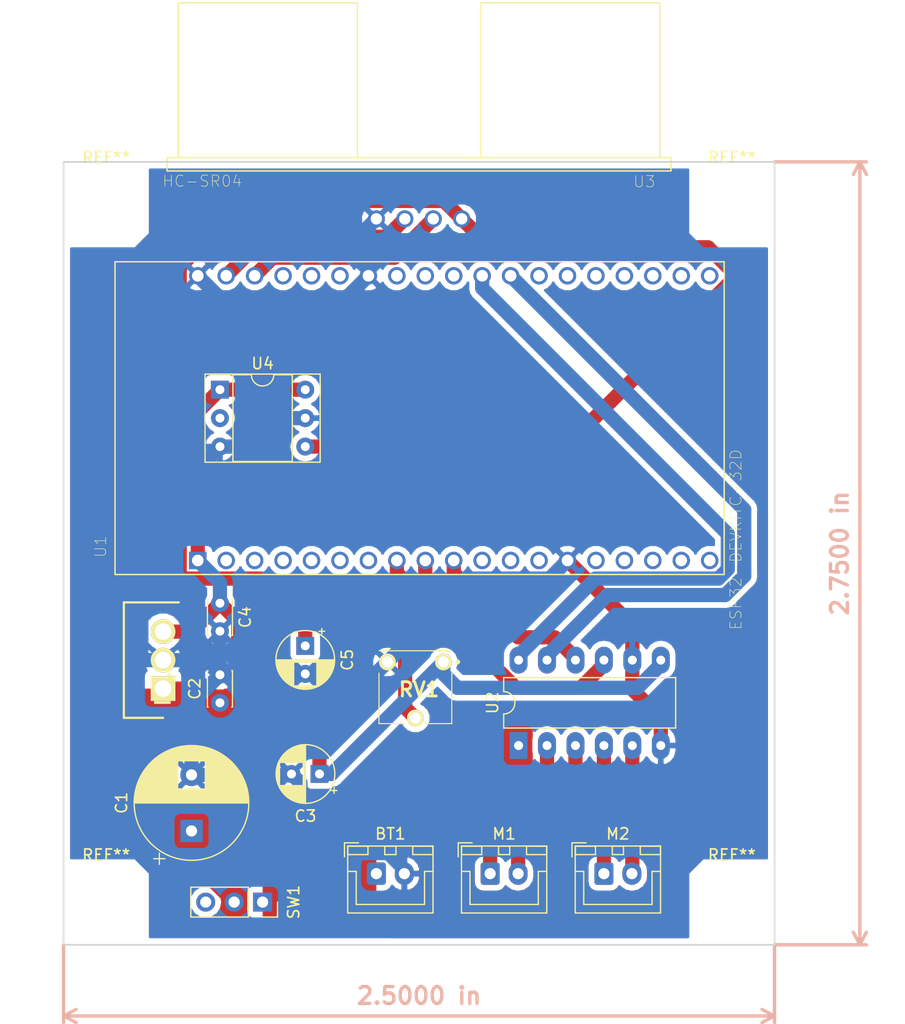
<source format=kicad_pcb>
(kicad_pcb (version 20171130) (host pcbnew "(5.0.1-3-g963ef8bb5)")

  (general
    (thickness 1.6)
    (drawings 7)
    (tracks 138)
    (zones 0)
    (modules 19)
    (nets 46)
  )

  (page A4)
  (layers
    (0 F.Cu signal)
    (31 B.Cu signal)
    (32 B.Adhes user)
    (33 F.Adhes user)
    (34 B.Paste user)
    (35 F.Paste user)
    (36 B.SilkS user)
    (37 F.SilkS user)
    (38 B.Mask user)
    (39 F.Mask user)
    (40 Dwgs.User user)
    (41 Cmts.User user)
    (42 Eco1.User user)
    (43 Eco2.User user)
    (44 Edge.Cuts user)
    (45 Margin user)
    (46 B.CrtYd user)
    (47 F.CrtYd user)
    (48 B.Fab user)
    (49 F.Fab user)
  )

  (setup
    (last_trace_width 1.27)
    (trace_clearance 0.2)
    (zone_clearance 0.508)
    (zone_45_only no)
    (trace_min 0.2)
    (segment_width 0.2)
    (edge_width 0.15)
    (via_size 0.8)
    (via_drill 0.4)
    (via_min_size 0.4)
    (via_min_drill 0.3)
    (uvia_size 0.3)
    (uvia_drill 0.1)
    (uvias_allowed no)
    (uvia_min_size 0.2)
    (uvia_min_drill 0.1)
    (pcb_text_width 0.3)
    (pcb_text_size 1.5 1.5)
    (mod_edge_width 0.15)
    (mod_text_size 1 1)
    (mod_text_width 0.15)
    (pad_size 1.524 1.524)
    (pad_drill 0.762)
    (pad_to_mask_clearance 0.051)
    (solder_mask_min_width 0.25)
    (aux_axis_origin 0 0)
    (visible_elements FFFFFF7F)
    (pcbplotparams
      (layerselection 0x010fc_ffffffff)
      (usegerberextensions false)
      (usegerberattributes false)
      (usegerberadvancedattributes false)
      (creategerberjobfile false)
      (excludeedgelayer true)
      (linewidth 0.100000)
      (plotframeref false)
      (viasonmask false)
      (mode 1)
      (useauxorigin false)
      (hpglpennumber 1)
      (hpglpenspeed 20)
      (hpglpendiameter 15.000000)
      (psnegative false)
      (psa4output false)
      (plotreference true)
      (plotvalue true)
      (plotinvisibletext false)
      (padsonsilk false)
      (subtractmaskfromsilk false)
      (outputformat 1)
      (mirror false)
      (drillshape 0)
      (scaleselection 1)
      (outputdirectory "../../../../Downloads/export/"))
  )

  (net 0 "")
  (net 1 VCC)
  (net 2 GND)
  (net 3 3.3V)
  (net 4 "Net-(M1-Pad2)")
  (net 5 "Net-(M1-Pad1)")
  (net 6 "Net-(M2-Pad1)")
  (net 7 "Net-(M2-Pad2)")
  (net 8 "Net-(RV1-Pad2)")
  (net 9 "Net-(SW1-Pad3)")
  (net 10 "Net-(U1-Pad2)")
  (net 11 "Net-(U1-Pad19)")
  (net 12 "Net-(U1-Pad3)")
  (net 13 "Net-(U1-Pad4)")
  (net 14 "Net-(U1-Pad5)")
  (net 15 "Net-(U1-Pad6)")
  (net 16 "Net-(U1-Pad7)")
  (net 17 IO25)
  (net 18 IO26)
  (net 19 "Net-(U1-Pad11)")
  (net 20 "Net-(U1-Pad12)")
  (net 21 "Net-(U1-Pad13)")
  (net 22 "Net-(U1-Pad15)")
  (net 23 "Net-(U1-Pad16)")
  (net 24 "Net-(U1-Pad17)")
  (net 25 "Net-(U1-Pad18)")
  (net 26 IO23)
  (net 27 IO22)
  (net 28 "Net-(U1-Pad23)")
  (net 29 "Net-(U1-Pad24)")
  (net 30 "Net-(U1-Pad25)")
  (net 31 "Net-(U1-Pad27)")
  (net 32 "Net-(U1-Pad28)")
  (net 33 "Net-(U1-Pad29)")
  (net 34 IO17)
  (net 35 IO16)
  (net 36 "Net-(U1-Pad32)")
  (net 37 "Net-(U1-Pad33)")
  (net 38 "Net-(U1-Pad34)")
  (net 39 "Net-(U1-Pad35)")
  (net 40 "Net-(U1-Pad36)")
  (net 41 "Net-(U1-Pad37)")
  (net 42 "Net-(U1-Pad38)")
  (net 43 5V)
  (net 44 "Net-(U4-Pad2)")
  (net 45 "Net-(BT1-Pad1)")

  (net_class Default "これはデフォルトのネット クラスです。"
    (clearance 0.2)
    (trace_width 1.27)
    (via_dia 0.8)
    (via_drill 0.4)
    (uvia_dia 0.3)
    (uvia_drill 0.1)
    (add_net 3.3V)
    (add_net 5V)
    (add_net GND)
    (add_net IO16)
    (add_net IO17)
    (add_net IO22)
    (add_net IO23)
    (add_net IO25)
    (add_net IO26)
    (add_net "Net-(BT1-Pad1)")
    (add_net "Net-(M1-Pad1)")
    (add_net "Net-(M1-Pad2)")
    (add_net "Net-(M2-Pad1)")
    (add_net "Net-(M2-Pad2)")
    (add_net "Net-(RV1-Pad2)")
    (add_net "Net-(SW1-Pad3)")
    (add_net "Net-(U1-Pad11)")
    (add_net "Net-(U1-Pad12)")
    (add_net "Net-(U1-Pad13)")
    (add_net "Net-(U1-Pad15)")
    (add_net "Net-(U1-Pad16)")
    (add_net "Net-(U1-Pad17)")
    (add_net "Net-(U1-Pad18)")
    (add_net "Net-(U1-Pad19)")
    (add_net "Net-(U1-Pad2)")
    (add_net "Net-(U1-Pad23)")
    (add_net "Net-(U1-Pad24)")
    (add_net "Net-(U1-Pad25)")
    (add_net "Net-(U1-Pad27)")
    (add_net "Net-(U1-Pad28)")
    (add_net "Net-(U1-Pad29)")
    (add_net "Net-(U1-Pad3)")
    (add_net "Net-(U1-Pad32)")
    (add_net "Net-(U1-Pad33)")
    (add_net "Net-(U1-Pad34)")
    (add_net "Net-(U1-Pad35)")
    (add_net "Net-(U1-Pad36)")
    (add_net "Net-(U1-Pad37)")
    (add_net "Net-(U1-Pad38)")
    (add_net "Net-(U1-Pad4)")
    (add_net "Net-(U1-Pad5)")
    (add_net "Net-(U1-Pad6)")
    (add_net "Net-(U1-Pad7)")
    (add_net "Net-(U4-Pad2)")
    (add_net VCC)
  )

  (module MODULE_ESP32-DEVKITC-32D (layer F.Cu) (tedit 0) (tstamp 5BE30C29)
    (at 168.91 82.55 90)
    (path /5BDC6C5C)
    (fp_text reference U1 (at -11.4644 -28.446 90) (layer F.SilkS)
      (effects (font (size 1.00039 1.00039) (thickness 0.05)))
    )
    (fp_text value ESP32-DEVKITC-32D (at -10.8363 28.2945 90) (layer F.SilkS)
      (effects (font (size 1.00105 1.00105) (thickness 0.05)))
    )
    (fp_line (start -13.95 -27.15) (end 13.95 -27.15) (layer Dwgs.User) (width 0.127))
    (fp_line (start 13.95 -27.15) (end 13.95 27.25) (layer Dwgs.User) (width 0.127))
    (fp_line (start 13.95 27.25) (end -13.95 27.25) (layer Dwgs.User) (width 0.127))
    (fp_line (start -13.95 27.25) (end -13.95 -27.15) (layer Dwgs.User) (width 0.127))
    (fp_line (start -13.95 27.25) (end -13.95 -27.15) (layer F.SilkS) (width 0.127))
    (fp_line (start -13.95 -27.15) (end 13.95 -27.15) (layer F.SilkS) (width 0.127))
    (fp_line (start 13.95 -27.15) (end 13.95 27.25) (layer F.SilkS) (width 0.127))
    (fp_line (start 13.95 27.25) (end -13.95 27.25) (layer F.SilkS) (width 0.127))
    (fp_line (start -14.2 -27.4) (end 14.2 -27.4) (layer Eco1.User) (width 0.05))
    (fp_line (start 14.2 -27.4) (end 14.2 27.5) (layer Eco1.User) (width 0.05))
    (fp_line (start 14.2 27.5) (end -14.2 27.5) (layer Eco1.User) (width 0.05))
    (fp_line (start -14.2 27.5) (end -14.2 -27.4) (layer Eco1.User) (width 0.05))
    (fp_circle (center -14.6 -19.9) (end -14.46 -19.9) (layer Dwgs.User) (width 0.28))
    (fp_circle (center -14.6 -19.9) (end -14.46 -19.9) (layer Dwgs.User) (width 0.28))
    (pad 1 thru_hole rect (at -12.7 -19.76 90) (size 1.56 1.56) (drill 1.04) (layers *.Cu *.Mask)
      (net 3 3.3V))
    (pad 2 thru_hole circle (at -12.7 -17.22 90) (size 1.56 1.56) (drill 1.04) (layers *.Cu *.Mask)
      (net 10 "Net-(U1-Pad2)"))
    (pad 19 thru_hole circle (at -12.7 25.96 90) (size 1.56 1.56) (drill 1.04) (layers *.Cu *.Mask)
      (net 11 "Net-(U1-Pad19)"))
    (pad 3 thru_hole circle (at -12.7 -14.68 90) (size 1.56 1.56) (drill 1.04) (layers *.Cu *.Mask)
      (net 12 "Net-(U1-Pad3)"))
    (pad 4 thru_hole circle (at -12.7 -12.14 90) (size 1.56 1.56) (drill 1.04) (layers *.Cu *.Mask)
      (net 13 "Net-(U1-Pad4)"))
    (pad 5 thru_hole circle (at -12.7 -9.6 90) (size 1.56 1.56) (drill 1.04) (layers *.Cu *.Mask)
      (net 14 "Net-(U1-Pad5)"))
    (pad 6 thru_hole circle (at -12.7 -7.06 90) (size 1.56 1.56) (drill 1.04) (layers *.Cu *.Mask)
      (net 15 "Net-(U1-Pad6)"))
    (pad 7 thru_hole circle (at -12.7 -4.52 90) (size 1.56 1.56) (drill 1.04) (layers *.Cu *.Mask)
      (net 16 "Net-(U1-Pad7)"))
    (pad 8 thru_hole circle (at -12.7 -1.98 90) (size 1.56 1.56) (drill 1.04) (layers *.Cu *.Mask)
      (net 8 "Net-(RV1-Pad2)"))
    (pad 9 thru_hole circle (at -12.7 0.56 90) (size 1.56 1.56) (drill 1.04) (layers *.Cu *.Mask)
      (net 17 IO25))
    (pad 10 thru_hole circle (at -12.7 3.1 90) (size 1.56 1.56) (drill 1.04) (layers *.Cu *.Mask)
      (net 18 IO26))
    (pad 11 thru_hole circle (at -12.7 5.64 90) (size 1.56 1.56) (drill 1.04) (layers *.Cu *.Mask)
      (net 19 "Net-(U1-Pad11)"))
    (pad 12 thru_hole circle (at -12.7 8.18 90) (size 1.56 1.56) (drill 1.04) (layers *.Cu *.Mask)
      (net 20 "Net-(U1-Pad12)"))
    (pad 13 thru_hole circle (at -12.7 10.72 90) (size 1.56 1.56) (drill 1.04) (layers *.Cu *.Mask)
      (net 21 "Net-(U1-Pad13)"))
    (pad 14 thru_hole circle (at -12.7 13.26 90) (size 1.56 1.56) (drill 1.04) (layers *.Cu *.Mask)
      (net 2 GND))
    (pad 15 thru_hole circle (at -12.7 15.8 90) (size 1.56 1.56) (drill 1.04) (layers *.Cu *.Mask)
      (net 22 "Net-(U1-Pad15)"))
    (pad 16 thru_hole circle (at -12.7 18.34 90) (size 1.56 1.56) (drill 1.04) (layers *.Cu *.Mask)
      (net 23 "Net-(U1-Pad16)"))
    (pad 17 thru_hole circle (at -12.7 20.88 90) (size 1.56 1.56) (drill 1.04) (layers *.Cu *.Mask)
      (net 24 "Net-(U1-Pad17)"))
    (pad 18 thru_hole circle (at -12.7 23.42 90) (size 1.56 1.56) (drill 1.04) (layers *.Cu *.Mask)
      (net 25 "Net-(U1-Pad18)"))
    (pad 20 thru_hole circle (at 12.7 -19.76 90) (size 1.56 1.56) (drill 1.04) (layers *.Cu *.Mask)
      (net 2 GND))
    (pad 21 thru_hole circle (at 12.7 -17.22 90) (size 1.56 1.56) (drill 1.04) (layers *.Cu *.Mask)
      (net 26 IO23))
    (pad 22 thru_hole circle (at 12.7 -14.68 90) (size 1.56 1.56) (drill 1.04) (layers *.Cu *.Mask)
      (net 27 IO22))
    (pad 23 thru_hole circle (at 12.7 -12.14 90) (size 1.56 1.56) (drill 1.04) (layers *.Cu *.Mask)
      (net 28 "Net-(U1-Pad23)"))
    (pad 24 thru_hole circle (at 12.7 -9.6 90) (size 1.56 1.56) (drill 1.04) (layers *.Cu *.Mask)
      (net 29 "Net-(U1-Pad24)"))
    (pad 25 thru_hole circle (at 12.7 -7.06 90) (size 1.56 1.56) (drill 1.04) (layers *.Cu *.Mask)
      (net 30 "Net-(U1-Pad25)"))
    (pad 26 thru_hole circle (at 12.7 -4.52 90) (size 1.56 1.56) (drill 1.04) (layers *.Cu *.Mask)
      (net 2 GND))
    (pad 27 thru_hole circle (at 12.7 -1.98 90) (size 1.56 1.56) (drill 1.04) (layers *.Cu *.Mask)
      (net 31 "Net-(U1-Pad27)"))
    (pad 28 thru_hole circle (at 12.7 0.56 90) (size 1.56 1.56) (drill 1.04) (layers *.Cu *.Mask)
      (net 32 "Net-(U1-Pad28)"))
    (pad 29 thru_hole circle (at 12.7 3.1 90) (size 1.56 1.56) (drill 1.04) (layers *.Cu *.Mask)
      (net 33 "Net-(U1-Pad29)"))
    (pad 30 thru_hole circle (at 12.7 5.64 90) (size 1.56 1.56) (drill 1.04) (layers *.Cu *.Mask)
      (net 34 IO17))
    (pad 31 thru_hole circle (at 12.7 8.18 90) (size 1.56 1.56) (drill 1.04) (layers *.Cu *.Mask)
      (net 35 IO16))
    (pad 32 thru_hole circle (at 12.7 10.72 90) (size 1.56 1.56) (drill 1.04) (layers *.Cu *.Mask)
      (net 36 "Net-(U1-Pad32)"))
    (pad 33 thru_hole circle (at 12.7 13.26 90) (size 1.56 1.56) (drill 1.04) (layers *.Cu *.Mask)
      (net 37 "Net-(U1-Pad33)"))
    (pad 34 thru_hole circle (at 12.7 15.8 90) (size 1.56 1.56) (drill 1.04) (layers *.Cu *.Mask)
      (net 38 "Net-(U1-Pad34)"))
    (pad 35 thru_hole circle (at 12.7 18.34 90) (size 1.56 1.56) (drill 1.04) (layers *.Cu *.Mask)
      (net 39 "Net-(U1-Pad35)"))
    (pad 36 thru_hole circle (at 12.7 20.88 90) (size 1.56 1.56) (drill 1.04) (layers *.Cu *.Mask)
      (net 40 "Net-(U1-Pad36)"))
    (pad 37 thru_hole circle (at 12.7 23.42 90) (size 1.56 1.56) (drill 1.04) (layers *.Cu *.Mask)
      (net 41 "Net-(U1-Pad37)"))
    (pad 38 thru_hole circle (at 12.7 25.96 90) (size 1.56 1.56) (drill 1.04) (layers *.Cu *.Mask)
      (net 42 "Net-(U1-Pad38)"))
  )

  (module TO254P490X1000X2090-3P (layer F.Cu) (tedit 5BDFC8CC) (tstamp 5BE30BF1)
    (at 146.05 106.68 90)
    (descr HSIP3-P-2.54A)
    (tags "Integrated Circuit")
    (path /5BDC796A)
    (fp_text reference IC1 (at 0 0 90) (layer F.SilkS)
      (effects (font (size 1.27 1.27) (thickness 0.254)))
    )
    (fp_text value TA48033S (at 0 0 90) (layer F.SilkS) hide
      (effects (font (size 1.27 1.27) (thickness 0.254)))
    )
    (fp_line (start -2.86 -3.75) (end 7.94 -3.75) (layer Dwgs.User) (width 0.05))
    (fp_line (start 7.94 -3.75) (end 7.94 1.65) (layer Dwgs.User) (width 0.05))
    (fp_line (start 7.94 1.65) (end -2.86 1.65) (layer Dwgs.User) (width 0.05))
    (fp_line (start -2.86 1.65) (end -2.86 -3.75) (layer Dwgs.User) (width 0.05))
    (fp_line (start -2.61 -3.5) (end 7.69 -3.5) (layer Dwgs.User) (width 0.1))
    (fp_line (start 7.69 -3.5) (end 7.69 1.4) (layer Dwgs.User) (width 0.1))
    (fp_line (start 7.69 1.4) (end -2.61 1.4) (layer Dwgs.User) (width 0.1))
    (fp_line (start -2.61 1.4) (end -2.61 -3.5) (layer Dwgs.User) (width 0.1))
    (fp_line (start -2.61 -2.23) (end -1.34 -3.5) (layer Dwgs.User) (width 0.1))
    (fp_line (start 7.69 1.4) (end 7.69 -3.5) (layer F.SilkS) (width 0.2))
    (fp_line (start 7.69 -3.5) (end -2.61 -3.5) (layer F.SilkS) (width 0.2))
    (fp_line (start -2.61 -3.5) (end -2.61 0) (layer F.SilkS) (width 0.2))
    (pad 1 thru_hole rect (at 0 0 180) (size 2.205 2.205) (drill 1.47) (layers *.Cu *.Mask F.SilkS)
      (net 1 VCC))
    (pad 2 thru_hole circle (at 2.54 0 180) (size 2.205 2.205) (drill 1.47) (layers *.Cu *.Mask F.SilkS)
      (net 2 GND))
    (pad 3 thru_hole circle (at 5.08 0 180) (size 2.205 2.205) (drill 1.47) (layers *.Cu *.Mask F.SilkS)
      (net 3 3.3V))
  )

  (module Capacitor_THT:CP_Radial_D10.0mm_P5.00mm (layer F.Cu) (tedit 5AE50EF1) (tstamp 5BE30BDE)
    (at 148.59 119.38 90)
    (descr "CP, Radial series, Radial, pin pitch=5.00mm, , diameter=10mm, Electrolytic Capacitor")
    (tags "CP Radial series Radial pin pitch 5.00mm  diameter 10mm Electrolytic Capacitor")
    (path /5BDCB405)
    (fp_text reference C1 (at 2.5 -6.25 90) (layer F.SilkS)
      (effects (font (size 1 1) (thickness 0.15)))
    )
    (fp_text value 1000μ (at 2.5 6.25 90) (layer F.Fab)
      (effects (font (size 1 1) (thickness 0.15)))
    )
    (fp_text user %R (at 2.5 0 90) (layer F.Fab)
      (effects (font (size 1 1) (thickness 0.15)))
    )
    (fp_line (start -2.479646 -3.375) (end -2.479646 -2.375) (layer F.SilkS) (width 0.12))
    (fp_line (start -2.979646 -2.875) (end -1.979646 -2.875) (layer F.SilkS) (width 0.12))
    (fp_line (start 7.581 -0.599) (end 7.581 0.599) (layer F.SilkS) (width 0.12))
    (fp_line (start 7.541 -0.862) (end 7.541 0.862) (layer F.SilkS) (width 0.12))
    (fp_line (start 7.501 -1.062) (end 7.501 1.062) (layer F.SilkS) (width 0.12))
    (fp_line (start 7.461 -1.23) (end 7.461 1.23) (layer F.SilkS) (width 0.12))
    (fp_line (start 7.421 -1.378) (end 7.421 1.378) (layer F.SilkS) (width 0.12))
    (fp_line (start 7.381 -1.51) (end 7.381 1.51) (layer F.SilkS) (width 0.12))
    (fp_line (start 7.341 -1.63) (end 7.341 1.63) (layer F.SilkS) (width 0.12))
    (fp_line (start 7.301 -1.742) (end 7.301 1.742) (layer F.SilkS) (width 0.12))
    (fp_line (start 7.261 -1.846) (end 7.261 1.846) (layer F.SilkS) (width 0.12))
    (fp_line (start 7.221 -1.944) (end 7.221 1.944) (layer F.SilkS) (width 0.12))
    (fp_line (start 7.181 -2.037) (end 7.181 2.037) (layer F.SilkS) (width 0.12))
    (fp_line (start 7.141 -2.125) (end 7.141 2.125) (layer F.SilkS) (width 0.12))
    (fp_line (start 7.101 -2.209) (end 7.101 2.209) (layer F.SilkS) (width 0.12))
    (fp_line (start 7.061 -2.289) (end 7.061 2.289) (layer F.SilkS) (width 0.12))
    (fp_line (start 7.021 -2.365) (end 7.021 2.365) (layer F.SilkS) (width 0.12))
    (fp_line (start 6.981 -2.439) (end 6.981 2.439) (layer F.SilkS) (width 0.12))
    (fp_line (start 6.941 -2.51) (end 6.941 2.51) (layer F.SilkS) (width 0.12))
    (fp_line (start 6.901 -2.579) (end 6.901 2.579) (layer F.SilkS) (width 0.12))
    (fp_line (start 6.861 -2.645) (end 6.861 2.645) (layer F.SilkS) (width 0.12))
    (fp_line (start 6.821 -2.709) (end 6.821 2.709) (layer F.SilkS) (width 0.12))
    (fp_line (start 6.781 -2.77) (end 6.781 2.77) (layer F.SilkS) (width 0.12))
    (fp_line (start 6.741 -2.83) (end 6.741 2.83) (layer F.SilkS) (width 0.12))
    (fp_line (start 6.701 -2.889) (end 6.701 2.889) (layer F.SilkS) (width 0.12))
    (fp_line (start 6.661 -2.945) (end 6.661 2.945) (layer F.SilkS) (width 0.12))
    (fp_line (start 6.621 -3) (end 6.621 3) (layer F.SilkS) (width 0.12))
    (fp_line (start 6.581 -3.054) (end 6.581 3.054) (layer F.SilkS) (width 0.12))
    (fp_line (start 6.541 -3.106) (end 6.541 3.106) (layer F.SilkS) (width 0.12))
    (fp_line (start 6.501 -3.156) (end 6.501 3.156) (layer F.SilkS) (width 0.12))
    (fp_line (start 6.461 -3.206) (end 6.461 3.206) (layer F.SilkS) (width 0.12))
    (fp_line (start 6.421 -3.254) (end 6.421 3.254) (layer F.SilkS) (width 0.12))
    (fp_line (start 6.381 -3.301) (end 6.381 3.301) (layer F.SilkS) (width 0.12))
    (fp_line (start 6.341 -3.347) (end 6.341 3.347) (layer F.SilkS) (width 0.12))
    (fp_line (start 6.301 -3.392) (end 6.301 3.392) (layer F.SilkS) (width 0.12))
    (fp_line (start 6.261 -3.436) (end 6.261 3.436) (layer F.SilkS) (width 0.12))
    (fp_line (start 6.221 1.241) (end 6.221 3.478) (layer F.SilkS) (width 0.12))
    (fp_line (start 6.221 -3.478) (end 6.221 -1.241) (layer F.SilkS) (width 0.12))
    (fp_line (start 6.181 1.241) (end 6.181 3.52) (layer F.SilkS) (width 0.12))
    (fp_line (start 6.181 -3.52) (end 6.181 -1.241) (layer F.SilkS) (width 0.12))
    (fp_line (start 6.141 1.241) (end 6.141 3.561) (layer F.SilkS) (width 0.12))
    (fp_line (start 6.141 -3.561) (end 6.141 -1.241) (layer F.SilkS) (width 0.12))
    (fp_line (start 6.101 1.241) (end 6.101 3.601) (layer F.SilkS) (width 0.12))
    (fp_line (start 6.101 -3.601) (end 6.101 -1.241) (layer F.SilkS) (width 0.12))
    (fp_line (start 6.061 1.241) (end 6.061 3.64) (layer F.SilkS) (width 0.12))
    (fp_line (start 6.061 -3.64) (end 6.061 -1.241) (layer F.SilkS) (width 0.12))
    (fp_line (start 6.021 1.241) (end 6.021 3.679) (layer F.SilkS) (width 0.12))
    (fp_line (start 6.021 -3.679) (end 6.021 -1.241) (layer F.SilkS) (width 0.12))
    (fp_line (start 5.981 1.241) (end 5.981 3.716) (layer F.SilkS) (width 0.12))
    (fp_line (start 5.981 -3.716) (end 5.981 -1.241) (layer F.SilkS) (width 0.12))
    (fp_line (start 5.941 1.241) (end 5.941 3.753) (layer F.SilkS) (width 0.12))
    (fp_line (start 5.941 -3.753) (end 5.941 -1.241) (layer F.SilkS) (width 0.12))
    (fp_line (start 5.901 1.241) (end 5.901 3.789) (layer F.SilkS) (width 0.12))
    (fp_line (start 5.901 -3.789) (end 5.901 -1.241) (layer F.SilkS) (width 0.12))
    (fp_line (start 5.861 1.241) (end 5.861 3.824) (layer F.SilkS) (width 0.12))
    (fp_line (start 5.861 -3.824) (end 5.861 -1.241) (layer F.SilkS) (width 0.12))
    (fp_line (start 5.821 1.241) (end 5.821 3.858) (layer F.SilkS) (width 0.12))
    (fp_line (start 5.821 -3.858) (end 5.821 -1.241) (layer F.SilkS) (width 0.12))
    (fp_line (start 5.781 1.241) (end 5.781 3.892) (layer F.SilkS) (width 0.12))
    (fp_line (start 5.781 -3.892) (end 5.781 -1.241) (layer F.SilkS) (width 0.12))
    (fp_line (start 5.741 1.241) (end 5.741 3.925) (layer F.SilkS) (width 0.12))
    (fp_line (start 5.741 -3.925) (end 5.741 -1.241) (layer F.SilkS) (width 0.12))
    (fp_line (start 5.701 1.241) (end 5.701 3.957) (layer F.SilkS) (width 0.12))
    (fp_line (start 5.701 -3.957) (end 5.701 -1.241) (layer F.SilkS) (width 0.12))
    (fp_line (start 5.661 1.241) (end 5.661 3.989) (layer F.SilkS) (width 0.12))
    (fp_line (start 5.661 -3.989) (end 5.661 -1.241) (layer F.SilkS) (width 0.12))
    (fp_line (start 5.621 1.241) (end 5.621 4.02) (layer F.SilkS) (width 0.12))
    (fp_line (start 5.621 -4.02) (end 5.621 -1.241) (layer F.SilkS) (width 0.12))
    (fp_line (start 5.581 1.241) (end 5.581 4.05) (layer F.SilkS) (width 0.12))
    (fp_line (start 5.581 -4.05) (end 5.581 -1.241) (layer F.SilkS) (width 0.12))
    (fp_line (start 5.541 1.241) (end 5.541 4.08) (layer F.SilkS) (width 0.12))
    (fp_line (start 5.541 -4.08) (end 5.541 -1.241) (layer F.SilkS) (width 0.12))
    (fp_line (start 5.501 1.241) (end 5.501 4.11) (layer F.SilkS) (width 0.12))
    (fp_line (start 5.501 -4.11) (end 5.501 -1.241) (layer F.SilkS) (width 0.12))
    (fp_line (start 5.461 1.241) (end 5.461 4.138) (layer F.SilkS) (width 0.12))
    (fp_line (start 5.461 -4.138) (end 5.461 -1.241) (layer F.SilkS) (width 0.12))
    (fp_line (start 5.421 1.241) (end 5.421 4.166) (layer F.SilkS) (width 0.12))
    (fp_line (start 5.421 -4.166) (end 5.421 -1.241) (layer F.SilkS) (width 0.12))
    (fp_line (start 5.381 1.241) (end 5.381 4.194) (layer F.SilkS) (width 0.12))
    (fp_line (start 5.381 -4.194) (end 5.381 -1.241) (layer F.SilkS) (width 0.12))
    (fp_line (start 5.341 1.241) (end 5.341 4.221) (layer F.SilkS) (width 0.12))
    (fp_line (start 5.341 -4.221) (end 5.341 -1.241) (layer F.SilkS) (width 0.12))
    (fp_line (start 5.301 1.241) (end 5.301 4.247) (layer F.SilkS) (width 0.12))
    (fp_line (start 5.301 -4.247) (end 5.301 -1.241) (layer F.SilkS) (width 0.12))
    (fp_line (start 5.261 1.241) (end 5.261 4.273) (layer F.SilkS) (width 0.12))
    (fp_line (start 5.261 -4.273) (end 5.261 -1.241) (layer F.SilkS) (width 0.12))
    (fp_line (start 5.221 1.241) (end 5.221 4.298) (layer F.SilkS) (width 0.12))
    (fp_line (start 5.221 -4.298) (end 5.221 -1.241) (layer F.SilkS) (width 0.12))
    (fp_line (start 5.181 1.241) (end 5.181 4.323) (layer F.SilkS) (width 0.12))
    (fp_line (start 5.181 -4.323) (end 5.181 -1.241) (layer F.SilkS) (width 0.12))
    (fp_line (start 5.141 1.241) (end 5.141 4.347) (layer F.SilkS) (width 0.12))
    (fp_line (start 5.141 -4.347) (end 5.141 -1.241) (layer F.SilkS) (width 0.12))
    (fp_line (start 5.101 1.241) (end 5.101 4.371) (layer F.SilkS) (width 0.12))
    (fp_line (start 5.101 -4.371) (end 5.101 -1.241) (layer F.SilkS) (width 0.12))
    (fp_line (start 5.061 1.241) (end 5.061 4.395) (layer F.SilkS) (width 0.12))
    (fp_line (start 5.061 -4.395) (end 5.061 -1.241) (layer F.SilkS) (width 0.12))
    (fp_line (start 5.021 1.241) (end 5.021 4.417) (layer F.SilkS) (width 0.12))
    (fp_line (start 5.021 -4.417) (end 5.021 -1.241) (layer F.SilkS) (width 0.12))
    (fp_line (start 4.981 1.241) (end 4.981 4.44) (layer F.SilkS) (width 0.12))
    (fp_line (start 4.981 -4.44) (end 4.981 -1.241) (layer F.SilkS) (width 0.12))
    (fp_line (start 4.941 1.241) (end 4.941 4.462) (layer F.SilkS) (width 0.12))
    (fp_line (start 4.941 -4.462) (end 4.941 -1.241) (layer F.SilkS) (width 0.12))
    (fp_line (start 4.901 1.241) (end 4.901 4.483) (layer F.SilkS) (width 0.12))
    (fp_line (start 4.901 -4.483) (end 4.901 -1.241) (layer F.SilkS) (width 0.12))
    (fp_line (start 4.861 1.241) (end 4.861 4.504) (layer F.SilkS) (width 0.12))
    (fp_line (start 4.861 -4.504) (end 4.861 -1.241) (layer F.SilkS) (width 0.12))
    (fp_line (start 4.821 1.241) (end 4.821 4.525) (layer F.SilkS) (width 0.12))
    (fp_line (start 4.821 -4.525) (end 4.821 -1.241) (layer F.SilkS) (width 0.12))
    (fp_line (start 4.781 1.241) (end 4.781 4.545) (layer F.SilkS) (width 0.12))
    (fp_line (start 4.781 -4.545) (end 4.781 -1.241) (layer F.SilkS) (width 0.12))
    (fp_line (start 4.741 1.241) (end 4.741 4.564) (layer F.SilkS) (width 0.12))
    (fp_line (start 4.741 -4.564) (end 4.741 -1.241) (layer F.SilkS) (width 0.12))
    (fp_line (start 4.701 1.241) (end 4.701 4.584) (layer F.SilkS) (width 0.12))
    (fp_line (start 4.701 -4.584) (end 4.701 -1.241) (layer F.SilkS) (width 0.12))
    (fp_line (start 4.661 1.241) (end 4.661 4.603) (layer F.SilkS) (width 0.12))
    (fp_line (start 4.661 -4.603) (end 4.661 -1.241) (layer F.SilkS) (width 0.12))
    (fp_line (start 4.621 1.241) (end 4.621 4.621) (layer F.SilkS) (width 0.12))
    (fp_line (start 4.621 -4.621) (end 4.621 -1.241) (layer F.SilkS) (width 0.12))
    (fp_line (start 4.581 1.241) (end 4.581 4.639) (layer F.SilkS) (width 0.12))
    (fp_line (start 4.581 -4.639) (end 4.581 -1.241) (layer F.SilkS) (width 0.12))
    (fp_line (start 4.541 1.241) (end 4.541 4.657) (layer F.SilkS) (width 0.12))
    (fp_line (start 4.541 -4.657) (end 4.541 -1.241) (layer F.SilkS) (width 0.12))
    (fp_line (start 4.501 1.241) (end 4.501 4.674) (layer F.SilkS) (width 0.12))
    (fp_line (start 4.501 -4.674) (end 4.501 -1.241) (layer F.SilkS) (width 0.12))
    (fp_line (start 4.461 1.241) (end 4.461 4.69) (layer F.SilkS) (width 0.12))
    (fp_line (start 4.461 -4.69) (end 4.461 -1.241) (layer F.SilkS) (width 0.12))
    (fp_line (start 4.421 1.241) (end 4.421 4.707) (layer F.SilkS) (width 0.12))
    (fp_line (start 4.421 -4.707) (end 4.421 -1.241) (layer F.SilkS) (width 0.12))
    (fp_line (start 4.381 1.241) (end 4.381 4.723) (layer F.SilkS) (width 0.12))
    (fp_line (start 4.381 -4.723) (end 4.381 -1.241) (layer F.SilkS) (width 0.12))
    (fp_line (start 4.341 1.241) (end 4.341 4.738) (layer F.SilkS) (width 0.12))
    (fp_line (start 4.341 -4.738) (end 4.341 -1.241) (layer F.SilkS) (width 0.12))
    (fp_line (start 4.301 1.241) (end 4.301 4.754) (layer F.SilkS) (width 0.12))
    (fp_line (start 4.301 -4.754) (end 4.301 -1.241) (layer F.SilkS) (width 0.12))
    (fp_line (start 4.261 1.241) (end 4.261 4.768) (layer F.SilkS) (width 0.12))
    (fp_line (start 4.261 -4.768) (end 4.261 -1.241) (layer F.SilkS) (width 0.12))
    (fp_line (start 4.221 1.241) (end 4.221 4.783) (layer F.SilkS) (width 0.12))
    (fp_line (start 4.221 -4.783) (end 4.221 -1.241) (layer F.SilkS) (width 0.12))
    (fp_line (start 4.181 1.241) (end 4.181 4.797) (layer F.SilkS) (width 0.12))
    (fp_line (start 4.181 -4.797) (end 4.181 -1.241) (layer F.SilkS) (width 0.12))
    (fp_line (start 4.141 1.241) (end 4.141 4.811) (layer F.SilkS) (width 0.12))
    (fp_line (start 4.141 -4.811) (end 4.141 -1.241) (layer F.SilkS) (width 0.12))
    (fp_line (start 4.101 1.241) (end 4.101 4.824) (layer F.SilkS) (width 0.12))
    (fp_line (start 4.101 -4.824) (end 4.101 -1.241) (layer F.SilkS) (width 0.12))
    (fp_line (start 4.061 1.241) (end 4.061 4.837) (layer F.SilkS) (width 0.12))
    (fp_line (start 4.061 -4.837) (end 4.061 -1.241) (layer F.SilkS) (width 0.12))
    (fp_line (start 4.021 1.241) (end 4.021 4.85) (layer F.SilkS) (width 0.12))
    (fp_line (start 4.021 -4.85) (end 4.021 -1.241) (layer F.SilkS) (width 0.12))
    (fp_line (start 3.981 1.241) (end 3.981 4.862) (layer F.SilkS) (width 0.12))
    (fp_line (start 3.981 -4.862) (end 3.981 -1.241) (layer F.SilkS) (width 0.12))
    (fp_line (start 3.941 1.241) (end 3.941 4.874) (layer F.SilkS) (width 0.12))
    (fp_line (start 3.941 -4.874) (end 3.941 -1.241) (layer F.SilkS) (width 0.12))
    (fp_line (start 3.901 1.241) (end 3.901 4.885) (layer F.SilkS) (width 0.12))
    (fp_line (start 3.901 -4.885) (end 3.901 -1.241) (layer F.SilkS) (width 0.12))
    (fp_line (start 3.861 1.241) (end 3.861 4.897) (layer F.SilkS) (width 0.12))
    (fp_line (start 3.861 -4.897) (end 3.861 -1.241) (layer F.SilkS) (width 0.12))
    (fp_line (start 3.821 1.241) (end 3.821 4.907) (layer F.SilkS) (width 0.12))
    (fp_line (start 3.821 -4.907) (end 3.821 -1.241) (layer F.SilkS) (width 0.12))
    (fp_line (start 3.781 1.241) (end 3.781 4.918) (layer F.SilkS) (width 0.12))
    (fp_line (start 3.781 -4.918) (end 3.781 -1.241) (layer F.SilkS) (width 0.12))
    (fp_line (start 3.741 -4.928) (end 3.741 4.928) (layer F.SilkS) (width 0.12))
    (fp_line (start 3.701 -4.938) (end 3.701 4.938) (layer F.SilkS) (width 0.12))
    (fp_line (start 3.661 -4.947) (end 3.661 4.947) (layer F.SilkS) (width 0.12))
    (fp_line (start 3.621 -4.956) (end 3.621 4.956) (layer F.SilkS) (width 0.12))
    (fp_line (start 3.581 -4.965) (end 3.581 4.965) (layer F.SilkS) (width 0.12))
    (fp_line (start 3.541 -4.974) (end 3.541 4.974) (layer F.SilkS) (width 0.12))
    (fp_line (start 3.501 -4.982) (end 3.501 4.982) (layer F.SilkS) (width 0.12))
    (fp_line (start 3.461 -4.99) (end 3.461 4.99) (layer F.SilkS) (width 0.12))
    (fp_line (start 3.421 -4.997) (end 3.421 4.997) (layer F.SilkS) (width 0.12))
    (fp_line (start 3.381 -5.004) (end 3.381 5.004) (layer F.SilkS) (width 0.12))
    (fp_line (start 3.341 -5.011) (end 3.341 5.011) (layer F.SilkS) (width 0.12))
    (fp_line (start 3.301 -5.018) (end 3.301 5.018) (layer F.SilkS) (width 0.12))
    (fp_line (start 3.261 -5.024) (end 3.261 5.024) (layer F.SilkS) (width 0.12))
    (fp_line (start 3.221 -5.03) (end 3.221 5.03) (layer F.SilkS) (width 0.12))
    (fp_line (start 3.18 -5.035) (end 3.18 5.035) (layer F.SilkS) (width 0.12))
    (fp_line (start 3.14 -5.04) (end 3.14 5.04) (layer F.SilkS) (width 0.12))
    (fp_line (start 3.1 -5.045) (end 3.1 5.045) (layer F.SilkS) (width 0.12))
    (fp_line (start 3.06 -5.05) (end 3.06 5.05) (layer F.SilkS) (width 0.12))
    (fp_line (start 3.02 -5.054) (end 3.02 5.054) (layer F.SilkS) (width 0.12))
    (fp_line (start 2.98 -5.058) (end 2.98 5.058) (layer F.SilkS) (width 0.12))
    (fp_line (start 2.94 -5.062) (end 2.94 5.062) (layer F.SilkS) (width 0.12))
    (fp_line (start 2.9 -5.065) (end 2.9 5.065) (layer F.SilkS) (width 0.12))
    (fp_line (start 2.86 -5.068) (end 2.86 5.068) (layer F.SilkS) (width 0.12))
    (fp_line (start 2.82 -5.07) (end 2.82 5.07) (layer F.SilkS) (width 0.12))
    (fp_line (start 2.78 -5.073) (end 2.78 5.073) (layer F.SilkS) (width 0.12))
    (fp_line (start 2.74 -5.075) (end 2.74 5.075) (layer F.SilkS) (width 0.12))
    (fp_line (start 2.7 -5.077) (end 2.7 5.077) (layer F.SilkS) (width 0.12))
    (fp_line (start 2.66 -5.078) (end 2.66 5.078) (layer F.SilkS) (width 0.12))
    (fp_line (start 2.62 -5.079) (end 2.62 5.079) (layer F.SilkS) (width 0.12))
    (fp_line (start 2.58 -5.08) (end 2.58 5.08) (layer F.SilkS) (width 0.12))
    (fp_line (start 2.54 -5.08) (end 2.54 5.08) (layer F.SilkS) (width 0.12))
    (fp_line (start 2.5 -5.08) (end 2.5 5.08) (layer F.SilkS) (width 0.12))
    (fp_line (start -1.288861 -2.6875) (end -1.288861 -1.6875) (layer F.Fab) (width 0.1))
    (fp_line (start -1.788861 -2.1875) (end -0.788861 -2.1875) (layer F.Fab) (width 0.1))
    (fp_circle (center 2.5 0) (end 7.75 0) (layer F.CrtYd) (width 0.05))
    (fp_circle (center 2.5 0) (end 7.62 0) (layer F.SilkS) (width 0.12))
    (fp_circle (center 2.5 0) (end 7.5 0) (layer F.Fab) (width 0.1))
    (pad 2 thru_hole circle (at 5 0 90) (size 2 2) (drill 1) (layers *.Cu *.Mask)
      (net 2 GND))
    (pad 1 thru_hole rect (at 0 0 90) (size 2 2) (drill 1) (layers *.Cu *.Mask)
      (net 1 VCC))
    (model ${KISYS3DMOD}/Capacitor_THT.3dshapes/CP_Radial_D10.0mm_P5.00mm.wrl
      (at (xyz 0 0 0))
      (scale (xyz 1 1 1))
      (rotate (xyz 0 0 0))
    )
  )

  (module Capacitor_THT:CP_Radial_D5.0mm_P2.50mm (layer F.Cu) (tedit 5AE50EF0) (tstamp 5BE30B12)
    (at 158.75 102.87 270)
    (descr "CP, Radial series, Radial, pin pitch=2.50mm, , diameter=5mm, Electrolytic Capacitor")
    (tags "CP Radial series Radial pin pitch 2.50mm  diameter 5mm Electrolytic Capacitor")
    (path /5BE29AB5)
    (fp_text reference C5 (at 1.25 -3.75 270) (layer F.SilkS)
      (effects (font (size 1 1) (thickness 0.15)))
    )
    (fp_text value 10μ (at 1.25 3.75 270) (layer F.Fab)
      (effects (font (size 1 1) (thickness 0.15)))
    )
    (fp_circle (center 1.25 0) (end 3.75 0) (layer F.Fab) (width 0.1))
    (fp_circle (center 1.25 0) (end 3.87 0) (layer F.SilkS) (width 0.12))
    (fp_circle (center 1.25 0) (end 4 0) (layer F.CrtYd) (width 0.05))
    (fp_line (start -0.883605 -1.0875) (end -0.383605 -1.0875) (layer F.Fab) (width 0.1))
    (fp_line (start -0.633605 -1.3375) (end -0.633605 -0.8375) (layer F.Fab) (width 0.1))
    (fp_line (start 1.25 -2.58) (end 1.25 2.58) (layer F.SilkS) (width 0.12))
    (fp_line (start 1.29 -2.58) (end 1.29 2.58) (layer F.SilkS) (width 0.12))
    (fp_line (start 1.33 -2.579) (end 1.33 2.579) (layer F.SilkS) (width 0.12))
    (fp_line (start 1.37 -2.578) (end 1.37 2.578) (layer F.SilkS) (width 0.12))
    (fp_line (start 1.41 -2.576) (end 1.41 2.576) (layer F.SilkS) (width 0.12))
    (fp_line (start 1.45 -2.573) (end 1.45 2.573) (layer F.SilkS) (width 0.12))
    (fp_line (start 1.49 -2.569) (end 1.49 -1.04) (layer F.SilkS) (width 0.12))
    (fp_line (start 1.49 1.04) (end 1.49 2.569) (layer F.SilkS) (width 0.12))
    (fp_line (start 1.53 -2.565) (end 1.53 -1.04) (layer F.SilkS) (width 0.12))
    (fp_line (start 1.53 1.04) (end 1.53 2.565) (layer F.SilkS) (width 0.12))
    (fp_line (start 1.57 -2.561) (end 1.57 -1.04) (layer F.SilkS) (width 0.12))
    (fp_line (start 1.57 1.04) (end 1.57 2.561) (layer F.SilkS) (width 0.12))
    (fp_line (start 1.61 -2.556) (end 1.61 -1.04) (layer F.SilkS) (width 0.12))
    (fp_line (start 1.61 1.04) (end 1.61 2.556) (layer F.SilkS) (width 0.12))
    (fp_line (start 1.65 -2.55) (end 1.65 -1.04) (layer F.SilkS) (width 0.12))
    (fp_line (start 1.65 1.04) (end 1.65 2.55) (layer F.SilkS) (width 0.12))
    (fp_line (start 1.69 -2.543) (end 1.69 -1.04) (layer F.SilkS) (width 0.12))
    (fp_line (start 1.69 1.04) (end 1.69 2.543) (layer F.SilkS) (width 0.12))
    (fp_line (start 1.73 -2.536) (end 1.73 -1.04) (layer F.SilkS) (width 0.12))
    (fp_line (start 1.73 1.04) (end 1.73 2.536) (layer F.SilkS) (width 0.12))
    (fp_line (start 1.77 -2.528) (end 1.77 -1.04) (layer F.SilkS) (width 0.12))
    (fp_line (start 1.77 1.04) (end 1.77 2.528) (layer F.SilkS) (width 0.12))
    (fp_line (start 1.81 -2.52) (end 1.81 -1.04) (layer F.SilkS) (width 0.12))
    (fp_line (start 1.81 1.04) (end 1.81 2.52) (layer F.SilkS) (width 0.12))
    (fp_line (start 1.85 -2.511) (end 1.85 -1.04) (layer F.SilkS) (width 0.12))
    (fp_line (start 1.85 1.04) (end 1.85 2.511) (layer F.SilkS) (width 0.12))
    (fp_line (start 1.89 -2.501) (end 1.89 -1.04) (layer F.SilkS) (width 0.12))
    (fp_line (start 1.89 1.04) (end 1.89 2.501) (layer F.SilkS) (width 0.12))
    (fp_line (start 1.93 -2.491) (end 1.93 -1.04) (layer F.SilkS) (width 0.12))
    (fp_line (start 1.93 1.04) (end 1.93 2.491) (layer F.SilkS) (width 0.12))
    (fp_line (start 1.971 -2.48) (end 1.971 -1.04) (layer F.SilkS) (width 0.12))
    (fp_line (start 1.971 1.04) (end 1.971 2.48) (layer F.SilkS) (width 0.12))
    (fp_line (start 2.011 -2.468) (end 2.011 -1.04) (layer F.SilkS) (width 0.12))
    (fp_line (start 2.011 1.04) (end 2.011 2.468) (layer F.SilkS) (width 0.12))
    (fp_line (start 2.051 -2.455) (end 2.051 -1.04) (layer F.SilkS) (width 0.12))
    (fp_line (start 2.051 1.04) (end 2.051 2.455) (layer F.SilkS) (width 0.12))
    (fp_line (start 2.091 -2.442) (end 2.091 -1.04) (layer F.SilkS) (width 0.12))
    (fp_line (start 2.091 1.04) (end 2.091 2.442) (layer F.SilkS) (width 0.12))
    (fp_line (start 2.131 -2.428) (end 2.131 -1.04) (layer F.SilkS) (width 0.12))
    (fp_line (start 2.131 1.04) (end 2.131 2.428) (layer F.SilkS) (width 0.12))
    (fp_line (start 2.171 -2.414) (end 2.171 -1.04) (layer F.SilkS) (width 0.12))
    (fp_line (start 2.171 1.04) (end 2.171 2.414) (layer F.SilkS) (width 0.12))
    (fp_line (start 2.211 -2.398) (end 2.211 -1.04) (layer F.SilkS) (width 0.12))
    (fp_line (start 2.211 1.04) (end 2.211 2.398) (layer F.SilkS) (width 0.12))
    (fp_line (start 2.251 -2.382) (end 2.251 -1.04) (layer F.SilkS) (width 0.12))
    (fp_line (start 2.251 1.04) (end 2.251 2.382) (layer F.SilkS) (width 0.12))
    (fp_line (start 2.291 -2.365) (end 2.291 -1.04) (layer F.SilkS) (width 0.12))
    (fp_line (start 2.291 1.04) (end 2.291 2.365) (layer F.SilkS) (width 0.12))
    (fp_line (start 2.331 -2.348) (end 2.331 -1.04) (layer F.SilkS) (width 0.12))
    (fp_line (start 2.331 1.04) (end 2.331 2.348) (layer F.SilkS) (width 0.12))
    (fp_line (start 2.371 -2.329) (end 2.371 -1.04) (layer F.SilkS) (width 0.12))
    (fp_line (start 2.371 1.04) (end 2.371 2.329) (layer F.SilkS) (width 0.12))
    (fp_line (start 2.411 -2.31) (end 2.411 -1.04) (layer F.SilkS) (width 0.12))
    (fp_line (start 2.411 1.04) (end 2.411 2.31) (layer F.SilkS) (width 0.12))
    (fp_line (start 2.451 -2.29) (end 2.451 -1.04) (layer F.SilkS) (width 0.12))
    (fp_line (start 2.451 1.04) (end 2.451 2.29) (layer F.SilkS) (width 0.12))
    (fp_line (start 2.491 -2.268) (end 2.491 -1.04) (layer F.SilkS) (width 0.12))
    (fp_line (start 2.491 1.04) (end 2.491 2.268) (layer F.SilkS) (width 0.12))
    (fp_line (start 2.531 -2.247) (end 2.531 -1.04) (layer F.SilkS) (width 0.12))
    (fp_line (start 2.531 1.04) (end 2.531 2.247) (layer F.SilkS) (width 0.12))
    (fp_line (start 2.571 -2.224) (end 2.571 -1.04) (layer F.SilkS) (width 0.12))
    (fp_line (start 2.571 1.04) (end 2.571 2.224) (layer F.SilkS) (width 0.12))
    (fp_line (start 2.611 -2.2) (end 2.611 -1.04) (layer F.SilkS) (width 0.12))
    (fp_line (start 2.611 1.04) (end 2.611 2.2) (layer F.SilkS) (width 0.12))
    (fp_line (start 2.651 -2.175) (end 2.651 -1.04) (layer F.SilkS) (width 0.12))
    (fp_line (start 2.651 1.04) (end 2.651 2.175) (layer F.SilkS) (width 0.12))
    (fp_line (start 2.691 -2.149) (end 2.691 -1.04) (layer F.SilkS) (width 0.12))
    (fp_line (start 2.691 1.04) (end 2.691 2.149) (layer F.SilkS) (width 0.12))
    (fp_line (start 2.731 -2.122) (end 2.731 -1.04) (layer F.SilkS) (width 0.12))
    (fp_line (start 2.731 1.04) (end 2.731 2.122) (layer F.SilkS) (width 0.12))
    (fp_line (start 2.771 -2.095) (end 2.771 -1.04) (layer F.SilkS) (width 0.12))
    (fp_line (start 2.771 1.04) (end 2.771 2.095) (layer F.SilkS) (width 0.12))
    (fp_line (start 2.811 -2.065) (end 2.811 -1.04) (layer F.SilkS) (width 0.12))
    (fp_line (start 2.811 1.04) (end 2.811 2.065) (layer F.SilkS) (width 0.12))
    (fp_line (start 2.851 -2.035) (end 2.851 -1.04) (layer F.SilkS) (width 0.12))
    (fp_line (start 2.851 1.04) (end 2.851 2.035) (layer F.SilkS) (width 0.12))
    (fp_line (start 2.891 -2.004) (end 2.891 -1.04) (layer F.SilkS) (width 0.12))
    (fp_line (start 2.891 1.04) (end 2.891 2.004) (layer F.SilkS) (width 0.12))
    (fp_line (start 2.931 -1.971) (end 2.931 -1.04) (layer F.SilkS) (width 0.12))
    (fp_line (start 2.931 1.04) (end 2.931 1.971) (layer F.SilkS) (width 0.12))
    (fp_line (start 2.971 -1.937) (end 2.971 -1.04) (layer F.SilkS) (width 0.12))
    (fp_line (start 2.971 1.04) (end 2.971 1.937) (layer F.SilkS) (width 0.12))
    (fp_line (start 3.011 -1.901) (end 3.011 -1.04) (layer F.SilkS) (width 0.12))
    (fp_line (start 3.011 1.04) (end 3.011 1.901) (layer F.SilkS) (width 0.12))
    (fp_line (start 3.051 -1.864) (end 3.051 -1.04) (layer F.SilkS) (width 0.12))
    (fp_line (start 3.051 1.04) (end 3.051 1.864) (layer F.SilkS) (width 0.12))
    (fp_line (start 3.091 -1.826) (end 3.091 -1.04) (layer F.SilkS) (width 0.12))
    (fp_line (start 3.091 1.04) (end 3.091 1.826) (layer F.SilkS) (width 0.12))
    (fp_line (start 3.131 -1.785) (end 3.131 -1.04) (layer F.SilkS) (width 0.12))
    (fp_line (start 3.131 1.04) (end 3.131 1.785) (layer F.SilkS) (width 0.12))
    (fp_line (start 3.171 -1.743) (end 3.171 -1.04) (layer F.SilkS) (width 0.12))
    (fp_line (start 3.171 1.04) (end 3.171 1.743) (layer F.SilkS) (width 0.12))
    (fp_line (start 3.211 -1.699) (end 3.211 -1.04) (layer F.SilkS) (width 0.12))
    (fp_line (start 3.211 1.04) (end 3.211 1.699) (layer F.SilkS) (width 0.12))
    (fp_line (start 3.251 -1.653) (end 3.251 -1.04) (layer F.SilkS) (width 0.12))
    (fp_line (start 3.251 1.04) (end 3.251 1.653) (layer F.SilkS) (width 0.12))
    (fp_line (start 3.291 -1.605) (end 3.291 -1.04) (layer F.SilkS) (width 0.12))
    (fp_line (start 3.291 1.04) (end 3.291 1.605) (layer F.SilkS) (width 0.12))
    (fp_line (start 3.331 -1.554) (end 3.331 -1.04) (layer F.SilkS) (width 0.12))
    (fp_line (start 3.331 1.04) (end 3.331 1.554) (layer F.SilkS) (width 0.12))
    (fp_line (start 3.371 -1.5) (end 3.371 -1.04) (layer F.SilkS) (width 0.12))
    (fp_line (start 3.371 1.04) (end 3.371 1.5) (layer F.SilkS) (width 0.12))
    (fp_line (start 3.411 -1.443) (end 3.411 -1.04) (layer F.SilkS) (width 0.12))
    (fp_line (start 3.411 1.04) (end 3.411 1.443) (layer F.SilkS) (width 0.12))
    (fp_line (start 3.451 -1.383) (end 3.451 -1.04) (layer F.SilkS) (width 0.12))
    (fp_line (start 3.451 1.04) (end 3.451 1.383) (layer F.SilkS) (width 0.12))
    (fp_line (start 3.491 -1.319) (end 3.491 -1.04) (layer F.SilkS) (width 0.12))
    (fp_line (start 3.491 1.04) (end 3.491 1.319) (layer F.SilkS) (width 0.12))
    (fp_line (start 3.531 -1.251) (end 3.531 -1.04) (layer F.SilkS) (width 0.12))
    (fp_line (start 3.531 1.04) (end 3.531 1.251) (layer F.SilkS) (width 0.12))
    (fp_line (start 3.571 -1.178) (end 3.571 1.178) (layer F.SilkS) (width 0.12))
    (fp_line (start 3.611 -1.098) (end 3.611 1.098) (layer F.SilkS) (width 0.12))
    (fp_line (start 3.651 -1.011) (end 3.651 1.011) (layer F.SilkS) (width 0.12))
    (fp_line (start 3.691 -0.915) (end 3.691 0.915) (layer F.SilkS) (width 0.12))
    (fp_line (start 3.731 -0.805) (end 3.731 0.805) (layer F.SilkS) (width 0.12))
    (fp_line (start 3.771 -0.677) (end 3.771 0.677) (layer F.SilkS) (width 0.12))
    (fp_line (start 3.811 -0.518) (end 3.811 0.518) (layer F.SilkS) (width 0.12))
    (fp_line (start 3.851 -0.284) (end 3.851 0.284) (layer F.SilkS) (width 0.12))
    (fp_line (start -1.554775 -1.475) (end -1.054775 -1.475) (layer F.SilkS) (width 0.12))
    (fp_line (start -1.304775 -1.725) (end -1.304775 -1.225) (layer F.SilkS) (width 0.12))
    (fp_text user %R (at 1.25 0 270) (layer F.Fab)
      (effects (font (size 1 1) (thickness 0.15)))
    )
    (pad 1 thru_hole rect (at 0 0 270) (size 1.6 1.6) (drill 0.8) (layers *.Cu *.Mask)
      (net 43 5V))
    (pad 2 thru_hole circle (at 2.5 0 270) (size 1.6 1.6) (drill 0.8) (layers *.Cu *.Mask)
      (net 2 GND))
    (model ${KISYS3DMOD}/Capacitor_THT.3dshapes/CP_Radial_D5.0mm_P2.50mm.wrl
      (at (xyz 0 0 0))
      (scale (xyz 1 1 1))
      (rotate (xyz 0 0 0))
    )
  )

  (module Capacitor_THT:CP_Radial_D5.0mm_P2.50mm (layer F.Cu) (tedit 5AE50EF0) (tstamp 5BE30A8E)
    (at 160.02 114.3 180)
    (descr "CP, Radial series, Radial, pin pitch=2.50mm, , diameter=5mm, Electrolytic Capacitor")
    (tags "CP Radial series Radial pin pitch 2.50mm  diameter 5mm Electrolytic Capacitor")
    (path /5BDC96DE)
    (fp_text reference C3 (at 1.25 -3.75 180) (layer F.SilkS)
      (effects (font (size 1 1) (thickness 0.15)))
    )
    (fp_text value 100μ (at 1.25 3.75 180) (layer F.Fab)
      (effects (font (size 1 1) (thickness 0.15)))
    )
    (fp_text user %R (at 1.25 0 180) (layer F.Fab)
      (effects (font (size 1 1) (thickness 0.15)))
    )
    (fp_line (start -1.304775 -1.725) (end -1.304775 -1.225) (layer F.SilkS) (width 0.12))
    (fp_line (start -1.554775 -1.475) (end -1.054775 -1.475) (layer F.SilkS) (width 0.12))
    (fp_line (start 3.851 -0.284) (end 3.851 0.284) (layer F.SilkS) (width 0.12))
    (fp_line (start 3.811 -0.518) (end 3.811 0.518) (layer F.SilkS) (width 0.12))
    (fp_line (start 3.771 -0.677) (end 3.771 0.677) (layer F.SilkS) (width 0.12))
    (fp_line (start 3.731 -0.805) (end 3.731 0.805) (layer F.SilkS) (width 0.12))
    (fp_line (start 3.691 -0.915) (end 3.691 0.915) (layer F.SilkS) (width 0.12))
    (fp_line (start 3.651 -1.011) (end 3.651 1.011) (layer F.SilkS) (width 0.12))
    (fp_line (start 3.611 -1.098) (end 3.611 1.098) (layer F.SilkS) (width 0.12))
    (fp_line (start 3.571 -1.178) (end 3.571 1.178) (layer F.SilkS) (width 0.12))
    (fp_line (start 3.531 1.04) (end 3.531 1.251) (layer F.SilkS) (width 0.12))
    (fp_line (start 3.531 -1.251) (end 3.531 -1.04) (layer F.SilkS) (width 0.12))
    (fp_line (start 3.491 1.04) (end 3.491 1.319) (layer F.SilkS) (width 0.12))
    (fp_line (start 3.491 -1.319) (end 3.491 -1.04) (layer F.SilkS) (width 0.12))
    (fp_line (start 3.451 1.04) (end 3.451 1.383) (layer F.SilkS) (width 0.12))
    (fp_line (start 3.451 -1.383) (end 3.451 -1.04) (layer F.SilkS) (width 0.12))
    (fp_line (start 3.411 1.04) (end 3.411 1.443) (layer F.SilkS) (width 0.12))
    (fp_line (start 3.411 -1.443) (end 3.411 -1.04) (layer F.SilkS) (width 0.12))
    (fp_line (start 3.371 1.04) (end 3.371 1.5) (layer F.SilkS) (width 0.12))
    (fp_line (start 3.371 -1.5) (end 3.371 -1.04) (layer F.SilkS) (width 0.12))
    (fp_line (start 3.331 1.04) (end 3.331 1.554) (layer F.SilkS) (width 0.12))
    (fp_line (start 3.331 -1.554) (end 3.331 -1.04) (layer F.SilkS) (width 0.12))
    (fp_line (start 3.291 1.04) (end 3.291 1.605) (layer F.SilkS) (width 0.12))
    (fp_line (start 3.291 -1.605) (end 3.291 -1.04) (layer F.SilkS) (width 0.12))
    (fp_line (start 3.251 1.04) (end 3.251 1.653) (layer F.SilkS) (width 0.12))
    (fp_line (start 3.251 -1.653) (end 3.251 -1.04) (layer F.SilkS) (width 0.12))
    (fp_line (start 3.211 1.04) (end 3.211 1.699) (layer F.SilkS) (width 0.12))
    (fp_line (start 3.211 -1.699) (end 3.211 -1.04) (layer F.SilkS) (width 0.12))
    (fp_line (start 3.171 1.04) (end 3.171 1.743) (layer F.SilkS) (width 0.12))
    (fp_line (start 3.171 -1.743) (end 3.171 -1.04) (layer F.SilkS) (width 0.12))
    (fp_line (start 3.131 1.04) (end 3.131 1.785) (layer F.SilkS) (width 0.12))
    (fp_line (start 3.131 -1.785) (end 3.131 -1.04) (layer F.SilkS) (width 0.12))
    (fp_line (start 3.091 1.04) (end 3.091 1.826) (layer F.SilkS) (width 0.12))
    (fp_line (start 3.091 -1.826) (end 3.091 -1.04) (layer F.SilkS) (width 0.12))
    (fp_line (start 3.051 1.04) (end 3.051 1.864) (layer F.SilkS) (width 0.12))
    (fp_line (start 3.051 -1.864) (end 3.051 -1.04) (layer F.SilkS) (width 0.12))
    (fp_line (start 3.011 1.04) (end 3.011 1.901) (layer F.SilkS) (width 0.12))
    (fp_line (start 3.011 -1.901) (end 3.011 -1.04) (layer F.SilkS) (width 0.12))
    (fp_line (start 2.971 1.04) (end 2.971 1.937) (layer F.SilkS) (width 0.12))
    (fp_line (start 2.971 -1.937) (end 2.971 -1.04) (layer F.SilkS) (width 0.12))
    (fp_line (start 2.931 1.04) (end 2.931 1.971) (layer F.SilkS) (width 0.12))
    (fp_line (start 2.931 -1.971) (end 2.931 -1.04) (layer F.SilkS) (width 0.12))
    (fp_line (start 2.891 1.04) (end 2.891 2.004) (layer F.SilkS) (width 0.12))
    (fp_line (start 2.891 -2.004) (end 2.891 -1.04) (layer F.SilkS) (width 0.12))
    (fp_line (start 2.851 1.04) (end 2.851 2.035) (layer F.SilkS) (width 0.12))
    (fp_line (start 2.851 -2.035) (end 2.851 -1.04) (layer F.SilkS) (width 0.12))
    (fp_line (start 2.811 1.04) (end 2.811 2.065) (layer F.SilkS) (width 0.12))
    (fp_line (start 2.811 -2.065) (end 2.811 -1.04) (layer F.SilkS) (width 0.12))
    (fp_line (start 2.771 1.04) (end 2.771 2.095) (layer F.SilkS) (width 0.12))
    (fp_line (start 2.771 -2.095) (end 2.771 -1.04) (layer F.SilkS) (width 0.12))
    (fp_line (start 2.731 1.04) (end 2.731 2.122) (layer F.SilkS) (width 0.12))
    (fp_line (start 2.731 -2.122) (end 2.731 -1.04) (layer F.SilkS) (width 0.12))
    (fp_line (start 2.691 1.04) (end 2.691 2.149) (layer F.SilkS) (width 0.12))
    (fp_line (start 2.691 -2.149) (end 2.691 -1.04) (layer F.SilkS) (width 0.12))
    (fp_line (start 2.651 1.04) (end 2.651 2.175) (layer F.SilkS) (width 0.12))
    (fp_line (start 2.651 -2.175) (end 2.651 -1.04) (layer F.SilkS) (width 0.12))
    (fp_line (start 2.611 1.04) (end 2.611 2.2) (layer F.SilkS) (width 0.12))
    (fp_line (start 2.611 -2.2) (end 2.611 -1.04) (layer F.SilkS) (width 0.12))
    (fp_line (start 2.571 1.04) (end 2.571 2.224) (layer F.SilkS) (width 0.12))
    (fp_line (start 2.571 -2.224) (end 2.571 -1.04) (layer F.SilkS) (width 0.12))
    (fp_line (start 2.531 1.04) (end 2.531 2.247) (layer F.SilkS) (width 0.12))
    (fp_line (start 2.531 -2.247) (end 2.531 -1.04) (layer F.SilkS) (width 0.12))
    (fp_line (start 2.491 1.04) (end 2.491 2.268) (layer F.SilkS) (width 0.12))
    (fp_line (start 2.491 -2.268) (end 2.491 -1.04) (layer F.SilkS) (width 0.12))
    (fp_line (start 2.451 1.04) (end 2.451 2.29) (layer F.SilkS) (width 0.12))
    (fp_line (start 2.451 -2.29) (end 2.451 -1.04) (layer F.SilkS) (width 0.12))
    (fp_line (start 2.411 1.04) (end 2.411 2.31) (layer F.SilkS) (width 0.12))
    (fp_line (start 2.411 -2.31) (end 2.411 -1.04) (layer F.SilkS) (width 0.12))
    (fp_line (start 2.371 1.04) (end 2.371 2.329) (layer F.SilkS) (width 0.12))
    (fp_line (start 2.371 -2.329) (end 2.371 -1.04) (layer F.SilkS) (width 0.12))
    (fp_line (start 2.331 1.04) (end 2.331 2.348) (layer F.SilkS) (width 0.12))
    (fp_line (start 2.331 -2.348) (end 2.331 -1.04) (layer F.SilkS) (width 0.12))
    (fp_line (start 2.291 1.04) (end 2.291 2.365) (layer F.SilkS) (width 0.12))
    (fp_line (start 2.291 -2.365) (end 2.291 -1.04) (layer F.SilkS) (width 0.12))
    (fp_line (start 2.251 1.04) (end 2.251 2.382) (layer F.SilkS) (width 0.12))
    (fp_line (start 2.251 -2.382) (end 2.251 -1.04) (layer F.SilkS) (width 0.12))
    (fp_line (start 2.211 1.04) (end 2.211 2.398) (layer F.SilkS) (width 0.12))
    (fp_line (start 2.211 -2.398) (end 2.211 -1.04) (layer F.SilkS) (width 0.12))
    (fp_line (start 2.171 1.04) (end 2.171 2.414) (layer F.SilkS) (width 0.12))
    (fp_line (start 2.171 -2.414) (end 2.171 -1.04) (layer F.SilkS) (width 0.12))
    (fp_line (start 2.131 1.04) (end 2.131 2.428) (layer F.SilkS) (width 0.12))
    (fp_line (start 2.131 -2.428) (end 2.131 -1.04) (layer F.SilkS) (width 0.12))
    (fp_line (start 2.091 1.04) (end 2.091 2.442) (layer F.SilkS) (width 0.12))
    (fp_line (start 2.091 -2.442) (end 2.091 -1.04) (layer F.SilkS) (width 0.12))
    (fp_line (start 2.051 1.04) (end 2.051 2.455) (layer F.SilkS) (width 0.12))
    (fp_line (start 2.051 -2.455) (end 2.051 -1.04) (layer F.SilkS) (width 0.12))
    (fp_line (start 2.011 1.04) (end 2.011 2.468) (layer F.SilkS) (width 0.12))
    (fp_line (start 2.011 -2.468) (end 2.011 -1.04) (layer F.SilkS) (width 0.12))
    (fp_line (start 1.971 1.04) (end 1.971 2.48) (layer F.SilkS) (width 0.12))
    (fp_line (start 1.971 -2.48) (end 1.971 -1.04) (layer F.SilkS) (width 0.12))
    (fp_line (start 1.93 1.04) (end 1.93 2.491) (layer F.SilkS) (width 0.12))
    (fp_line (start 1.93 -2.491) (end 1.93 -1.04) (layer F.SilkS) (width 0.12))
    (fp_line (start 1.89 1.04) (end 1.89 2.501) (layer F.SilkS) (width 0.12))
    (fp_line (start 1.89 -2.501) (end 1.89 -1.04) (layer F.SilkS) (width 0.12))
    (fp_line (start 1.85 1.04) (end 1.85 2.511) (layer F.SilkS) (width 0.12))
    (fp_line (start 1.85 -2.511) (end 1.85 -1.04) (layer F.SilkS) (width 0.12))
    (fp_line (start 1.81 1.04) (end 1.81 2.52) (layer F.SilkS) (width 0.12))
    (fp_line (start 1.81 -2.52) (end 1.81 -1.04) (layer F.SilkS) (width 0.12))
    (fp_line (start 1.77 1.04) (end 1.77 2.528) (layer F.SilkS) (width 0.12))
    (fp_line (start 1.77 -2.528) (end 1.77 -1.04) (layer F.SilkS) (width 0.12))
    (fp_line (start 1.73 1.04) (end 1.73 2.536) (layer F.SilkS) (width 0.12))
    (fp_line (start 1.73 -2.536) (end 1.73 -1.04) (layer F.SilkS) (width 0.12))
    (fp_line (start 1.69 1.04) (end 1.69 2.543) (layer F.SilkS) (width 0.12))
    (fp_line (start 1.69 -2.543) (end 1.69 -1.04) (layer F.SilkS) (width 0.12))
    (fp_line (start 1.65 1.04) (end 1.65 2.55) (layer F.SilkS) (width 0.12))
    (fp_line (start 1.65 -2.55) (end 1.65 -1.04) (layer F.SilkS) (width 0.12))
    (fp_line (start 1.61 1.04) (end 1.61 2.556) (layer F.SilkS) (width 0.12))
    (fp_line (start 1.61 -2.556) (end 1.61 -1.04) (layer F.SilkS) (width 0.12))
    (fp_line (start 1.57 1.04) (end 1.57 2.561) (layer F.SilkS) (width 0.12))
    (fp_line (start 1.57 -2.561) (end 1.57 -1.04) (layer F.SilkS) (width 0.12))
    (fp_line (start 1.53 1.04) (end 1.53 2.565) (layer F.SilkS) (width 0.12))
    (fp_line (start 1.53 -2.565) (end 1.53 -1.04) (layer F.SilkS) (width 0.12))
    (fp_line (start 1.49 1.04) (end 1.49 2.569) (layer F.SilkS) (width 0.12))
    (fp_line (start 1.49 -2.569) (end 1.49 -1.04) (layer F.SilkS) (width 0.12))
    (fp_line (start 1.45 -2.573) (end 1.45 2.573) (layer F.SilkS) (width 0.12))
    (fp_line (start 1.41 -2.576) (end 1.41 2.576) (layer F.SilkS) (width 0.12))
    (fp_line (start 1.37 -2.578) (end 1.37 2.578) (layer F.SilkS) (width 0.12))
    (fp_line (start 1.33 -2.579) (end 1.33 2.579) (layer F.SilkS) (width 0.12))
    (fp_line (start 1.29 -2.58) (end 1.29 2.58) (layer F.SilkS) (width 0.12))
    (fp_line (start 1.25 -2.58) (end 1.25 2.58) (layer F.SilkS) (width 0.12))
    (fp_line (start -0.633605 -1.3375) (end -0.633605 -0.8375) (layer F.Fab) (width 0.1))
    (fp_line (start -0.883605 -1.0875) (end -0.383605 -1.0875) (layer F.Fab) (width 0.1))
    (fp_circle (center 1.25 0) (end 4 0) (layer F.CrtYd) (width 0.05))
    (fp_circle (center 1.25 0) (end 3.87 0) (layer F.SilkS) (width 0.12))
    (fp_circle (center 1.25 0) (end 3.75 0) (layer F.Fab) (width 0.1))
    (pad 2 thru_hole circle (at 2.5 0 180) (size 1.6 1.6) (drill 0.8) (layers *.Cu *.Mask)
      (net 2 GND))
    (pad 1 thru_hole rect (at 0 0 180) (size 1.6 1.6) (drill 0.8) (layers *.Cu *.Mask)
      (net 3 3.3V))
    (model ${KISYS3DMOD}/Capacitor_THT.3dshapes/CP_Radial_D5.0mm_P2.50mm.wrl
      (at (xyz 0 0 0))
      (scale (xyz 1 1 1))
      (rotate (xyz 0 0 0))
    )
  )

  (module Capacitor_THT:C_Disc_D3.0mm_W2.0mm_P2.50mm (layer F.Cu) (tedit 5AE50EF0) (tstamp 5BE30A0A)
    (at 151.13 99.06 270)
    (descr "C, Disc series, Radial, pin pitch=2.50mm, , diameter*width=3*2mm^2, Capacitor")
    (tags "C Disc series Radial pin pitch 2.50mm  diameter 3mm width 2mm Capacitor")
    (path /5BE2D93F)
    (fp_text reference C4 (at 1.25 -2.25 270) (layer F.SilkS)
      (effects (font (size 1 1) (thickness 0.15)))
    )
    (fp_text value 0.1μ (at 1.25 2.25 270) (layer F.Fab)
      (effects (font (size 1 1) (thickness 0.15)))
    )
    (fp_text user %R (at 1.25 0 270) (layer F.Fab)
      (effects (font (size 0.6 0.6) (thickness 0.09)))
    )
    (fp_line (start 3.55 -1.25) (end -1.05 -1.25) (layer F.CrtYd) (width 0.05))
    (fp_line (start 3.55 1.25) (end 3.55 -1.25) (layer F.CrtYd) (width 0.05))
    (fp_line (start -1.05 1.25) (end 3.55 1.25) (layer F.CrtYd) (width 0.05))
    (fp_line (start -1.05 -1.25) (end -1.05 1.25) (layer F.CrtYd) (width 0.05))
    (fp_line (start 2.87 1.055) (end 2.87 1.12) (layer F.SilkS) (width 0.12))
    (fp_line (start 2.87 -1.12) (end 2.87 -1.055) (layer F.SilkS) (width 0.12))
    (fp_line (start -0.37 1.055) (end -0.37 1.12) (layer F.SilkS) (width 0.12))
    (fp_line (start -0.37 -1.12) (end -0.37 -1.055) (layer F.SilkS) (width 0.12))
    (fp_line (start -0.37 1.12) (end 2.87 1.12) (layer F.SilkS) (width 0.12))
    (fp_line (start -0.37 -1.12) (end 2.87 -1.12) (layer F.SilkS) (width 0.12))
    (fp_line (start 2.75 -1) (end -0.25 -1) (layer F.Fab) (width 0.1))
    (fp_line (start 2.75 1) (end 2.75 -1) (layer F.Fab) (width 0.1))
    (fp_line (start -0.25 1) (end 2.75 1) (layer F.Fab) (width 0.1))
    (fp_line (start -0.25 -1) (end -0.25 1) (layer F.Fab) (width 0.1))
    (pad 2 thru_hole circle (at 2.5 0 270) (size 1.6 1.6) (drill 0.8) (layers *.Cu *.Mask)
      (net 2 GND))
    (pad 1 thru_hole circle (at 0 0 270) (size 1.6 1.6) (drill 0.8) (layers *.Cu *.Mask)
      (net 3 3.3V))
    (model ${KISYS3DMOD}/Capacitor_THT.3dshapes/C_Disc_D3.0mm_W2.0mm_P2.50mm.wrl
      (at (xyz 0 0 0))
      (scale (xyz 1 1 1))
      (rotate (xyz 0 0 0))
    )
  )

  (module Capacitor_THT:C_Disc_D3.0mm_W2.0mm_P2.50mm (layer F.Cu) (tedit 5AE50EF0) (tstamp 5BE309F5)
    (at 151.13 107.95 90)
    (descr "C, Disc series, Radial, pin pitch=2.50mm, , diameter*width=3*2mm^2, Capacitor")
    (tags "C Disc series Radial pin pitch 2.50mm  diameter 3mm width 2mm Capacitor")
    (path /5BDC8EDA)
    (fp_text reference C2 (at 1.25 -2.25 90) (layer F.SilkS)
      (effects (font (size 1 1) (thickness 0.15)))
    )
    (fp_text value 0.1μ (at 1.25 2.25 90) (layer F.Fab)
      (effects (font (size 1 1) (thickness 0.15)))
    )
    (fp_line (start -0.25 -1) (end -0.25 1) (layer F.Fab) (width 0.1))
    (fp_line (start -0.25 1) (end 2.75 1) (layer F.Fab) (width 0.1))
    (fp_line (start 2.75 1) (end 2.75 -1) (layer F.Fab) (width 0.1))
    (fp_line (start 2.75 -1) (end -0.25 -1) (layer F.Fab) (width 0.1))
    (fp_line (start -0.37 -1.12) (end 2.87 -1.12) (layer F.SilkS) (width 0.12))
    (fp_line (start -0.37 1.12) (end 2.87 1.12) (layer F.SilkS) (width 0.12))
    (fp_line (start -0.37 -1.12) (end -0.37 -1.055) (layer F.SilkS) (width 0.12))
    (fp_line (start -0.37 1.055) (end -0.37 1.12) (layer F.SilkS) (width 0.12))
    (fp_line (start 2.87 -1.12) (end 2.87 -1.055) (layer F.SilkS) (width 0.12))
    (fp_line (start 2.87 1.055) (end 2.87 1.12) (layer F.SilkS) (width 0.12))
    (fp_line (start -1.05 -1.25) (end -1.05 1.25) (layer F.CrtYd) (width 0.05))
    (fp_line (start -1.05 1.25) (end 3.55 1.25) (layer F.CrtYd) (width 0.05))
    (fp_line (start 3.55 1.25) (end 3.55 -1.25) (layer F.CrtYd) (width 0.05))
    (fp_line (start 3.55 -1.25) (end -1.05 -1.25) (layer F.CrtYd) (width 0.05))
    (fp_text user %R (at 1.25 0 90) (layer F.Fab)
      (effects (font (size 0.6 0.6) (thickness 0.09)))
    )
    (pad 1 thru_hole circle (at 0 0 90) (size 1.6 1.6) (drill 0.8) (layers *.Cu *.Mask)
      (net 1 VCC))
    (pad 2 thru_hole circle (at 2.5 0 90) (size 1.6 1.6) (drill 0.8) (layers *.Cu *.Mask)
      (net 2 GND))
    (model ${KISYS3DMOD}/Capacitor_THT.3dshapes/C_Disc_D3.0mm_W2.0mm_P2.50mm.wrl
      (at (xyz 0 0 0))
      (scale (xyz 1 1 1))
      (rotate (xyz 0 0 0))
    )
  )

  (module Connector_JST:JST_XH_B02B-XH-A_1x02_P2.50mm_Vertical (layer F.Cu) (tedit 5B7754C5) (tstamp 5BE309E0)
    (at 185.42 123.19)
    (descr "JST XH series connector, B02B-XH-A (http://www.jst-mfg.com/product/pdf/eng/eXH.pdf), generated with kicad-footprint-generator")
    (tags "connector JST XH side entry")
    (path /5BDC7764)
    (fp_text reference M2 (at 1.25 -3.55) (layer F.SilkS)
      (effects (font (size 1 1) (thickness 0.15)))
    )
    (fp_text value Motor_DC (at 1.25 4.6) (layer F.Fab)
      (effects (font (size 1 1) (thickness 0.15)))
    )
    (fp_line (start -2.45 -2.35) (end -2.45 3.4) (layer F.Fab) (width 0.1))
    (fp_line (start -2.45 3.4) (end 4.95 3.4) (layer F.Fab) (width 0.1))
    (fp_line (start 4.95 3.4) (end 4.95 -2.35) (layer F.Fab) (width 0.1))
    (fp_line (start 4.95 -2.35) (end -2.45 -2.35) (layer F.Fab) (width 0.1))
    (fp_line (start -2.56 -2.46) (end -2.56 3.51) (layer F.SilkS) (width 0.12))
    (fp_line (start -2.56 3.51) (end 5.06 3.51) (layer F.SilkS) (width 0.12))
    (fp_line (start 5.06 3.51) (end 5.06 -2.46) (layer F.SilkS) (width 0.12))
    (fp_line (start 5.06 -2.46) (end -2.56 -2.46) (layer F.SilkS) (width 0.12))
    (fp_line (start -2.95 -2.85) (end -2.95 3.9) (layer F.CrtYd) (width 0.05))
    (fp_line (start -2.95 3.9) (end 5.45 3.9) (layer F.CrtYd) (width 0.05))
    (fp_line (start 5.45 3.9) (end 5.45 -2.85) (layer F.CrtYd) (width 0.05))
    (fp_line (start 5.45 -2.85) (end -2.95 -2.85) (layer F.CrtYd) (width 0.05))
    (fp_line (start -0.625 -2.35) (end 0 -1.35) (layer F.Fab) (width 0.1))
    (fp_line (start 0 -1.35) (end 0.625 -2.35) (layer F.Fab) (width 0.1))
    (fp_line (start 0.75 -2.45) (end 0.75 -1.7) (layer F.SilkS) (width 0.12))
    (fp_line (start 0.75 -1.7) (end 1.75 -1.7) (layer F.SilkS) (width 0.12))
    (fp_line (start 1.75 -1.7) (end 1.75 -2.45) (layer F.SilkS) (width 0.12))
    (fp_line (start 1.75 -2.45) (end 0.75 -2.45) (layer F.SilkS) (width 0.12))
    (fp_line (start -2.55 -2.45) (end -2.55 -1.7) (layer F.SilkS) (width 0.12))
    (fp_line (start -2.55 -1.7) (end -0.75 -1.7) (layer F.SilkS) (width 0.12))
    (fp_line (start -0.75 -1.7) (end -0.75 -2.45) (layer F.SilkS) (width 0.12))
    (fp_line (start -0.75 -2.45) (end -2.55 -2.45) (layer F.SilkS) (width 0.12))
    (fp_line (start 3.25 -2.45) (end 3.25 -1.7) (layer F.SilkS) (width 0.12))
    (fp_line (start 3.25 -1.7) (end 5.05 -1.7) (layer F.SilkS) (width 0.12))
    (fp_line (start 5.05 -1.7) (end 5.05 -2.45) (layer F.SilkS) (width 0.12))
    (fp_line (start 5.05 -2.45) (end 3.25 -2.45) (layer F.SilkS) (width 0.12))
    (fp_line (start -2.55 -0.2) (end -1.8 -0.2) (layer F.SilkS) (width 0.12))
    (fp_line (start -1.8 -0.2) (end -1.8 2.75) (layer F.SilkS) (width 0.12))
    (fp_line (start -1.8 2.75) (end 1.25 2.75) (layer F.SilkS) (width 0.12))
    (fp_line (start 5.05 -0.2) (end 4.3 -0.2) (layer F.SilkS) (width 0.12))
    (fp_line (start 4.3 -0.2) (end 4.3 2.75) (layer F.SilkS) (width 0.12))
    (fp_line (start 4.3 2.75) (end 1.25 2.75) (layer F.SilkS) (width 0.12))
    (fp_line (start -1.6 -2.75) (end -2.85 -2.75) (layer F.SilkS) (width 0.12))
    (fp_line (start -2.85 -2.75) (end -2.85 -1.5) (layer F.SilkS) (width 0.12))
    (fp_text user %R (at 1.25 2.7) (layer F.Fab)
      (effects (font (size 1 1) (thickness 0.15)))
    )
    (pad 1 thru_hole roundrect (at 0 0) (size 1.7 2) (drill 1) (layers *.Cu *.Mask) (roundrect_rratio 0.147059)
      (net 6 "Net-(M2-Pad1)"))
    (pad 2 thru_hole oval (at 2.5 0) (size 1.7 2) (drill 1) (layers *.Cu *.Mask)
      (net 7 "Net-(M2-Pad2)"))
    (model ${KISYS3DMOD}/Connector_JST.3dshapes/JST_XH_B02B-XH-A_1x02_P2.50mm_Vertical.wrl
      (at (xyz 0 0 0))
      (scale (xyz 1 1 1))
      (rotate (xyz 0 0 0))
    )
  )

  (module Connector_JST:JST_XH_B02B-XH-A_1x02_P2.50mm_Vertical (layer F.Cu) (tedit 5B7754C5) (tstamp 5BE309B7)
    (at 175.26 123.19)
    (descr "JST XH series connector, B02B-XH-A (http://www.jst-mfg.com/product/pdf/eng/eXH.pdf), generated with kicad-footprint-generator")
    (tags "connector JST XH side entry")
    (path /5BDC782D)
    (fp_text reference M1 (at 1.25 -3.55) (layer F.SilkS)
      (effects (font (size 1 1) (thickness 0.15)))
    )
    (fp_text value Motor_DC (at 1.25 4.6) (layer F.Fab)
      (effects (font (size 1 1) (thickness 0.15)))
    )
    (fp_text user %R (at 1.25 2.7) (layer F.Fab)
      (effects (font (size 1 1) (thickness 0.15)))
    )
    (fp_line (start -2.85 -2.75) (end -2.85 -1.5) (layer F.SilkS) (width 0.12))
    (fp_line (start -1.6 -2.75) (end -2.85 -2.75) (layer F.SilkS) (width 0.12))
    (fp_line (start 4.3 2.75) (end 1.25 2.75) (layer F.SilkS) (width 0.12))
    (fp_line (start 4.3 -0.2) (end 4.3 2.75) (layer F.SilkS) (width 0.12))
    (fp_line (start 5.05 -0.2) (end 4.3 -0.2) (layer F.SilkS) (width 0.12))
    (fp_line (start -1.8 2.75) (end 1.25 2.75) (layer F.SilkS) (width 0.12))
    (fp_line (start -1.8 -0.2) (end -1.8 2.75) (layer F.SilkS) (width 0.12))
    (fp_line (start -2.55 -0.2) (end -1.8 -0.2) (layer F.SilkS) (width 0.12))
    (fp_line (start 5.05 -2.45) (end 3.25 -2.45) (layer F.SilkS) (width 0.12))
    (fp_line (start 5.05 -1.7) (end 5.05 -2.45) (layer F.SilkS) (width 0.12))
    (fp_line (start 3.25 -1.7) (end 5.05 -1.7) (layer F.SilkS) (width 0.12))
    (fp_line (start 3.25 -2.45) (end 3.25 -1.7) (layer F.SilkS) (width 0.12))
    (fp_line (start -0.75 -2.45) (end -2.55 -2.45) (layer F.SilkS) (width 0.12))
    (fp_line (start -0.75 -1.7) (end -0.75 -2.45) (layer F.SilkS) (width 0.12))
    (fp_line (start -2.55 -1.7) (end -0.75 -1.7) (layer F.SilkS) (width 0.12))
    (fp_line (start -2.55 -2.45) (end -2.55 -1.7) (layer F.SilkS) (width 0.12))
    (fp_line (start 1.75 -2.45) (end 0.75 -2.45) (layer F.SilkS) (width 0.12))
    (fp_line (start 1.75 -1.7) (end 1.75 -2.45) (layer F.SilkS) (width 0.12))
    (fp_line (start 0.75 -1.7) (end 1.75 -1.7) (layer F.SilkS) (width 0.12))
    (fp_line (start 0.75 -2.45) (end 0.75 -1.7) (layer F.SilkS) (width 0.12))
    (fp_line (start 0 -1.35) (end 0.625 -2.35) (layer F.Fab) (width 0.1))
    (fp_line (start -0.625 -2.35) (end 0 -1.35) (layer F.Fab) (width 0.1))
    (fp_line (start 5.45 -2.85) (end -2.95 -2.85) (layer F.CrtYd) (width 0.05))
    (fp_line (start 5.45 3.9) (end 5.45 -2.85) (layer F.CrtYd) (width 0.05))
    (fp_line (start -2.95 3.9) (end 5.45 3.9) (layer F.CrtYd) (width 0.05))
    (fp_line (start -2.95 -2.85) (end -2.95 3.9) (layer F.CrtYd) (width 0.05))
    (fp_line (start 5.06 -2.46) (end -2.56 -2.46) (layer F.SilkS) (width 0.12))
    (fp_line (start 5.06 3.51) (end 5.06 -2.46) (layer F.SilkS) (width 0.12))
    (fp_line (start -2.56 3.51) (end 5.06 3.51) (layer F.SilkS) (width 0.12))
    (fp_line (start -2.56 -2.46) (end -2.56 3.51) (layer F.SilkS) (width 0.12))
    (fp_line (start 4.95 -2.35) (end -2.45 -2.35) (layer F.Fab) (width 0.1))
    (fp_line (start 4.95 3.4) (end 4.95 -2.35) (layer F.Fab) (width 0.1))
    (fp_line (start -2.45 3.4) (end 4.95 3.4) (layer F.Fab) (width 0.1))
    (fp_line (start -2.45 -2.35) (end -2.45 3.4) (layer F.Fab) (width 0.1))
    (pad 2 thru_hole oval (at 2.5 0) (size 1.7 2) (drill 1) (layers *.Cu *.Mask)
      (net 4 "Net-(M1-Pad2)"))
    (pad 1 thru_hole roundrect (at 0 0) (size 1.7 2) (drill 1) (layers *.Cu *.Mask) (roundrect_rratio 0.147059)
      (net 5 "Net-(M1-Pad1)"))
    (model ${KISYS3DMOD}/Connector_JST.3dshapes/JST_XH_B02B-XH-A_1x02_P2.50mm_Vertical.wrl
      (at (xyz 0 0 0))
      (scale (xyz 1 1 1))
      (rotate (xyz 0 0 0))
    )
  )

  (module Connector_JST:JST_XH_B02B-XH-A_1x02_P2.50mm_Vertical (layer F.Cu) (tedit 5B7754C5) (tstamp 5BE3098E)
    (at 165.1 123.19)
    (descr "JST XH series connector, B02B-XH-A (http://www.jst-mfg.com/product/pdf/eng/eXH.pdf), generated with kicad-footprint-generator")
    (tags "connector JST XH side entry")
    (path /5BE37C70)
    (fp_text reference BT1 (at 1.25 -3.55) (layer F.SilkS)
      (effects (font (size 1 1) (thickness 0.15)))
    )
    (fp_text value Battery_Cell (at 1.25 4.6) (layer F.Fab)
      (effects (font (size 1 1) (thickness 0.15)))
    )
    (fp_line (start -2.45 -2.35) (end -2.45 3.4) (layer F.Fab) (width 0.1))
    (fp_line (start -2.45 3.4) (end 4.95 3.4) (layer F.Fab) (width 0.1))
    (fp_line (start 4.95 3.4) (end 4.95 -2.35) (layer F.Fab) (width 0.1))
    (fp_line (start 4.95 -2.35) (end -2.45 -2.35) (layer F.Fab) (width 0.1))
    (fp_line (start -2.56 -2.46) (end -2.56 3.51) (layer F.SilkS) (width 0.12))
    (fp_line (start -2.56 3.51) (end 5.06 3.51) (layer F.SilkS) (width 0.12))
    (fp_line (start 5.06 3.51) (end 5.06 -2.46) (layer F.SilkS) (width 0.12))
    (fp_line (start 5.06 -2.46) (end -2.56 -2.46) (layer F.SilkS) (width 0.12))
    (fp_line (start -2.95 -2.85) (end -2.95 3.9) (layer F.CrtYd) (width 0.05))
    (fp_line (start -2.95 3.9) (end 5.45 3.9) (layer F.CrtYd) (width 0.05))
    (fp_line (start 5.45 3.9) (end 5.45 -2.85) (layer F.CrtYd) (width 0.05))
    (fp_line (start 5.45 -2.85) (end -2.95 -2.85) (layer F.CrtYd) (width 0.05))
    (fp_line (start -0.625 -2.35) (end 0 -1.35) (layer F.Fab) (width 0.1))
    (fp_line (start 0 -1.35) (end 0.625 -2.35) (layer F.Fab) (width 0.1))
    (fp_line (start 0.75 -2.45) (end 0.75 -1.7) (layer F.SilkS) (width 0.12))
    (fp_line (start 0.75 -1.7) (end 1.75 -1.7) (layer F.SilkS) (width 0.12))
    (fp_line (start 1.75 -1.7) (end 1.75 -2.45) (layer F.SilkS) (width 0.12))
    (fp_line (start 1.75 -2.45) (end 0.75 -2.45) (layer F.SilkS) (width 0.12))
    (fp_line (start -2.55 -2.45) (end -2.55 -1.7) (layer F.SilkS) (width 0.12))
    (fp_line (start -2.55 -1.7) (end -0.75 -1.7) (layer F.SilkS) (width 0.12))
    (fp_line (start -0.75 -1.7) (end -0.75 -2.45) (layer F.SilkS) (width 0.12))
    (fp_line (start -0.75 -2.45) (end -2.55 -2.45) (layer F.SilkS) (width 0.12))
    (fp_line (start 3.25 -2.45) (end 3.25 -1.7) (layer F.SilkS) (width 0.12))
    (fp_line (start 3.25 -1.7) (end 5.05 -1.7) (layer F.SilkS) (width 0.12))
    (fp_line (start 5.05 -1.7) (end 5.05 -2.45) (layer F.SilkS) (width 0.12))
    (fp_line (start 5.05 -2.45) (end 3.25 -2.45) (layer F.SilkS) (width 0.12))
    (fp_line (start -2.55 -0.2) (end -1.8 -0.2) (layer F.SilkS) (width 0.12))
    (fp_line (start -1.8 -0.2) (end -1.8 2.75) (layer F.SilkS) (width 0.12))
    (fp_line (start -1.8 2.75) (end 1.25 2.75) (layer F.SilkS) (width 0.12))
    (fp_line (start 5.05 -0.2) (end 4.3 -0.2) (layer F.SilkS) (width 0.12))
    (fp_line (start 4.3 -0.2) (end 4.3 2.75) (layer F.SilkS) (width 0.12))
    (fp_line (start 4.3 2.75) (end 1.25 2.75) (layer F.SilkS) (width 0.12))
    (fp_line (start -1.6 -2.75) (end -2.85 -2.75) (layer F.SilkS) (width 0.12))
    (fp_line (start -2.85 -2.75) (end -2.85 -1.5) (layer F.SilkS) (width 0.12))
    (fp_text user %R (at 1.25 2.7) (layer F.Fab)
      (effects (font (size 1 1) (thickness 0.15)))
    )
    (pad 1 thru_hole roundrect (at 0 0) (size 1.7 2) (drill 1) (layers *.Cu *.Mask) (roundrect_rratio 0.147059)
      (net 45 "Net-(BT1-Pad1)"))
    (pad 2 thru_hole oval (at 2.5 0) (size 1.7 2) (drill 1) (layers *.Cu *.Mask)
      (net 2 GND))
    (model ${KISYS3DMOD}/Connector_JST.3dshapes/JST_XH_B02B-XH-A_1x02_P2.50mm_Vertical.wrl
      (at (xyz 0 0 0))
      (scale (xyz 1 1 1))
      (rotate (xyz 0 0 0))
    )
  )

  (module Connector_PinSocket_2.54mm:PinSocket_1x03_P2.54mm_Vertical (layer F.Cu) (tedit 5A19A429) (tstamp 5BE30965)
    (at 154.94 125.73 270)
    (descr "Through hole straight socket strip, 1x03, 2.54mm pitch, single row (from Kicad 4.0.7), script generated")
    (tags "Through hole socket strip THT 1x03 2.54mm single row")
    (path /5BDD2829)
    (fp_text reference SW1 (at 0 -2.77 270) (layer F.SilkS)
      (effects (font (size 1 1) (thickness 0.15)))
    )
    (fp_text value SW_SPDT (at 0 7.85 270) (layer F.Fab)
      (effects (font (size 1 1) (thickness 0.15)))
    )
    (fp_text user %R (at 0 2.54) (layer F.Fab)
      (effects (font (size 1 1) (thickness 0.15)))
    )
    (fp_line (start -1.8 6.85) (end -1.8 -1.8) (layer F.CrtYd) (width 0.05))
    (fp_line (start 1.75 6.85) (end -1.8 6.85) (layer F.CrtYd) (width 0.05))
    (fp_line (start 1.75 -1.8) (end 1.75 6.85) (layer F.CrtYd) (width 0.05))
    (fp_line (start -1.8 -1.8) (end 1.75 -1.8) (layer F.CrtYd) (width 0.05))
    (fp_line (start 0 -1.33) (end 1.33 -1.33) (layer F.SilkS) (width 0.12))
    (fp_line (start 1.33 -1.33) (end 1.33 0) (layer F.SilkS) (width 0.12))
    (fp_line (start 1.33 1.27) (end 1.33 6.41) (layer F.SilkS) (width 0.12))
    (fp_line (start -1.33 6.41) (end 1.33 6.41) (layer F.SilkS) (width 0.12))
    (fp_line (start -1.33 1.27) (end -1.33 6.41) (layer F.SilkS) (width 0.12))
    (fp_line (start -1.33 1.27) (end 1.33 1.27) (layer F.SilkS) (width 0.12))
    (fp_line (start -1.27 6.35) (end -1.27 -1.27) (layer F.Fab) (width 0.1))
    (fp_line (start 1.27 6.35) (end -1.27 6.35) (layer F.Fab) (width 0.1))
    (fp_line (start 1.27 -0.635) (end 1.27 6.35) (layer F.Fab) (width 0.1))
    (fp_line (start 0.635 -1.27) (end 1.27 -0.635) (layer F.Fab) (width 0.1))
    (fp_line (start -1.27 -1.27) (end 0.635 -1.27) (layer F.Fab) (width 0.1))
    (pad 3 thru_hole oval (at 0 5.08 270) (size 1.7 1.7) (drill 1) (layers *.Cu *.Mask)
      (net 9 "Net-(SW1-Pad3)"))
    (pad 2 thru_hole oval (at 0 2.54 270) (size 1.7 1.7) (drill 1) (layers *.Cu *.Mask)
      (net 1 VCC))
    (pad 1 thru_hole rect (at 0 0 270) (size 1.7 1.7) (drill 1) (layers *.Cu *.Mask)
      (net 45 "Net-(BT1-Pad1)"))
    (model ${KISYS3DMOD}/Connector_PinSocket_2.54mm.3dshapes/PinSocket_1x03_P2.54mm_Vertical.wrl
      (at (xyz 0 0 0))
      (scale (xyz 1 1 1))
      (rotate (xyz 0 0 0))
    )
  )

  (module HC-SR04:XCVR_HC-SR04 (layer F.Cu) (tedit 0) (tstamp 5BE3094E)
    (at 168.91 64.77 180)
    (path /5BE0840A)
    (fp_text reference U3 (at -20.1204 3.31671 180) (layer F.SilkS)
      (effects (font (size 1.00052 1.00052) (thickness 0.05)))
    )
    (fp_text value HC-SR04 (at 19.3577 3.3707 180) (layer F.SilkS)
      (effects (font (size 1.00169 1.00169) (thickness 0.05)))
    )
    (fp_line (start -21.5 19.27) (end -5.5 19.27) (layer F.SilkS) (width 0.127))
    (fp_line (start 5.5 19.27) (end 21.5 19.27) (layer F.SilkS) (width 0.127))
    (fp_line (start 22.5 5.47) (end 21.5 5.47) (layer F.SilkS) (width 0.127))
    (fp_line (start 21.5 5.47) (end 5.5 5.47) (layer F.SilkS) (width 0.127))
    (fp_line (start 5.5 5.47) (end -5.5 5.47) (layer F.SilkS) (width 0.127))
    (fp_line (start -5.5 5.47) (end -21.5 5.47) (layer F.SilkS) (width 0.127))
    (fp_line (start -21.5 5.47) (end -22.5 5.47) (layer F.SilkS) (width 0.127))
    (fp_line (start -22.5 5.47) (end -22.5 4.27) (layer F.SilkS) (width 0.127))
    (fp_line (start -22.5 4.27) (end 22.5 4.27) (layer F.SilkS) (width 0.127))
    (fp_line (start 22.5 4.27) (end 22.5 5.47) (layer F.SilkS) (width 0.127))
    (fp_line (start -21.5 5.47) (end -21.5 19.27) (layer F.SilkS) (width 0.127))
    (fp_line (start 21.5 5.47) (end 21.5 19.27) (layer F.SilkS) (width 0.127))
    (fp_line (start -5.5 5.47) (end -5.5 19.27) (layer F.SilkS) (width 0.127))
    (fp_line (start 5.5 5.47) (end 5.5 19.27) (layer F.SilkS) (width 0.127))
    (fp_line (start -22.75 4) (end -22.75 19.5) (layer Eco1.User) (width 0.05))
    (fp_line (start -22.75 19.5) (end 22.75 19.5) (layer Eco1.User) (width 0.05))
    (fp_line (start 22.75 19.5) (end 22.75 4) (layer Eco1.User) (width 0.05))
    (fp_line (start 22.75 4) (end 5 4) (layer Eco1.User) (width 0.05))
    (fp_line (start 5 4) (end 5 -1.25) (layer Eco1.User) (width 0.05))
    (fp_line (start 5 -1.25) (end -5 -1.25) (layer Eco1.User) (width 0.05))
    (fp_line (start -5 -1.25) (end -5 4) (layer Eco1.User) (width 0.05))
    (fp_line (start -5 4) (end -22.75 4) (layer Eco1.User) (width 0.05))
    (pad 2 thru_hole circle (at -1.27 0 180) (size 1.53 1.53) (drill 1.02) (layers *.Cu *.Mask)
      (net 27 IO22))
    (pad 3 thru_hole circle (at 1.27 0 180) (size 1.53 1.53) (drill 1.02) (layers *.Cu *.Mask)
      (net 26 IO23))
    (pad 4 thru_hole circle (at 3.81 0 180) (size 1.53 1.53) (drill 1.02) (layers *.Cu *.Mask)
      (net 2 GND))
    (pad 1 thru_hole circle (at -3.81 0 180) (size 1.53 1.53) (drill 1.02) (layers *.Cu *.Mask)
      (net 43 5V))
  )

  (module Package_DIP:DIP-12_W7.62mm_LongPads (layer F.Cu) (tedit 5A02E8C5) (tstamp 5BE30930)
    (at 177.8 111.76 90)
    (descr "12-lead though-hole mounted DIP package, row spacing 7.62 mm (300 mils), LongPads")
    (tags "THT DIP DIL PDIP 2.54mm 7.62mm 300mil LongPads")
    (path /5BDFBFA4)
    (fp_text reference U2 (at 3.81 -2.33 90) (layer F.SilkS)
      (effects (font (size 1 1) (thickness 0.15)))
    )
    (fp_text value DRV8835-akizuki (at 3.81 15.03 90) (layer F.Fab)
      (effects (font (size 1 1) (thickness 0.15)))
    )
    (fp_text user %R (at 3.81 6.35 90) (layer F.Fab)
      (effects (font (size 1 1) (thickness 0.15)))
    )
    (fp_line (start 9.1 -1.55) (end -1.45 -1.55) (layer F.CrtYd) (width 0.05))
    (fp_line (start 9.1 14.25) (end 9.1 -1.55) (layer F.CrtYd) (width 0.05))
    (fp_line (start -1.45 14.25) (end 9.1 14.25) (layer F.CrtYd) (width 0.05))
    (fp_line (start -1.45 -1.55) (end -1.45 14.25) (layer F.CrtYd) (width 0.05))
    (fp_line (start 6.06 -1.33) (end 4.81 -1.33) (layer F.SilkS) (width 0.12))
    (fp_line (start 6.06 14.03) (end 6.06 -1.33) (layer F.SilkS) (width 0.12))
    (fp_line (start 1.56 14.03) (end 6.06 14.03) (layer F.SilkS) (width 0.12))
    (fp_line (start 1.56 -1.33) (end 1.56 14.03) (layer F.SilkS) (width 0.12))
    (fp_line (start 2.81 -1.33) (end 1.56 -1.33) (layer F.SilkS) (width 0.12))
    (fp_line (start 0.635 -0.27) (end 1.635 -1.27) (layer F.Fab) (width 0.1))
    (fp_line (start 0.635 13.97) (end 0.635 -0.27) (layer F.Fab) (width 0.1))
    (fp_line (start 6.985 13.97) (end 0.635 13.97) (layer F.Fab) (width 0.1))
    (fp_line (start 6.985 -1.27) (end 6.985 13.97) (layer F.Fab) (width 0.1))
    (fp_line (start 1.635 -1.27) (end 6.985 -1.27) (layer F.Fab) (width 0.1))
    (fp_arc (start 3.81 -1.33) (end 2.81 -1.33) (angle -180) (layer F.SilkS) (width 0.12))
    (pad 12 thru_hole oval (at 7.62 0 90) (size 2.4 1.6) (drill 0.8) (layers *.Cu *.Mask)
      (net 34 IO17))
    (pad 6 thru_hole oval (at 0 12.7 90) (size 2.4 1.6) (drill 0.8) (layers *.Cu *.Mask)
      (net 2 GND))
    (pad 11 thru_hole oval (at 7.62 2.54 90) (size 2.4 1.6) (drill 0.8) (layers *.Cu *.Mask)
      (net 35 IO16))
    (pad 5 thru_hole oval (at 0 10.16 90) (size 2.4 1.6) (drill 0.8) (layers *.Cu *.Mask)
      (net 7 "Net-(M2-Pad2)"))
    (pad 10 thru_hole oval (at 7.62 5.08 90) (size 2.4 1.6) (drill 0.8) (layers *.Cu *.Mask)
      (net 18 IO26))
    (pad 4 thru_hole oval (at 0 7.62 90) (size 2.4 1.6) (drill 0.8) (layers *.Cu *.Mask)
      (net 6 "Net-(M2-Pad1)"))
    (pad 9 thru_hole oval (at 7.62 7.62 90) (size 2.4 1.6) (drill 0.8) (layers *.Cu *.Mask)
      (net 17 IO25))
    (pad 3 thru_hole oval (at 0 5.08 90) (size 2.4 1.6) (drill 0.8) (layers *.Cu *.Mask)
      (net 4 "Net-(M1-Pad2)"))
    (pad 8 thru_hole oval (at 7.62 10.16 90) (size 2.4 1.6) (drill 0.8) (layers *.Cu *.Mask)
      (net 2 GND))
    (pad 2 thru_hole oval (at 0 2.54 90) (size 2.4 1.6) (drill 0.8) (layers *.Cu *.Mask)
      (net 5 "Net-(M1-Pad1)"))
    (pad 7 thru_hole oval (at 7.62 12.7 90) (size 2.4 1.6) (drill 0.8) (layers *.Cu *.Mask)
      (net 3 3.3V))
    (pad 1 thru_hole rect (at 0 0 90) (size 2.4 1.6) (drill 0.8) (layers *.Cu *.Mask)
      (net 1 VCC))
    (model ${KISYS3DMOD}/Package_DIP.3dshapes/DIP-12_W7.62mm.wrl
      (at (xyz 0 0 0))
      (scale (xyz 1 1 1))
      (rotate (xyz 0 0 0))
    )
  )

  (module Package_DIP:DIP-6_W7.62mm_Socket (layer F.Cu) (tedit 5A02E8C5) (tstamp 5BE30910)
    (at 151.13 80.01)
    (descr "6-lead though-hole mounted DIP package, row spacing 7.62 mm (300 mils), Socket")
    (tags "THT DIP DIL PDIP 2.54mm 7.62mm 300mil Socket")
    (path /5BE0D759)
    (fp_text reference U4 (at 3.81 -2.33) (layer F.SilkS)
      (effects (font (size 1 1) (thickness 0.15)))
    )
    (fp_text value AE-XCL102D503CR-G (at 3.81 7.41) (layer F.Fab)
      (effects (font (size 1 1) (thickness 0.15)))
    )
    (fp_arc (start 3.81 -1.33) (end 2.81 -1.33) (angle -180) (layer F.SilkS) (width 0.12))
    (fp_line (start 1.635 -1.27) (end 6.985 -1.27) (layer F.Fab) (width 0.1))
    (fp_line (start 6.985 -1.27) (end 6.985 6.35) (layer F.Fab) (width 0.1))
    (fp_line (start 6.985 6.35) (end 0.635 6.35) (layer F.Fab) (width 0.1))
    (fp_line (start 0.635 6.35) (end 0.635 -0.27) (layer F.Fab) (width 0.1))
    (fp_line (start 0.635 -0.27) (end 1.635 -1.27) (layer F.Fab) (width 0.1))
    (fp_line (start -1.27 -1.33) (end -1.27 6.41) (layer F.Fab) (width 0.1))
    (fp_line (start -1.27 6.41) (end 8.89 6.41) (layer F.Fab) (width 0.1))
    (fp_line (start 8.89 6.41) (end 8.89 -1.33) (layer F.Fab) (width 0.1))
    (fp_line (start 8.89 -1.33) (end -1.27 -1.33) (layer F.Fab) (width 0.1))
    (fp_line (start 2.81 -1.33) (end 1.16 -1.33) (layer F.SilkS) (width 0.12))
    (fp_line (start 1.16 -1.33) (end 1.16 6.41) (layer F.SilkS) (width 0.12))
    (fp_line (start 1.16 6.41) (end 6.46 6.41) (layer F.SilkS) (width 0.12))
    (fp_line (start 6.46 6.41) (end 6.46 -1.33) (layer F.SilkS) (width 0.12))
    (fp_line (start 6.46 -1.33) (end 4.81 -1.33) (layer F.SilkS) (width 0.12))
    (fp_line (start -1.33 -1.39) (end -1.33 6.47) (layer F.SilkS) (width 0.12))
    (fp_line (start -1.33 6.47) (end 8.95 6.47) (layer F.SilkS) (width 0.12))
    (fp_line (start 8.95 6.47) (end 8.95 -1.39) (layer F.SilkS) (width 0.12))
    (fp_line (start 8.95 -1.39) (end -1.33 -1.39) (layer F.SilkS) (width 0.12))
    (fp_line (start -1.55 -1.6) (end -1.55 6.7) (layer F.CrtYd) (width 0.05))
    (fp_line (start -1.55 6.7) (end 9.15 6.7) (layer F.CrtYd) (width 0.05))
    (fp_line (start 9.15 6.7) (end 9.15 -1.6) (layer F.CrtYd) (width 0.05))
    (fp_line (start 9.15 -1.6) (end -1.55 -1.6) (layer F.CrtYd) (width 0.05))
    (fp_text user %R (at 3.81 2.54) (layer F.Fab)
      (effects (font (size 1 1) (thickness 0.15)))
    )
    (pad 1 thru_hole rect (at 0 0) (size 1.6 1.6) (drill 0.8) (layers *.Cu *.Mask)
      (net 3 3.3V))
    (pad 4 thru_hole oval (at 7.62 5.08) (size 1.6 1.6) (drill 0.8) (layers *.Cu *.Mask)
      (net 43 5V))
    (pad 2 thru_hole oval (at 0 2.54) (size 1.6 1.6) (drill 0.8) (layers *.Cu *.Mask)
      (net 44 "Net-(U4-Pad2)"))
    (pad 5 thru_hole oval (at 7.62 2.54) (size 1.6 1.6) (drill 0.8) (layers *.Cu *.Mask)
      (net 2 GND))
    (pad 3 thru_hole oval (at 0 5.08) (size 1.6 1.6) (drill 0.8) (layers *.Cu *.Mask)
      (net 2 GND))
    (pad 6 thru_hole oval (at 7.62 0) (size 1.6 1.6) (drill 0.8) (layers *.Cu *.Mask)
      (net 3 3.3V))
    (model ${KISYS3DMOD}/Package_DIP.3dshapes/DIP-6_W7.62mm_Socket.wrl
      (at (xyz 0 0 0))
      (scale (xyz 1 1 1))
      (rotate (xyz 0 0 0))
    )
  )

  (module TSR-065-103-R:TSR065103R (layer F.Cu) (tedit 5BDFD3CC) (tstamp 5BE308EE)
    (at 168.91 106.68 180)
    (descr TSR-065-103-R)
    (tags Resistor)
    (path /5BDD441D)
    (fp_text reference RV1 (at 0 -0.085 180) (layer F.SilkS)
      (effects (font (size 1.27 1.27) (thickness 0.254)))
    )
    (fp_text value 10k (at 0 0 180) (layer F.SilkS) hide
      (effects (font (size 1.27 1.27) (thickness 0.254)))
    )
    (fp_arc (start -3.475 2.375) (end -3.475 2.475) (angle 180) (layer F.SilkS) (width 0.2))
    (fp_arc (start -3.475 2.375) (end -3.475 2.275) (angle 180) (layer F.SilkS) (width 0.2))
    (fp_line (start -3.475 2.475) (end -3.475 2.475) (layer F.SilkS) (width 0.2))
    (fp_line (start -3.475 2.275) (end -3.475 2.275) (layer F.SilkS) (width 0.2))
    (fp_line (start -2.925 3.375) (end 3.575 3.375) (layer F.SilkS) (width 0.1))
    (fp_line (start 3.575 -3.125) (end 3.575 1.375) (layer F.SilkS) (width 0.1))
    (fp_line (start 1.325 -3.125) (end 3.575 -3.125) (layer F.SilkS) (width 0.1))
    (fp_line (start -2.925 -3.125) (end -2.925 1.375) (layer F.SilkS) (width 0.1))
    (fp_line (start -0.675 -3.125) (end -2.925 -3.125) (layer F.SilkS) (width 0.1))
    (fp_line (start -4.575 4.375) (end -4.575 -4.375) (layer Dwgs.User) (width 0.1))
    (fp_line (start 4.575 4.375) (end -4.575 4.375) (layer Dwgs.User) (width 0.1))
    (fp_line (start 4.575 -4.375) (end 4.575 4.375) (layer Dwgs.User) (width 0.1))
    (fp_line (start -4.575 -4.375) (end 4.575 -4.375) (layer Dwgs.User) (width 0.1))
    (fp_line (start -2.925 3.375) (end -2.925 -3.125) (layer Dwgs.User) (width 0.2))
    (fp_line (start 3.575 3.375) (end -2.925 3.375) (layer Dwgs.User) (width 0.2))
    (fp_line (start 3.575 -3.125) (end 3.575 3.375) (layer Dwgs.User) (width 0.2))
    (fp_line (start -2.925 -3.125) (end 3.575 -3.125) (layer Dwgs.User) (width 0.2))
    (pad 3 thru_hole circle (at 2.825 2.375 270) (size 1.5 1.5) (drill 1) (layers *.Cu *.Mask F.SilkS)
      (net 2 GND))
    (pad 2 thru_hole circle (at 0.325 -2.625 270) (size 1.5 1.5) (drill 1) (layers *.Cu *.Mask F.SilkS)
      (net 8 "Net-(RV1-Pad2)"))
    (pad 1 thru_hole circle (at -2.175 2.375 270) (size 1.5 1.5) (drill 1) (layers *.Cu *.Mask F.SilkS)
      (net 3 3.3V))
  )

  (module MountingHole:MountingHole_3.2mm_M3 (layer F.Cu) (tedit 56D1B4CB) (tstamp 5BF028F4)
    (at 196.85 63.5)
    (descr "Mounting Hole 3.2mm, no annular, M3")
    (tags "mounting hole 3.2mm no annular m3")
    (attr virtual)
    (fp_text reference REF** (at 0 -4.2) (layer F.SilkS)
      (effects (font (size 1 1) (thickness 0.15)))
    )
    (fp_text value MountingHole_3.2mm_M3 (at 0 4.2) (layer F.Fab)
      (effects (font (size 1 1) (thickness 0.15)))
    )
    (fp_circle (center 0 0) (end 3.45 0) (layer F.CrtYd) (width 0.05))
    (fp_circle (center 0 0) (end 3.2 0) (layer Cmts.User) (width 0.15))
    (fp_text user %R (at 0.3 0) (layer F.Fab)
      (effects (font (size 1 1) (thickness 0.15)))
    )
    (pad 1 np_thru_hole circle (at 0 0) (size 3.2 3.2) (drill 3.2) (layers *.Cu *.Mask))
  )

  (module MountingHole:MountingHole_3.2mm_M3 (layer F.Cu) (tedit 56D1B4CB) (tstamp 5BF02903)
    (at 196.85 125.73)
    (descr "Mounting Hole 3.2mm, no annular, M3")
    (tags "mounting hole 3.2mm no annular m3")
    (attr virtual)
    (fp_text reference REF** (at 0 -4.2) (layer F.SilkS)
      (effects (font (size 1 1) (thickness 0.15)))
    )
    (fp_text value MountingHole_3.2mm_M3 (at 0 4.2) (layer F.Fab)
      (effects (font (size 1 1) (thickness 0.15)))
    )
    (fp_circle (center 0 0) (end 3.45 0) (layer F.CrtYd) (width 0.05))
    (fp_circle (center 0 0) (end 3.2 0) (layer Cmts.User) (width 0.15))
    (fp_text user %R (at 0.3 0) (layer F.Fab)
      (effects (font (size 1 1) (thickness 0.15)))
    )
    (pad 1 np_thru_hole circle (at 0 0) (size 3.2 3.2) (drill 3.2) (layers *.Cu *.Mask))
  )

  (module MountingHole:MountingHole_3.2mm_M3 (layer F.Cu) (tedit 56D1B4CB) (tstamp 5BF02912)
    (at 140.97 125.73)
    (descr "Mounting Hole 3.2mm, no annular, M3")
    (tags "mounting hole 3.2mm no annular m3")
    (attr virtual)
    (fp_text reference REF** (at 0 -4.2) (layer F.SilkS)
      (effects (font (size 1 1) (thickness 0.15)))
    )
    (fp_text value MountingHole_3.2mm_M3 (at 0 4.2) (layer F.Fab)
      (effects (font (size 1 1) (thickness 0.15)))
    )
    (fp_circle (center 0 0) (end 3.45 0) (layer F.CrtYd) (width 0.05))
    (fp_circle (center 0 0) (end 3.2 0) (layer Cmts.User) (width 0.15))
    (fp_text user %R (at 0.3 0) (layer F.Fab)
      (effects (font (size 1 1) (thickness 0.15)))
    )
    (pad 1 np_thru_hole circle (at 0 0) (size 3.2 3.2) (drill 3.2) (layers *.Cu *.Mask))
  )

  (module MountingHole:MountingHole_3.2mm_M3 (layer F.Cu) (tedit 56D1B4CB) (tstamp 5BF02921)
    (at 140.97 63.5)
    (descr "Mounting Hole 3.2mm, no annular, M3")
    (tags "mounting hole 3.2mm no annular m3")
    (attr virtual)
    (fp_text reference REF** (at 0 -4.2) (layer F.SilkS)
      (effects (font (size 1 1) (thickness 0.15)))
    )
    (fp_text value MountingHole_3.2mm_M3 (at 0 4.2) (layer F.Fab)
      (effects (font (size 1 1) (thickness 0.15)))
    )
    (fp_circle (center 0 0) (end 3.45 0) (layer F.CrtYd) (width 0.05))
    (fp_circle (center 0 0) (end 3.2 0) (layer Cmts.User) (width 0.15))
    (fp_text user %R (at 0.3 0) (layer F.Fab)
      (effects (font (size 1 1) (thickness 0.15)))
    )
    (pad 1 np_thru_hole circle (at 0 0) (size 3.2 3.2) (drill 3.2) (layers *.Cu *.Mask))
  )

  (dimension 63.5 (width 0.3) (layer B.SilkS)
    (gr_text "63.500 mm" (at 168.91 137.99) (layer B.SilkS)
      (effects (font (size 1.5 1.5) (thickness 0.3)))
    )
    (feature1 (pts (xy 200.66 129.54) (xy 200.66 136.476421)))
    (feature2 (pts (xy 137.16 129.54) (xy 137.16 136.476421)))
    (crossbar (pts (xy 137.16 135.89) (xy 200.66 135.89)))
    (arrow1a (pts (xy 200.66 135.89) (xy 199.533496 136.476421)))
    (arrow1b (pts (xy 200.66 135.89) (xy 199.533496 135.303579)))
    (arrow2a (pts (xy 137.16 135.89) (xy 138.286504 136.476421)))
    (arrow2b (pts (xy 137.16 135.89) (xy 138.286504 135.303579)))
  )
  (dimension 69.85 (width 0.3) (layer B.SilkS)
    (gr_text "69.850 mm" (at 210.38 94.615 270) (layer B.SilkS)
      (effects (font (size 1.5 1.5) (thickness 0.3)))
    )
    (feature1 (pts (xy 200.66 129.54) (xy 208.866421 129.54)))
    (feature2 (pts (xy 200.66 59.69) (xy 208.866421 59.69)))
    (crossbar (pts (xy 208.28 59.69) (xy 208.28 129.54)))
    (arrow1a (pts (xy 208.28 129.54) (xy 207.693579 128.413496)))
    (arrow1b (pts (xy 208.28 129.54) (xy 208.866421 128.413496)))
    (arrow2a (pts (xy 208.28 59.69) (xy 207.693579 60.816504)))
    (arrow2b (pts (xy 208.28 59.69) (xy 208.866421 60.816504)))
  )
  (gr_line (start 200.66 129.54) (end 200.66 128.27) (layer Edge.Cuts) (width 0.15))
  (gr_line (start 137.16 129.54) (end 200.66 129.54) (layer Edge.Cuts) (width 0.15))
  (gr_line (start 137.16 59.69) (end 137.16 129.54) (layer Edge.Cuts) (width 0.15))
  (gr_line (start 200.66 59.69) (end 137.16 59.69) (layer Edge.Cuts) (width 0.15))
  (gr_line (start 200.66 128.27) (end 200.66 59.69) (layer Edge.Cuts) (width 0.15))

  (segment (start 146.32 119.38) (end 148.59 119.38) (width 1.27) (layer F.Cu) (net 1))
  (segment (start 146.05 119.11) (end 146.32 119.38) (width 1.27) (layer F.Cu) (net 1))
  (segment (start 146.05 106.68) (end 146.05 119.11) (width 1.27) (layer F.Cu) (net 1))
  (segment (start 148.59 121.92) (end 152.4 125.73) (width 1.27) (layer F.Cu) (net 1))
  (segment (start 148.59 119.38) (end 148.59 121.92) (width 1.27) (layer F.Cu) (net 1))
  (segment (start 149.86 106.68) (end 151.13 107.95) (width 1.27) (layer F.Cu) (net 1))
  (segment (start 146.05 106.68) (end 149.86 106.68) (width 1.27) (layer F.Cu) (net 1))
  (segment (start 177.8 112.16) (end 177.8 111.76) (width 1.27) (layer F.Cu) (net 1))
  (segment (start 170.58 119.38) (end 177.8 112.16) (width 1.27) (layer F.Cu) (net 1))
  (segment (start 148.59 119.38) (end 170.58 119.38) (width 1.27) (layer F.Cu) (net 1))
  (segment (start 157.44 114.38) (end 157.52 114.3) (width 1.27) (layer B.Cu) (net 2))
  (segment (start 148.59 114.38) (end 157.44 114.38) (width 1.27) (layer B.Cu) (net 2))
  (segment (start 167.6 123.19) (end 167.6 123.04) (width 1.27) (layer B.Cu) (net 2))
  (segment (start 148.59 107.99) (end 151.13 105.45) (width 1.27) (layer B.Cu) (net 2))
  (segment (start 148.59 114.38) (end 148.59 107.99) (width 1.27) (layer B.Cu) (net 2))
  (segment (start 149.82 104.14) (end 151.13 105.45) (width 1.27) (layer B.Cu) (net 2))
  (segment (start 146.05 104.14) (end 149.82 104.14) (width 1.27) (layer B.Cu) (net 2))
  (segment (start 151.13 105.45) (end 151.13 101.56) (width 1.27) (layer B.Cu) (net 2))
  (segment (start 150.330001 85.889999) (end 151.13 85.09) (width 1.27) (layer B.Cu) (net 2))
  (segment (start 144.112499 92.107501) (end 150.330001 85.889999) (width 1.27) (layer B.Cu) (net 2))
  (segment (start 144.112499 103.761669) (end 144.112499 92.107501) (width 1.27) (layer B.Cu) (net 2))
  (segment (start 144.49083 104.14) (end 144.112499 103.761669) (width 1.27) (layer B.Cu) (net 2))
  (segment (start 146.05 104.14) (end 144.49083 104.14) (width 1.27) (layer B.Cu) (net 2))
  (segment (start 151.13 85.09) (end 152.4 85.09) (width 1.27) (layer B.Cu) (net 2))
  (segment (start 154.94 82.55) (end 158.75 82.55) (width 1.27) (layer B.Cu) (net 2))
  (segment (start 152.4 85.09) (end 154.94 82.55) (width 1.27) (layer B.Cu) (net 2))
  (segment (start 154.94 75.64) (end 154.94 82.55) (width 1.27) (layer B.Cu) (net 2))
  (segment (start 149.15 69.85) (end 154.94 75.64) (width 1.27) (layer B.Cu) (net 2))
  (segment (start 158.6 75.64) (end 164.39 69.85) (width 1.27) (layer B.Cu) (net 2))
  (segment (start 154.94 75.64) (end 158.6 75.64) (width 1.27) (layer B.Cu) (net 2))
  (segment (start 164.39 65.48) (end 165.1 64.77) (width 1.27) (layer B.Cu) (net 2))
  (segment (start 164.39 69.85) (end 164.39 65.48) (width 1.27) (layer B.Cu) (net 2))
  (segment (start 187.96 106.61) (end 187.96 104.14) (width 1.27) (layer F.Cu) (net 2))
  (segment (start 187.96 106.75) (end 187.96 106.61) (width 1.27) (layer F.Cu) (net 2))
  (segment (start 190.5 109.29) (end 187.96 106.75) (width 1.27) (layer F.Cu) (net 2))
  (segment (start 190.5 111.76) (end 190.5 109.29) (width 1.27) (layer F.Cu) (net 2))
  (segment (start 187.96 101.04) (end 182.17 95.25) (width 1.27) (layer F.Cu) (net 2))
  (segment (start 187.96 104.14) (end 187.96 101.04) (width 1.27) (layer F.Cu) (net 2))
  (segment (start 187.96 104.54) (end 187.96 104.14) (width 1.27) (layer B.Cu) (net 2))
  (segment (start 166.149428 121.35499) (end 167.6 122.805562) (width 1.27) (layer B.Cu) (net 2))
  (segment (start 163.971988 121.35499) (end 166.149428 121.35499) (width 1.27) (layer B.Cu) (net 2))
  (segment (start 158.319999 115.703001) (end 163.971988 121.35499) (width 1.27) (layer B.Cu) (net 2))
  (segment (start 167.6 122.805562) (end 167.6 123.19) (width 1.27) (layer B.Cu) (net 2))
  (segment (start 158.319999 115.099999) (end 158.319999 115.703001) (width 1.27) (layer B.Cu) (net 2))
  (segment (start 157.52 114.3) (end 158.319999 115.099999) (width 1.27) (layer B.Cu) (net 2))
  (segment (start 158.67 105.45) (end 158.75 105.37) (width 1.27) (layer B.Cu) (net 2))
  (segment (start 151.13 105.45) (end 158.67 105.45) (width 1.27) (layer B.Cu) (net 2))
  (segment (start 165.02 105.37) (end 166.085 104.305) (width 1.27) (layer B.Cu) (net 2))
  (segment (start 158.75 105.37) (end 165.02 105.37) (width 1.27) (layer B.Cu) (net 2))
  (segment (start 173.524999 96.865001) (end 166.834999 103.555001) (width 1.27) (layer B.Cu) (net 2))
  (segment (start 180.554999 96.865001) (end 173.524999 96.865001) (width 1.27) (layer B.Cu) (net 2))
  (segment (start 166.834999 103.555001) (end 166.085 104.305) (width 1.27) (layer B.Cu) (net 2))
  (segment (start 182.17 95.25) (end 180.554999 96.865001) (width 1.27) (layer B.Cu) (net 2))
  (segment (start 151.13 80.01) (end 158.75 80.01) (width 1.27) (layer F.Cu) (net 3))
  (segment (start 149.15 81.99) (end 149.15 95.25) (width 1.27) (layer F.Cu) (net 3))
  (segment (start 151.13 80.01) (end 149.15 81.99) (width 1.27) (layer F.Cu) (net 3))
  (segment (start 151.13 97.23) (end 149.15 95.25) (width 1.27) (layer B.Cu) (net 3))
  (segment (start 151.13 99.06) (end 151.13 97.23) (width 1.27) (layer B.Cu) (net 3))
  (segment (start 148.59 101.6) (end 151.13 99.06) (width 1.27) (layer F.Cu) (net 3))
  (segment (start 146.05 101.6) (end 148.59 101.6) (width 1.27) (layer F.Cu) (net 3))
  (segment (start 160.02 112.23) (end 160.02 114.3) (width 1.27) (layer F.Cu) (net 3))
  (segment (start 152.765001 104.975001) (end 160.02 112.23) (width 1.27) (layer F.Cu) (net 3))
  (segment (start 152.765001 100.695001) (end 152.765001 104.975001) (width 1.27) (layer F.Cu) (net 3))
  (segment (start 151.13 99.06) (end 152.765001 100.695001) (width 1.27) (layer F.Cu) (net 3))
  (segment (start 161.09 114.3) (end 171.085 104.305) (width 1.27) (layer B.Cu) (net 3))
  (segment (start 160.02 114.3) (end 161.09 114.3) (width 1.27) (layer B.Cu) (net 3))
  (segment (start 172.32934 106.61) (end 188.43 106.61) (width 1.27) (layer B.Cu) (net 3))
  (segment (start 188.43 106.61) (end 190.5 104.54) (width 1.27) (layer B.Cu) (net 3))
  (segment (start 171.085 105.36566) (end 172.32934 106.61) (width 1.27) (layer B.Cu) (net 3))
  (segment (start 190.5 104.54) (end 190.5 104.14) (width 1.27) (layer B.Cu) (net 3))
  (segment (start 171.085 104.305) (end 171.085 105.36566) (width 1.27) (layer B.Cu) (net 3))
  (segment (start 177.76 122.805562) (end 177.76 123.19) (width 1.27) (layer F.Cu) (net 4))
  (segment (start 182.88 111.76) (end 182.88 112.16) (width 1.27) (layer F.Cu) (net 4))
  (segment (start 182.88 114.23) (end 182.88 111.76) (width 1.27) (layer F.Cu) (net 4))
  (segment (start 177.76 120.92) (end 182.88 115.8) (width 1.27) (layer F.Cu) (net 4))
  (segment (start 182.88 115.8) (end 182.88 114.23) (width 1.27) (layer F.Cu) (net 4))
  (segment (start 177.76 123.19) (end 177.76 120.92) (width 1.27) (layer F.Cu) (net 4))
  (segment (start 180.34 112.723002) (end 180.34 111.76) (width 1.27) (layer F.Cu) (net 5))
  (segment (start 180.34 114.23) (end 180.34 111.76) (width 1.27) (layer F.Cu) (net 5))
  (segment (start 175.26 121.341092) (end 180.34 116.261092) (width 1.27) (layer F.Cu) (net 5))
  (segment (start 180.34 116.261092) (end 180.34 114.23) (width 1.27) (layer F.Cu) (net 5))
  (segment (start 175.26 123.19) (end 175.26 121.341092) (width 1.27) (layer F.Cu) (net 5))
  (segment (start 185.42 123.19) (end 185.42 111.76) (width 1.27) (layer F.Cu) (net 6))
  (segment (start 187.92 123.19) (end 187.92 122.805562) (width 1.27) (layer F.Cu) (net 7))
  (segment (start 187.96 123.15) (end 187.92 123.19) (width 1.27) (layer F.Cu) (net 7))
  (segment (start 187.96 111.76) (end 187.96 123.15) (width 1.27) (layer F.Cu) (net 7))
  (segment (start 167.670001 97.093087) (end 166.93 96.353086) (width 1.27) (layer F.Cu) (net 8))
  (segment (start 167.670001 108.390001) (end 167.670001 97.093087) (width 1.27) (layer F.Cu) (net 8))
  (segment (start 166.93 96.353086) (end 166.93 95.25) (width 1.27) (layer F.Cu) (net 8))
  (segment (start 168.585 109.305) (end 167.670001 108.390001) (width 1.27) (layer F.Cu) (net 8))
  (segment (start 185.42 104.54) (end 185.42 104.14) (width 1.27) (layer F.Cu) (net 17))
  (segment (start 177.557747 106.61) (end 183.35 106.61) (width 1.27) (layer F.Cu) (net 17))
  (segment (start 169.47 98.522253) (end 177.557747 106.61) (width 1.27) (layer F.Cu) (net 17))
  (segment (start 183.35 106.61) (end 185.42 104.54) (width 1.27) (layer F.Cu) (net 17))
  (segment (start 169.47 95.25) (end 169.47 98.522253) (width 1.27) (layer F.Cu) (net 17))
  (segment (start 182.88 103.967747) (end 182.88 104.14) (width 1.27) (layer F.Cu) (net 18))
  (segment (start 177.761904 102.10499) (end 181.017243 102.10499) (width 1.27) (layer F.Cu) (net 18))
  (segment (start 181.017243 102.10499) (end 182.88 103.967747) (width 1.27) (layer F.Cu) (net 18))
  (segment (start 172.01 96.353086) (end 177.761904 102.10499) (width 1.27) (layer F.Cu) (net 18))
  (segment (start 172.01 95.25) (end 172.01 96.353086) (width 1.27) (layer F.Cu) (net 18))
  (segment (start 166.875001 65.534999) (end 167.64 64.77) (width 1.27) (layer F.Cu) (net 26))
  (segment (start 166.039999 66.370001) (end 166.875001 65.534999) (width 1.27) (layer F.Cu) (net 26))
  (segment (start 155.169999 66.370001) (end 166.039999 66.370001) (width 1.27) (layer F.Cu) (net 26))
  (segment (start 151.69 69.85) (end 155.169999 66.370001) (width 1.27) (layer F.Cu) (net 26))
  (segment (start 166.715001 68.234999) (end 169.415001 65.534999) (width 1.27) (layer F.Cu) (net 27))
  (segment (start 155.845001 68.234999) (end 166.715001 68.234999) (width 1.27) (layer F.Cu) (net 27))
  (segment (start 169.415001 65.534999) (end 170.18 64.77) (width 1.27) (layer F.Cu) (net 27))
  (segment (start 154.23 69.85) (end 155.845001 68.234999) (width 1.27) (layer F.Cu) (net 27))
  (segment (start 196.485001 92.888087) (end 196.485001 96.025201) (width 1.27) (layer B.Cu) (net 34))
  (segment (start 174.55 70.953086) (end 196.485001 92.888087) (width 1.27) (layer B.Cu) (net 34))
  (segment (start 174.55 69.85) (end 174.55 70.953086) (width 1.27) (layer B.Cu) (net 34))
  (segment (start 177.8 103.74) (end 177.8 104.14) (width 1.27) (layer B.Cu) (net 34))
  (segment (start 195.645201 96.865001) (end 184.674999 96.865001) (width 1.27) (layer B.Cu) (net 34))
  (segment (start 184.674999 96.865001) (end 177.8 103.74) (width 1.27) (layer B.Cu) (net 34))
  (segment (start 196.485001 96.025201) (end 195.645201 96.865001) (width 1.27) (layer B.Cu) (net 34))
  (segment (start 177.869999 70.629999) (end 177.09 69.85) (width 1.27) (layer B.Cu) (net 35))
  (segment (start 196.2541 98.33501) (end 197.955011 96.634099) (width 1.27) (layer B.Cu) (net 35))
  (segment (start 185.744989 98.335011) (end 196.2541 98.33501) (width 1.27) (layer B.Cu) (net 35))
  (segment (start 197.955011 90.715011) (end 177.869999 70.629999) (width 1.27) (layer B.Cu) (net 35))
  (segment (start 180.34 103.74) (end 185.744989 98.335011) (width 1.27) (layer B.Cu) (net 35))
  (segment (start 197.955011 96.634099) (end 197.955011 90.715011) (width 1.27) (layer B.Cu) (net 35))
  (segment (start 180.34 104.14) (end 180.34 103.74) (width 1.27) (layer B.Cu) (net 35))
  (segment (start 182.020202 85.09) (end 196.85 70.260202) (width 1.27) (layer F.Cu) (net 43))
  (segment (start 158.75 85.09) (end 182.020202 85.09) (width 1.27) (layer F.Cu) (net 43))
  (segment (start 196.85 69.439798) (end 194.720202 67.31) (width 1.27) (layer F.Cu) (net 43))
  (segment (start 196.85 70.260202) (end 196.85 69.439798) (width 1.27) (layer F.Cu) (net 43))
  (segment (start 175.26 67.31) (end 172.72 64.77) (width 1.27) (layer F.Cu) (net 43))
  (segment (start 194.720202 67.31) (end 175.26 67.31) (width 1.27) (layer F.Cu) (net 43))
  (segment (start 158.75 100.8) (end 158.75 102.87) (width 1.27) (layer F.Cu) (net 43))
  (segment (start 154.815001 96.865001) (end 158.75 100.8) (width 1.27) (layer F.Cu) (net 43))
  (segment (start 147.534999 96.698001) (end 147.701999 96.865001) (width 1.27) (layer F.Cu) (net 43))
  (segment (start 147.701999 96.865001) (end 154.815001 96.865001) (width 1.27) (layer F.Cu) (net 43))
  (segment (start 147.534999 69.074799) (end 147.534999 96.698001) (width 1.27) (layer F.Cu) (net 43))
  (segment (start 153.439799 63.169999) (end 147.534999 69.074799) (width 1.27) (layer F.Cu) (net 43))
  (segment (start 171.119999 63.169999) (end 153.439799 63.169999) (width 1.27) (layer F.Cu) (net 43))
  (segment (start 172.72 64.77) (end 171.119999 63.169999) (width 1.27) (layer F.Cu) (net 43))
  (segment (start 162.56 125.73) (end 165.1 123.19) (width 1.27) (layer F.Cu) (net 45))
  (segment (start 154.94 125.73) (end 162.56 125.73) (width 1.27) (layer F.Cu) (net 45))

  (zone (net 2) (net_name GND) (layer B.Cu) (tstamp 5BF0396F) (hatch edge 0.508)
    (connect_pads (clearance 0.508))
    (min_thickness 0.254)
    (fill yes (arc_segments 16) (thermal_gap 0.508) (thermal_bridge_width 0.508))
    (polygon
      (pts
        (xy 137.16 68.58) (xy 137.16 121.92) (xy 143.51 121.92) (xy 144.78 123.19) (xy 144.78 129.54)
        (xy 193.04 129.54) (xy 193.04 123.19) (xy 194.31 121.92) (xy 200.66 121.92) (xy 200.66 67.31)
        (xy 194.31 67.31) (xy 193.04 66.04) (xy 193.04 59.69) (xy 144.78 59.69) (xy 144.78 64.77)
        (xy 144.78 66.04) (xy 143.51 67.31) (xy 137.16 67.31)
      )
    )
    (filled_polygon
      (pts
        (xy 192.913 66.04) (xy 192.922667 66.088601) (xy 192.950197 66.129803) (xy 194.220197 67.399803) (xy 194.261399 67.427333)
        (xy 194.31 67.437) (xy 199.950001 67.437) (xy 199.95 121.793) (xy 194.31 121.793) (xy 194.261399 121.802667)
        (xy 194.220197 121.830197) (xy 192.950197 123.100197) (xy 192.922667 123.141399) (xy 192.913 123.19) (xy 192.913 128.83)
        (xy 144.907 128.83) (xy 144.907 125.73) (xy 148.345908 125.73) (xy 148.461161 126.309418) (xy 148.789375 126.800625)
        (xy 149.280582 127.128839) (xy 149.713744 127.215) (xy 150.006256 127.215) (xy 150.439418 127.128839) (xy 150.930625 126.800625)
        (xy 151.13 126.502239) (xy 151.329375 126.800625) (xy 151.820582 127.128839) (xy 152.253744 127.215) (xy 152.546256 127.215)
        (xy 152.979418 127.128839) (xy 153.470625 126.800625) (xy 153.482816 126.782381) (xy 153.491843 126.827765) (xy 153.632191 127.037809)
        (xy 153.842235 127.178157) (xy 154.09 127.22744) (xy 155.79 127.22744) (xy 156.037765 127.178157) (xy 156.247809 127.037809)
        (xy 156.388157 126.827765) (xy 156.43744 126.58) (xy 156.43744 124.88) (xy 156.388157 124.632235) (xy 156.247809 124.422191)
        (xy 156.037765 124.281843) (xy 155.79 124.23256) (xy 154.09 124.23256) (xy 153.842235 124.281843) (xy 153.632191 124.422191)
        (xy 153.491843 124.632235) (xy 153.482816 124.677619) (xy 153.470625 124.659375) (xy 152.979418 124.331161) (xy 152.546256 124.245)
        (xy 152.253744 124.245) (xy 151.820582 124.331161) (xy 151.329375 124.659375) (xy 151.13 124.957761) (xy 150.930625 124.659375)
        (xy 150.439418 124.331161) (xy 150.006256 124.245) (xy 149.713744 124.245) (xy 149.280582 124.331161) (xy 148.789375 124.659375)
        (xy 148.461161 125.150582) (xy 148.345908 125.73) (xy 144.907 125.73) (xy 144.907 123.19) (xy 144.897333 123.141399)
        (xy 144.869803 123.100197) (xy 144.209606 122.44) (xy 163.60256 122.44) (xy 163.60256 123.94) (xy 163.670874 124.283435)
        (xy 163.865414 124.574586) (xy 164.156565 124.769126) (xy 164.5 124.83744) (xy 165.7 124.83744) (xy 166.043435 124.769126)
        (xy 166.334586 124.574586) (xy 166.511648 124.309593) (xy 166.707955 124.528664) (xy 167.23074 124.779553) (xy 167.24311 124.781476)
        (xy 167.473 124.660155) (xy 167.473 123.317) (xy 167.727 123.317) (xy 167.727 124.660155) (xy 167.95689 124.781476)
        (xy 167.96926 124.779553) (xy 168.492045 124.528664) (xy 168.879024 124.096812) (xy 169.071284 123.549742) (xy 168.927231 123.317)
        (xy 167.727 123.317) (xy 167.473 123.317) (xy 167.453 123.317) (xy 167.453 123.063) (xy 167.473 123.063)
        (xy 167.473 121.719845) (xy 167.727 121.719845) (xy 167.727 123.063) (xy 168.927231 123.063) (xy 169.071284 122.830258)
        (xy 168.934134 122.44) (xy 173.76256 122.44) (xy 173.76256 123.94) (xy 173.830874 124.283435) (xy 174.025414 124.574586)
        (xy 174.316565 124.769126) (xy 174.66 124.83744) (xy 175.86 124.83744) (xy 176.203435 124.769126) (xy 176.494586 124.574586)
        (xy 176.646758 124.346844) (xy 176.689375 124.410625) (xy 177.180583 124.738839) (xy 177.76 124.854092) (xy 178.339418 124.738839)
        (xy 178.830625 124.410625) (xy 179.158839 123.919417) (xy 179.245 123.486255) (xy 179.245 122.893744) (xy 179.158839 122.460582)
        (xy 179.145087 122.44) (xy 183.92256 122.44) (xy 183.92256 123.94) (xy 183.990874 124.283435) (xy 184.185414 124.574586)
        (xy 184.476565 124.769126) (xy 184.82 124.83744) (xy 186.02 124.83744) (xy 186.363435 124.769126) (xy 186.654586 124.574586)
        (xy 186.806758 124.346844) (xy 186.849375 124.410625) (xy 187.340583 124.738839) (xy 187.92 124.854092) (xy 188.499418 124.738839)
        (xy 188.990625 124.410625) (xy 189.318839 123.919417) (xy 189.405 123.486255) (xy 189.405 122.893744) (xy 189.318839 122.460582)
        (xy 188.990625 121.969375) (xy 188.499417 121.641161) (xy 187.92 121.525908) (xy 187.340582 121.641161) (xy 186.849375 121.969375)
        (xy 186.806758 122.033156) (xy 186.654586 121.805414) (xy 186.363435 121.610874) (xy 186.02 121.54256) (xy 184.82 121.54256)
        (xy 184.476565 121.610874) (xy 184.185414 121.805414) (xy 183.990874 122.096565) (xy 183.92256 122.44) (xy 179.145087 122.44)
        (xy 178.830625 121.969375) (xy 178.339417 121.641161) (xy 177.76 121.525908) (xy 177.180582 121.641161) (xy 176.689375 121.969375)
        (xy 176.646758 122.033156) (xy 176.494586 121.805414) (xy 176.203435 121.610874) (xy 175.86 121.54256) (xy 174.66 121.54256)
        (xy 174.316565 121.610874) (xy 174.025414 121.805414) (xy 173.830874 122.096565) (xy 173.76256 122.44) (xy 168.934134 122.44)
        (xy 168.879024 122.283188) (xy 168.492045 121.851336) (xy 167.96926 121.600447) (xy 167.95689 121.598524) (xy 167.727 121.719845)
        (xy 167.473 121.719845) (xy 167.24311 121.598524) (xy 167.23074 121.600447) (xy 166.707955 121.851336) (xy 166.511648 122.070407)
        (xy 166.334586 121.805414) (xy 166.043435 121.610874) (xy 165.7 121.54256) (xy 164.5 121.54256) (xy 164.156565 121.610874)
        (xy 163.865414 121.805414) (xy 163.670874 122.096565) (xy 163.60256 122.44) (xy 144.209606 122.44) (xy 143.599803 121.830197)
        (xy 143.558601 121.802667) (xy 143.51 121.793) (xy 137.87 121.793) (xy 137.87 118.38) (xy 146.94256 118.38)
        (xy 146.94256 120.38) (xy 146.991843 120.627765) (xy 147.132191 120.837809) (xy 147.342235 120.978157) (xy 147.59 121.02744)
        (xy 149.59 121.02744) (xy 149.837765 120.978157) (xy 150.047809 120.837809) (xy 150.188157 120.627765) (xy 150.23744 120.38)
        (xy 150.23744 118.38) (xy 150.188157 118.132235) (xy 150.047809 117.922191) (xy 149.837765 117.781843) (xy 149.59 117.73256)
        (xy 147.59 117.73256) (xy 147.342235 117.781843) (xy 147.132191 117.922191) (xy 146.991843 118.132235) (xy 146.94256 118.38)
        (xy 137.87 118.38) (xy 137.87 115.532532) (xy 147.617073 115.532532) (xy 147.715736 115.799387) (xy 148.325461 116.025908)
        (xy 148.97546 116.001856) (xy 149.464264 115.799387) (xy 149.562927 115.532532) (xy 148.59 114.559605) (xy 147.617073 115.532532)
        (xy 137.87 115.532532) (xy 137.87 114.115461) (xy 146.944092 114.115461) (xy 146.968144 114.76546) (xy 147.170613 115.254264)
        (xy 147.437468 115.352927) (xy 148.410395 114.38) (xy 148.769605 114.38) (xy 149.742532 115.352927) (xy 149.864736 115.307745)
        (xy 156.691861 115.307745) (xy 156.765995 115.553864) (xy 157.303223 115.746965) (xy 157.873454 115.719778) (xy 158.274005 115.553864)
        (xy 158.348139 115.307745) (xy 157.52 114.479605) (xy 156.691861 115.307745) (xy 149.864736 115.307745) (xy 150.009387 115.254264)
        (xy 150.235908 114.644539) (xy 150.215138 114.083223) (xy 156.073035 114.083223) (xy 156.100222 114.653454) (xy 156.266136 115.054005)
        (xy 156.512255 115.128139) (xy 157.340395 114.3) (xy 157.699605 114.3) (xy 158.527745 115.128139) (xy 158.575307 115.113813)
        (xy 158.621843 115.347765) (xy 158.762191 115.557809) (xy 158.972235 115.698157) (xy 159.22 115.74744) (xy 160.82 115.74744)
        (xy 161.067765 115.698157) (xy 161.277809 115.557809) (xy 161.27803 115.557478) (xy 161.585529 115.496313) (xy 162.005618 115.215618)
        (xy 162.076471 115.109579) (xy 167.318784 109.867266) (xy 167.410853 110.08954) (xy 167.80046 110.479147) (xy 168.309506 110.69)
        (xy 168.860494 110.69) (xy 169.174342 110.56) (xy 176.35256 110.56) (xy 176.35256 112.96) (xy 176.401843 113.207765)
        (xy 176.542191 113.417809) (xy 176.752235 113.558157) (xy 177 113.60744) (xy 178.6 113.60744) (xy 178.847765 113.558157)
        (xy 179.057809 113.417809) (xy 179.198157 113.207765) (xy 179.224785 113.073893) (xy 179.305424 113.194577) (xy 179.780092 113.51174)
        (xy 180.34 113.623113) (xy 180.899909 113.51174) (xy 181.374577 113.194577) (xy 181.61 112.842241) (xy 181.845424 113.194577)
        (xy 182.320092 113.51174) (xy 182.88 113.623113) (xy 183.439909 113.51174) (xy 183.914577 113.194577) (xy 184.15 112.842241)
        (xy 184.385424 113.194577) (xy 184.860092 113.51174) (xy 185.42 113.623113) (xy 185.979909 113.51174) (xy 186.454577 113.194577)
        (xy 186.69 112.842241) (xy 186.925424 113.194577) (xy 187.400092 113.51174) (xy 187.96 113.623113) (xy 188.519909 113.51174)
        (xy 188.994577 113.194577) (xy 189.232499 112.838501) (xy 189.575104 113.2645) (xy 190.068181 113.534367) (xy 190.150961 113.551904)
        (xy 190.373 113.429915) (xy 190.373 111.887) (xy 190.627 111.887) (xy 190.627 113.429915) (xy 190.849039 113.551904)
        (xy 190.931819 113.534367) (xy 191.424896 113.2645) (xy 191.777166 112.826483) (xy 191.935 112.287) (xy 191.935 111.887)
        (xy 190.627 111.887) (xy 190.373 111.887) (xy 190.353 111.887) (xy 190.353 111.633) (xy 190.373 111.633)
        (xy 190.373 110.090085) (xy 190.627 110.090085) (xy 190.627 111.633) (xy 191.935 111.633) (xy 191.935 111.233)
        (xy 191.777166 110.693517) (xy 191.424896 110.2555) (xy 190.931819 109.985633) (xy 190.849039 109.968096) (xy 190.627 110.090085)
        (xy 190.373 110.090085) (xy 190.150961 109.968096) (xy 190.068181 109.985633) (xy 189.575104 110.2555) (xy 189.232499 110.681499)
        (xy 188.994576 110.325423) (xy 188.519908 110.00826) (xy 187.96 109.896887) (xy 187.400091 110.00826) (xy 186.925423 110.325424)
        (xy 186.69 110.677759) (xy 186.454576 110.325423) (xy 185.979908 110.00826) (xy 185.42 109.896887) (xy 184.860091 110.00826)
        (xy 184.385423 110.325424) (xy 184.15 110.677759) (xy 183.914576 110.325423) (xy 183.439908 110.00826) (xy 182.88 109.896887)
        (xy 182.320091 110.00826) (xy 181.845423 110.325424) (xy 181.61 110.677759) (xy 181.374576 110.325423) (xy 180.899908 110.00826)
        (xy 180.34 109.896887) (xy 179.780091 110.00826) (xy 179.305423 110.325424) (xy 179.224785 110.446107) (xy 179.198157 110.312235)
        (xy 179.057809 110.102191) (xy 178.847765 109.961843) (xy 178.6 109.91256) (xy 177 109.91256) (xy 176.752235 109.961843)
        (xy 176.542191 110.102191) (xy 176.401843 110.312235) (xy 176.35256 110.56) (xy 169.174342 110.56) (xy 169.36954 110.479147)
        (xy 169.759147 110.08954) (xy 169.97 109.580494) (xy 169.97 109.029506) (xy 169.759147 108.52046) (xy 169.36954 108.130853)
        (xy 169.147266 108.038785) (xy 170.55467 106.631381) (xy 171.34287 107.419581) (xy 171.413722 107.525618) (xy 171.519758 107.596469)
        (xy 171.519759 107.59647) (xy 171.798172 107.7825) (xy 171.833811 107.806313) (xy 172.20426 107.88) (xy 172.204264 107.88)
        (xy 172.32934 107.904879) (xy 172.454416 107.88) (xy 188.304925 107.88) (xy 188.43 107.904879) (xy 188.555075 107.88)
        (xy 188.55508 107.88) (xy 188.925529 107.806313) (xy 189.345618 107.525618) (xy 189.416471 107.419579) (xy 190.915607 105.920443)
        (xy 191.059909 105.89174) (xy 191.534577 105.574577) (xy 191.85174 105.099909) (xy 191.935 104.681332) (xy 191.935 103.598667)
        (xy 191.85174 103.180091) (xy 191.534576 102.705423) (xy 191.059908 102.38826) (xy 190.5 102.276887) (xy 189.940091 102.38826)
        (xy 189.465423 102.705424) (xy 189.227501 103.061499) (xy 188.884896 102.6355) (xy 188.391819 102.365633) (xy 188.309039 102.348096)
        (xy 188.087 102.470085) (xy 188.087 104.013) (xy 188.107 104.013) (xy 188.107 104.267) (xy 188.087 104.267)
        (xy 188.087 104.287) (xy 187.833 104.287) (xy 187.833 104.267) (xy 187.813 104.267) (xy 187.813 104.013)
        (xy 187.833 104.013) (xy 187.833 102.470085) (xy 187.610961 102.348096) (xy 187.528181 102.365633) (xy 187.035104 102.6355)
        (xy 186.692499 103.061499) (xy 186.454576 102.705423) (xy 185.979908 102.38826) (xy 185.42 102.276887) (xy 184.860091 102.38826)
        (xy 184.385423 102.705424) (xy 184.15 103.057759) (xy 183.914576 102.705423) (xy 183.468611 102.407439) (xy 186.27104 99.605011)
        (xy 196.12902 99.605009) (xy 196.2541 99.629889) (xy 196.749629 99.531322) (xy 197.06368 99.32148) (xy 197.063682 99.321478)
        (xy 197.169718 99.250627) (xy 197.240569 99.144591) (xy 198.764593 97.620568) (xy 198.870629 97.549717) (xy 199.151324 97.129628)
        (xy 199.225011 96.759179) (xy 199.225011 96.759175) (xy 199.24989 96.6341) (xy 199.225011 96.509025) (xy 199.225011 90.840085)
        (xy 199.24989 90.71501) (xy 199.225011 90.589935) (xy 199.225011 90.589931) (xy 199.151324 90.219482) (xy 198.870629 89.799393)
        (xy 198.764593 89.728542) (xy 180.186942 71.150892) (xy 180.431533 71.049579) (xy 180.829579 70.651533) (xy 180.9 70.481522)
        (xy 180.970421 70.651533) (xy 181.368467 71.049579) (xy 181.888539 71.265) (xy 182.451461 71.265) (xy 182.971533 71.049579)
        (xy 183.369579 70.651533) (xy 183.44 70.481522) (xy 183.510421 70.651533) (xy 183.908467 71.049579) (xy 184.428539 71.265)
        (xy 184.991461 71.265) (xy 185.511533 71.049579) (xy 185.909579 70.651533) (xy 185.98 70.481522) (xy 186.050421 70.651533)
        (xy 186.448467 71.049579) (xy 186.968539 71.265) (xy 187.531461 71.265) (xy 188.051533 71.049579) (xy 188.449579 70.651533)
        (xy 188.52 70.481522) (xy 188.590421 70.651533) (xy 188.988467 71.049579) (xy 189.508539 71.265) (xy 190.071461 71.265)
        (xy 190.591533 71.049579) (xy 190.989579 70.651533) (xy 191.06 70.481522) (xy 191.130421 70.651533) (xy 191.528467 71.049579)
        (xy 192.048539 71.265) (xy 192.611461 71.265) (xy 193.131533 71.049579) (xy 193.529579 70.651533) (xy 193.6 70.481522)
        (xy 193.670421 70.651533) (xy 194.068467 71.049579) (xy 194.588539 71.265) (xy 195.151461 71.265) (xy 195.671533 71.049579)
        (xy 196.069579 70.651533) (xy 196.285 70.131461) (xy 196.285 69.568539) (xy 196.069579 69.048467) (xy 195.671533 68.650421)
        (xy 195.151461 68.435) (xy 194.588539 68.435) (xy 194.068467 68.650421) (xy 193.670421 69.048467) (xy 193.6 69.218478)
        (xy 193.529579 69.048467) (xy 193.131533 68.650421) (xy 192.611461 68.435) (xy 192.048539 68.435) (xy 191.528467 68.650421)
        (xy 191.130421 69.048467) (xy 191.06 69.218478) (xy 190.989579 69.048467) (xy 190.591533 68.650421) (xy 190.071461 68.435)
        (xy 189.508539 68.435) (xy 188.988467 68.650421) (xy 188.590421 69.048467) (xy 188.52 69.218478) (xy 188.449579 69.048467)
        (xy 188.051533 68.650421) (xy 187.531461 68.435) (xy 186.968539 68.435) (xy 186.448467 68.650421) (xy 186.050421 69.048467)
        (xy 185.98 69.218478) (xy 185.909579 69.048467) (xy 185.511533 68.650421) (xy 184.991461 68.435) (xy 184.428539 68.435)
        (xy 183.908467 68.650421) (xy 183.510421 69.048467) (xy 183.44 69.218478) (xy 183.369579 69.048467) (xy 182.971533 68.650421)
        (xy 182.451461 68.435) (xy 181.888539 68.435) (xy 181.368467 68.650421) (xy 180.970421 69.048467) (xy 180.9 69.218478)
        (xy 180.829579 69.048467) (xy 180.431533 68.650421) (xy 179.911461 68.435) (xy 179.348539 68.435) (xy 178.828467 68.650421)
        (xy 178.430421 69.048467) (xy 178.36 69.218478) (xy 178.289579 69.048467) (xy 177.891533 68.650421) (xy 177.371461 68.435)
        (xy 176.808539 68.435) (xy 176.288467 68.650421) (xy 175.890421 69.048467) (xy 175.82 69.218478) (xy 175.749579 69.048467)
        (xy 175.351533 68.650421) (xy 174.831461 68.435) (xy 174.268539 68.435) (xy 173.748467 68.650421) (xy 173.350421 69.048467)
        (xy 173.28 69.218478) (xy 173.209579 69.048467) (xy 172.811533 68.650421) (xy 172.291461 68.435) (xy 171.728539 68.435)
        (xy 171.208467 68.650421) (xy 170.810421 69.048467) (xy 170.74 69.218478) (xy 170.669579 69.048467) (xy 170.271533 68.650421)
        (xy 169.751461 68.435) (xy 169.188539 68.435) (xy 168.668467 68.650421) (xy 168.270421 69.048467) (xy 168.2 69.218478)
        (xy 168.129579 69.048467) (xy 167.731533 68.650421) (xy 167.211461 68.435) (xy 166.648539 68.435) (xy 166.128467 68.650421)
        (xy 165.730421 69.048467) (xy 165.666527 69.202722) (xy 165.627303 69.108028) (xy 165.383255 69.03635) (xy 164.569605 69.85)
        (xy 165.383255 70.66365) (xy 165.627303 70.591972) (xy 165.663674 70.490391) (xy 165.730421 70.651533) (xy 166.128467 71.049579)
        (xy 166.648539 71.265) (xy 167.211461 71.265) (xy 167.731533 71.049579) (xy 168.129579 70.651533) (xy 168.2 70.481522)
        (xy 168.270421 70.651533) (xy 168.668467 71.049579) (xy 169.188539 71.265) (xy 169.751461 71.265) (xy 170.271533 71.049579)
        (xy 170.669579 70.651533) (xy 170.74 70.481522) (xy 170.810421 70.651533) (xy 171.208467 71.049579) (xy 171.728539 71.265)
        (xy 172.291461 71.265) (xy 172.811533 71.049579) (xy 173.209579 70.651533) (xy 173.28 70.481522) (xy 173.28 70.828011)
        (xy 173.255121 70.953086) (xy 173.28 71.078161) (xy 173.28 71.078166) (xy 173.353687 71.448615) (xy 173.634383 71.868704)
        (xy 173.740419 71.939555) (xy 195.215001 93.414138) (xy 195.215001 93.861319) (xy 195.151461 93.835) (xy 194.588539 93.835)
        (xy 194.068467 94.050421) (xy 193.670421 94.448467) (xy 193.6 94.618478) (xy 193.529579 94.448467) (xy 193.131533 94.050421)
        (xy 192.611461 93.835) (xy 192.048539 93.835) (xy 191.528467 94.050421) (xy 191.130421 94.448467) (xy 191.06 94.618478)
        (xy 190.989579 94.448467) (xy 190.591533 94.050421) (xy 190.071461 93.835) (xy 189.508539 93.835) (xy 188.988467 94.050421)
        (xy 188.590421 94.448467) (xy 188.52 94.618478) (xy 188.449579 94.448467) (xy 188.051533 94.050421) (xy 187.531461 93.835)
        (xy 186.968539 93.835) (xy 186.448467 94.050421) (xy 186.050421 94.448467) (xy 185.98 94.618478) (xy 185.909579 94.448467)
        (xy 185.511533 94.050421) (xy 184.991461 93.835) (xy 184.428539 93.835) (xy 183.908467 94.050421) (xy 183.510421 94.448467)
        (xy 183.446527 94.602722) (xy 183.407303 94.508028) (xy 183.163255 94.43635) (xy 182.349605 95.25) (xy 183.163255 96.06365)
        (xy 183.407303 95.991972) (xy 183.443674 95.890391) (xy 183.510421 96.051533) (xy 183.601419 96.142531) (xy 177.384394 102.359556)
        (xy 177.240091 102.38826) (xy 176.765423 102.705424) (xy 176.44826 103.180092) (xy 176.365 103.598668) (xy 176.365 104.681333)
        (xy 176.44826 105.099909) (xy 176.608684 105.34) (xy 172.855391 105.34) (xy 172.360424 104.845034) (xy 172.47 104.580494)
        (xy 172.47 104.029506) (xy 172.259147 103.52046) (xy 171.86954 103.130853) (xy 171.360494 102.92) (xy 170.809506 102.92)
        (xy 170.30046 103.130853) (xy 169.910853 103.52046) (xy 169.795853 103.798096) (xy 160.74139 112.85256) (xy 159.22 112.85256)
        (xy 158.972235 112.901843) (xy 158.762191 113.042191) (xy 158.621843 113.252235) (xy 158.575307 113.486187) (xy 158.527745 113.471861)
        (xy 157.699605 114.3) (xy 157.340395 114.3) (xy 156.512255 113.471861) (xy 156.266136 113.545995) (xy 156.073035 114.083223)
        (xy 150.215138 114.083223) (xy 150.211856 113.99454) (xy 150.009387 113.505736) (xy 149.742532 113.407073) (xy 148.769605 114.38)
        (xy 148.410395 114.38) (xy 147.437468 113.407073) (xy 147.170613 113.505736) (xy 146.944092 114.115461) (xy 137.87 114.115461)
        (xy 137.87 113.227468) (xy 147.617073 113.227468) (xy 148.59 114.200395) (xy 149.49814 113.292255) (xy 156.691861 113.292255)
        (xy 157.52 114.120395) (xy 158.348139 113.292255) (xy 158.274005 113.046136) (xy 157.736777 112.853035) (xy 157.166546 112.880222)
        (xy 156.765995 113.046136) (xy 156.691861 113.292255) (xy 149.49814 113.292255) (xy 149.562927 113.227468) (xy 149.464264 112.960613)
        (xy 148.854539 112.734092) (xy 148.20454 112.758144) (xy 147.715736 112.960613) (xy 147.617073 113.227468) (xy 137.87 113.227468)
        (xy 137.87 105.5775) (xy 144.30006 105.5775) (xy 144.30006 107.7825) (xy 144.349343 108.030265) (xy 144.489691 108.240309)
        (xy 144.699735 108.380657) (xy 144.9475 108.42994) (xy 147.1525 108.42994) (xy 147.400265 108.380657) (xy 147.610309 108.240309)
        (xy 147.750657 108.030265) (xy 147.79994 107.7825) (xy 147.79994 107.664561) (xy 149.695 107.664561) (xy 149.695 108.235439)
        (xy 149.913466 108.762862) (xy 150.317138 109.166534) (xy 150.844561 109.385) (xy 151.415439 109.385) (xy 151.942862 109.166534)
        (xy 152.346534 108.762862) (xy 152.565 108.235439) (xy 152.565 107.664561) (xy 152.346534 107.137138) (xy 151.942862 106.733466)
        (xy 151.877701 106.706475) (xy 151.884005 106.703864) (xy 151.958139 106.457745) (xy 151.87814 106.377745) (xy 157.921861 106.377745)
        (xy 157.995995 106.623864) (xy 158.533223 106.816965) (xy 159.103454 106.789778) (xy 159.504005 106.623864) (xy 159.578139 106.377745)
        (xy 158.75 105.549605) (xy 157.921861 106.377745) (xy 151.87814 106.377745) (xy 151.13 105.629605) (xy 150.301861 106.457745)
        (xy 150.375995 106.703864) (xy 150.382746 106.70629) (xy 150.317138 106.733466) (xy 149.913466 107.137138) (xy 149.695 107.664561)
        (xy 147.79994 107.664561) (xy 147.79994 105.5775) (xy 147.750657 105.329735) (xy 147.68617 105.233223) (xy 149.683035 105.233223)
        (xy 149.710222 105.803454) (xy 149.876136 106.204005) (xy 150.122255 106.278139) (xy 150.950395 105.45) (xy 151.309605 105.45)
        (xy 152.137745 106.278139) (xy 152.383864 106.204005) (xy 152.576965 105.666777) (xy 152.552481 105.153223) (xy 157.303035 105.153223)
        (xy 157.330222 105.723454) (xy 157.496136 106.124005) (xy 157.742255 106.198139) (xy 158.570395 105.37) (xy 158.929605 105.37)
        (xy 159.757745 106.198139) (xy 160.003864 106.124005) (xy 160.196965 105.586777) (xy 160.182173 105.276517) (xy 165.293088 105.276517)
        (xy 165.361077 105.51746) (xy 165.880171 105.702201) (xy 166.430448 105.67423) (xy 166.808923 105.51746) (xy 166.876912 105.276517)
        (xy 166.085 104.484605) (xy 165.293088 105.276517) (xy 160.182173 105.276517) (xy 160.169778 105.016546) (xy 160.003864 104.615995)
        (xy 159.757745 104.541861) (xy 158.929605 105.37) (xy 158.570395 105.37) (xy 157.742255 104.541861) (xy 157.496136 104.615995)
        (xy 157.303035 105.153223) (xy 152.552481 105.153223) (xy 152.549778 105.096546) (xy 152.383864 104.695995) (xy 152.137745 104.621861)
        (xy 151.309605 105.45) (xy 150.950395 105.45) (xy 150.122255 104.621861) (xy 149.876136 104.695995) (xy 149.683035 105.233223)
        (xy 147.68617 105.233223) (xy 147.610309 105.119691) (xy 147.548258 105.078229) (xy 147.554167 105.075861) (xy 147.792815 104.442255)
        (xy 150.301861 104.442255) (xy 151.13 105.270395) (xy 151.958139 104.442255) (xy 151.884005 104.196136) (xy 151.346777 104.003035)
        (xy 150.776546 104.030222) (xy 150.375995 104.196136) (xy 150.301861 104.442255) (xy 147.792815 104.442255) (xy 147.797807 104.429003)
        (xy 147.77536 103.738148) (xy 147.554167 103.204139) (xy 147.276676 103.092929) (xy 146.229605 104.14) (xy 146.243748 104.154143)
        (xy 146.064143 104.333748) (xy 146.05 104.319605) (xy 146.035858 104.333748) (xy 145.856253 104.154143) (xy 145.870395 104.14)
        (xy 144.823324 103.092929) (xy 144.545833 103.204139) (xy 144.302193 103.850997) (xy 144.32464 104.541852) (xy 144.545833 105.075861)
        (xy 144.551742 105.078229) (xy 144.489691 105.119691) (xy 144.349343 105.329735) (xy 144.30006 105.5775) (xy 137.87 105.5775)
        (xy 137.87 101.25439) (xy 144.3125 101.25439) (xy 144.3125 101.94561) (xy 144.577018 102.584215) (xy 145.065785 103.072982)
        (xy 145.231036 103.141431) (xy 146.05 103.960395) (xy 146.868964 103.141431) (xy 147.034215 103.072982) (xy 147.522982 102.584215)
        (xy 147.529804 102.567745) (xy 150.301861 102.567745) (xy 150.375995 102.813864) (xy 150.913223 103.006965) (xy 151.483454 102.979778)
        (xy 151.884005 102.813864) (xy 151.958139 102.567745) (xy 151.13 101.739605) (xy 150.301861 102.567745) (xy 147.529804 102.567745)
        (xy 147.7875 101.94561) (xy 147.7875 101.343223) (xy 149.683035 101.343223) (xy 149.710222 101.913454) (xy 149.876136 102.314005)
        (xy 150.122255 102.388139) (xy 150.950395 101.56) (xy 151.309605 101.56) (xy 152.137745 102.388139) (xy 152.383864 102.314005)
        (xy 152.471569 102.07) (xy 157.30256 102.07) (xy 157.30256 103.67) (xy 157.351843 103.917765) (xy 157.492191 104.127809)
        (xy 157.702235 104.268157) (xy 157.936187 104.314693) (xy 157.921861 104.362255) (xy 158.75 105.190395) (xy 159.578139 104.362255)
        (xy 159.563813 104.314693) (xy 159.797765 104.268157) (xy 160.007809 104.127809) (xy 160.026276 104.100171) (xy 164.687799 104.100171)
        (xy 164.71577 104.650448) (xy 164.87254 105.028923) (xy 165.113483 105.096912) (xy 165.905395 104.305) (xy 166.264605 104.305)
        (xy 167.056517 105.096912) (xy 167.29746 105.028923) (xy 167.482201 104.509829) (xy 167.45423 103.959552) (xy 167.29746 103.581077)
        (xy 167.056517 103.513088) (xy 166.264605 104.305) (xy 165.905395 104.305) (xy 165.113483 103.513088) (xy 164.87254 103.581077)
        (xy 164.687799 104.100171) (xy 160.026276 104.100171) (xy 160.148157 103.917765) (xy 160.19744 103.67) (xy 160.19744 103.333483)
        (xy 165.293088 103.333483) (xy 166.085 104.125395) (xy 166.876912 103.333483) (xy 166.808923 103.09254) (xy 166.289829 102.907799)
        (xy 165.739552 102.93577) (xy 165.361077 103.09254) (xy 165.293088 103.333483) (xy 160.19744 103.333483) (xy 160.19744 102.07)
        (xy 160.148157 101.822235) (xy 160.007809 101.612191) (xy 159.797765 101.471843) (xy 159.55 101.42256) (xy 157.95 101.42256)
        (xy 157.702235 101.471843) (xy 157.492191 101.612191) (xy 157.351843 101.822235) (xy 157.30256 102.07) (xy 152.471569 102.07)
        (xy 152.576965 101.776777) (xy 152.549778 101.206546) (xy 152.383864 100.805995) (xy 152.137745 100.731861) (xy 151.309605 101.56)
        (xy 150.950395 101.56) (xy 150.122255 100.731861) (xy 149.876136 100.805995) (xy 149.683035 101.343223) (xy 147.7875 101.343223)
        (xy 147.7875 101.25439) (xy 147.522982 100.615785) (xy 147.034215 100.127018) (xy 146.39561 99.8625) (xy 145.70439 99.8625)
        (xy 145.065785 100.127018) (xy 144.577018 100.615785) (xy 144.3125 101.25439) (xy 137.87 101.25439) (xy 137.87 94.47)
        (xy 147.72256 94.47) (xy 147.72256 96.03) (xy 147.771843 96.277765) (xy 147.912191 96.487809) (xy 148.122235 96.628157)
        (xy 148.37 96.67744) (xy 148.78139 96.67744) (xy 149.860001 97.756051) (xy 149.86 98.376215) (xy 149.695 98.774561)
        (xy 149.695 99.345439) (xy 149.913466 99.872862) (xy 150.317138 100.276534) (xy 150.382299 100.303525) (xy 150.375995 100.306136)
        (xy 150.301861 100.552255) (xy 151.13 101.380395) (xy 151.958139 100.552255) (xy 151.884005 100.306136) (xy 151.877254 100.30371)
        (xy 151.942862 100.276534) (xy 152.346534 99.872862) (xy 152.565 99.345439) (xy 152.565 98.774561) (xy 152.4 98.376216)
        (xy 152.4 97.355076) (xy 152.424879 97.23) (xy 152.4 97.104923) (xy 152.4 97.10492) (xy 152.326313 96.734471)
        (xy 152.326313 96.73447) (xy 152.213034 96.564937) (xy 152.491533 96.449579) (xy 152.889579 96.051533) (xy 152.96 95.881522)
        (xy 153.030421 96.051533) (xy 153.428467 96.449579) (xy 153.948539 96.665) (xy 154.511461 96.665) (xy 155.031533 96.449579)
        (xy 155.429579 96.051533) (xy 155.5 95.881522) (xy 155.570421 96.051533) (xy 155.968467 96.449579) (xy 156.488539 96.665)
        (xy 157.051461 96.665) (xy 157.571533 96.449579) (xy 157.969579 96.051533) (xy 158.04 95.881522) (xy 158.110421 96.051533)
        (xy 158.508467 96.449579) (xy 159.028539 96.665) (xy 159.591461 96.665) (xy 160.111533 96.449579) (xy 160.509579 96.051533)
        (xy 160.58 95.881522) (xy 160.650421 96.051533) (xy 161.048467 96.449579) (xy 161.568539 96.665) (xy 162.131461 96.665)
        (xy 162.651533 96.449579) (xy 163.049579 96.051533) (xy 163.12 95.881522) (xy 163.190421 96.051533) (xy 163.588467 96.449579)
        (xy 164.108539 96.665) (xy 164.671461 96.665) (xy 165.191533 96.449579) (xy 165.589579 96.051533) (xy 165.66 95.881522)
        (xy 165.730421 96.051533) (xy 166.128467 96.449579) (xy 166.648539 96.665) (xy 167.211461 96.665) (xy 167.731533 96.449579)
        (xy 168.129579 96.051533) (xy 168.2 95.881522) (xy 168.270421 96.051533) (xy 168.668467 96.449579) (xy 169.188539 96.665)
        (xy 169.751461 96.665) (xy 170.271533 96.449579) (xy 170.669579 96.051533) (xy 170.74 95.881522) (xy 170.810421 96.051533)
        (xy 171.208467 96.449579) (xy 171.728539 96.665) (xy 172.291461 96.665) (xy 172.811533 96.449579) (xy 173.209579 96.051533)
        (xy 173.28 95.881522) (xy 173.350421 96.051533) (xy 173.748467 96.449579) (xy 174.268539 96.665) (xy 174.831461 96.665)
        (xy 175.351533 96.449579) (xy 175.749579 96.051533) (xy 175.82 95.881522) (xy 175.890421 96.051533) (xy 176.288467 96.449579)
        (xy 176.808539 96.665) (xy 177.371461 96.665) (xy 177.891533 96.449579) (xy 178.289579 96.051533) (xy 178.36 95.881522)
        (xy 178.430421 96.051533) (xy 178.828467 96.449579) (xy 179.348539 96.665) (xy 179.911461 96.665) (xy 180.431533 96.449579)
        (xy 180.637857 96.243255) (xy 181.35635 96.243255) (xy 181.428028 96.487303) (xy 181.958003 96.67706) (xy 182.520252 96.649559)
        (xy 182.911972 96.487303) (xy 182.98365 96.243255) (xy 182.17 95.429605) (xy 181.35635 96.243255) (xy 180.637857 96.243255)
        (xy 180.829579 96.051533) (xy 180.893473 95.897278) (xy 180.932697 95.991972) (xy 181.176745 96.06365) (xy 181.990395 95.25)
        (xy 181.176745 94.43635) (xy 180.932697 94.508028) (xy 180.896326 94.609609) (xy 180.829579 94.448467) (xy 180.637857 94.256745)
        (xy 181.35635 94.256745) (xy 182.17 95.070395) (xy 182.98365 94.256745) (xy 182.911972 94.012697) (xy 182.381997 93.82294)
        (xy 181.819748 93.850441) (xy 181.428028 94.012697) (xy 181.35635 94.256745) (xy 180.637857 94.256745) (xy 180.431533 94.050421)
        (xy 179.911461 93.835) (xy 179.348539 93.835) (xy 178.828467 94.050421) (xy 178.430421 94.448467) (xy 178.36 94.618478)
        (xy 178.289579 94.448467) (xy 177.891533 94.050421) (xy 177.371461 93.835) (xy 176.808539 93.835) (xy 176.288467 94.050421)
        (xy 175.890421 94.448467) (xy 175.82 94.618478) (xy 175.749579 94.448467) (xy 175.351533 94.050421) (xy 174.831461 93.835)
        (xy 174.268539 93.835) (xy 173.748467 94.050421) (xy 173.350421 94.448467) (xy 173.28 94.618478) (xy 173.209579 94.448467)
        (xy 172.811533 94.050421) (xy 172.291461 93.835) (xy 171.728539 93.835) (xy 171.208467 94.050421) (xy 170.810421 94.448467)
        (xy 170.74 94.618478) (xy 170.669579 94.448467) (xy 170.271533 94.050421) (xy 169.751461 93.835) (xy 169.188539 93.835)
        (xy 168.668467 94.050421) (xy 168.270421 94.448467) (xy 168.2 94.618478) (xy 168.129579 94.448467) (xy 167.731533 94.050421)
        (xy 167.211461 93.835) (xy 166.648539 93.835) (xy 166.128467 94.050421) (xy 165.730421 94.448467) (xy 165.66 94.618478)
        (xy 165.589579 94.448467) (xy 165.191533 94.050421) (xy 164.671461 93.835) (xy 164.108539 93.835) (xy 163.588467 94.050421)
        (xy 163.190421 94.448467) (xy 163.12 94.618478) (xy 163.049579 94.448467) (xy 162.651533 94.050421) (xy 162.131461 93.835)
        (xy 161.568539 93.835) (xy 161.048467 94.050421) (xy 160.650421 94.448467) (xy 160.58 94.618478) (xy 160.509579 94.448467)
        (xy 160.111533 94.050421) (xy 159.591461 93.835) (xy 159.028539 93.835) (xy 158.508467 94.050421) (xy 158.110421 94.448467)
        (xy 158.04 94.618478) (xy 157.969579 94.448467) (xy 157.571533 94.050421) (xy 157.051461 93.835) (xy 156.488539 93.835)
        (xy 155.968467 94.050421) (xy 155.570421 94.448467) (xy 155.5 94.618478) (xy 155.429579 94.448467) (xy 155.031533 94.050421)
        (xy 154.511461 93.835) (xy 153.948539 93.835) (xy 153.428467 94.050421) (xy 153.030421 94.448467) (xy 152.96 94.618478)
        (xy 152.889579 94.448467) (xy 152.491533 94.050421) (xy 151.971461 93.835) (xy 151.408539 93.835) (xy 150.888467 94.050421)
        (xy 150.55943 94.379458) (xy 150.528157 94.222235) (xy 150.387809 94.012191) (xy 150.177765 93.871843) (xy 149.93 93.82256)
        (xy 148.37 93.82256) (xy 148.122235 93.871843) (xy 147.912191 94.012191) (xy 147.771843 94.222235) (xy 147.72256 94.47)
        (xy 137.87 94.47) (xy 137.87 85.439039) (xy 149.738096 85.439039) (xy 149.898959 85.827423) (xy 150.274866 86.242389)
        (xy 150.780959 86.481914) (xy 151.003 86.360629) (xy 151.003 85.217) (xy 151.257 85.217) (xy 151.257 86.360629)
        (xy 151.479041 86.481914) (xy 151.985134 86.242389) (xy 152.361041 85.827423) (xy 152.521904 85.439039) (xy 152.399915 85.217)
        (xy 151.257 85.217) (xy 151.003 85.217) (xy 149.860085 85.217) (xy 149.738096 85.439039) (xy 137.87 85.439039)
        (xy 137.87 85.09) (xy 157.286887 85.09) (xy 157.39826 85.649909) (xy 157.715423 86.124577) (xy 158.190091 86.44174)
        (xy 158.608667 86.525) (xy 158.891333 86.525) (xy 159.309909 86.44174) (xy 159.784577 86.124577) (xy 160.10174 85.649909)
        (xy 160.213113 85.09) (xy 160.10174 84.530091) (xy 159.784577 84.055423) (xy 159.400892 83.799053) (xy 159.605134 83.702389)
        (xy 159.981041 83.287423) (xy 160.141904 82.899039) (xy 160.019915 82.677) (xy 158.877 82.677) (xy 158.877 82.697)
        (xy 158.623 82.697) (xy 158.623 82.677) (xy 157.480085 82.677) (xy 157.358096 82.899039) (xy 157.518959 83.287423)
        (xy 157.894866 83.702389) (xy 158.099108 83.799053) (xy 157.715423 84.055423) (xy 157.39826 84.530091) (xy 157.286887 85.09)
        (xy 137.87 85.09) (xy 137.87 82.55) (xy 149.666887 82.55) (xy 149.77826 83.109909) (xy 150.095423 83.584577)
        (xy 150.479108 83.840947) (xy 150.274866 83.937611) (xy 149.898959 84.352577) (xy 149.738096 84.740961) (xy 149.860085 84.963)
        (xy 151.003 84.963) (xy 151.003 84.943) (xy 151.257 84.943) (xy 151.257 84.963) (xy 152.399915 84.963)
        (xy 152.521904 84.740961) (xy 152.361041 84.352577) (xy 151.985134 83.937611) (xy 151.780892 83.840947) (xy 152.164577 83.584577)
        (xy 152.48174 83.109909) (xy 152.593113 82.55) (xy 152.48174 81.990091) (xy 152.164577 81.515423) (xy 152.043894 81.434785)
        (xy 152.177765 81.408157) (xy 152.387809 81.267809) (xy 152.528157 81.057765) (xy 152.57744 80.81) (xy 152.57744 80.01)
        (xy 157.286887 80.01) (xy 157.39826 80.569909) (xy 157.715423 81.044577) (xy 158.099108 81.300947) (xy 157.894866 81.397611)
        (xy 157.518959 81.812577) (xy 157.358096 82.200961) (xy 157.480085 82.423) (xy 158.623 82.423) (xy 158.623 82.403)
        (xy 158.877 82.403) (xy 158.877 82.423) (xy 160.019915 82.423) (xy 160.141904 82.200961) (xy 159.981041 81.812577)
        (xy 159.605134 81.397611) (xy 159.400892 81.300947) (xy 159.784577 81.044577) (xy 160.10174 80.569909) (xy 160.213113 80.01)
        (xy 160.10174 79.450091) (xy 159.784577 78.975423) (xy 159.309909 78.65826) (xy 158.891333 78.575) (xy 158.608667 78.575)
        (xy 158.190091 78.65826) (xy 157.715423 78.975423) (xy 157.39826 79.450091) (xy 157.286887 80.01) (xy 152.57744 80.01)
        (xy 152.57744 79.21) (xy 152.528157 78.962235) (xy 152.387809 78.752191) (xy 152.177765 78.611843) (xy 151.93 78.56256)
        (xy 150.33 78.56256) (xy 150.082235 78.611843) (xy 149.872191 78.752191) (xy 149.731843 78.962235) (xy 149.68256 79.21)
        (xy 149.68256 80.81) (xy 149.731843 81.057765) (xy 149.872191 81.267809) (xy 150.082235 81.408157) (xy 150.216106 81.434785)
        (xy 150.095423 81.515423) (xy 149.77826 81.990091) (xy 149.666887 82.55) (xy 137.87 82.55) (xy 137.87 70.843255)
        (xy 148.33635 70.843255) (xy 148.408028 71.087303) (xy 148.938003 71.27706) (xy 149.500252 71.249559) (xy 149.891972 71.087303)
        (xy 149.96365 70.843255) (xy 149.15 70.029605) (xy 148.33635 70.843255) (xy 137.87 70.843255) (xy 137.87 69.638003)
        (xy 147.72294 69.638003) (xy 147.750441 70.200252) (xy 147.912697 70.591972) (xy 148.156745 70.66365) (xy 148.970395 69.85)
        (xy 149.329605 69.85) (xy 150.143255 70.66365) (xy 150.387303 70.591972) (xy 150.423674 70.490391) (xy 150.490421 70.651533)
        (xy 150.888467 71.049579) (xy 151.408539 71.265) (xy 151.971461 71.265) (xy 152.491533 71.049579) (xy 152.889579 70.651533)
        (xy 152.96 70.481522) (xy 153.030421 70.651533) (xy 153.428467 71.049579) (xy 153.948539 71.265) (xy 154.511461 71.265)
        (xy 155.031533 71.049579) (xy 155.429579 70.651533) (xy 155.5 70.481522) (xy 155.570421 70.651533) (xy 155.968467 71.049579)
        (xy 156.488539 71.265) (xy 157.051461 71.265) (xy 157.571533 71.049579) (xy 157.969579 70.651533) (xy 158.04 70.481522)
        (xy 158.110421 70.651533) (xy 158.508467 71.049579) (xy 159.028539 71.265) (xy 159.591461 71.265) (xy 160.111533 71.049579)
        (xy 160.509579 70.651533) (xy 160.58 70.481522) (xy 160.650421 70.651533) (xy 161.048467 71.049579) (xy 161.568539 71.265)
        (xy 162.131461 71.265) (xy 162.651533 71.049579) (xy 162.857857 70.843255) (xy 163.57635 70.843255) (xy 163.648028 71.087303)
        (xy 164.178003 71.27706) (xy 164.740252 71.249559) (xy 165.131972 71.087303) (xy 165.20365 70.843255) (xy 164.39 70.029605)
        (xy 163.57635 70.843255) (xy 162.857857 70.843255) (xy 163.049579 70.651533) (xy 163.113473 70.497278) (xy 163.152697 70.591972)
        (xy 163.396745 70.66365) (xy 164.210395 69.85) (xy 163.396745 69.03635) (xy 163.152697 69.108028) (xy 163.116326 69.209609)
        (xy 163.049579 69.048467) (xy 162.857857 68.856745) (xy 163.57635 68.856745) (xy 164.39 69.670395) (xy 165.20365 68.856745)
        (xy 165.131972 68.612697) (xy 164.601997 68.42294) (xy 164.039748 68.450441) (xy 163.648028 68.612697) (xy 163.57635 68.856745)
        (xy 162.857857 68.856745) (xy 162.651533 68.650421) (xy 162.131461 68.435) (xy 161.568539 68.435) (xy 161.048467 68.650421)
        (xy 160.650421 69.048467) (xy 160.58 69.218478) (xy 160.509579 69.048467) (xy 160.111533 68.650421) (xy 159.591461 68.435)
        (xy 159.028539 68.435) (xy 158.508467 68.650421) (xy 158.110421 69.048467) (xy 158.04 69.218478) (xy 157.969579 69.048467)
        (xy 157.571533 68.650421) (xy 157.051461 68.435) (xy 156.488539 68.435) (xy 155.968467 68.650421) (xy 155.570421 69.048467)
        (xy 155.5 69.218478) (xy 155.429579 69.048467) (xy 155.031533 68.650421) (xy 154.511461 68.435) (xy 153.948539 68.435)
        (xy 153.428467 68.650421) (xy 153.030421 69.048467) (xy 152.96 69.218478) (xy 152.889579 69.048467) (xy 152.491533 68.650421)
        (xy 151.971461 68.435) (xy 151.408539 68.435) (xy 150.888467 68.650421) (xy 150.490421 69.048467) (xy 150.426527 69.202722)
        (xy 150.387303 69.108028) (xy 150.143255 69.03635) (xy 149.329605 69.85) (xy 148.970395 69.85) (xy 148.156745 69.03635)
        (xy 147.912697 69.108028) (xy 147.72294 69.638003) (xy 137.87 69.638003) (xy 137.87 68.856745) (xy 148.33635 68.856745)
        (xy 149.15 69.670395) (xy 149.96365 68.856745) (xy 149.891972 68.612697) (xy 149.361997 68.42294) (xy 148.799748 68.450441)
        (xy 148.408028 68.612697) (xy 148.33635 68.856745) (xy 137.87 68.856745) (xy 137.87 67.437) (xy 143.51 67.437)
        (xy 143.558601 67.427333) (xy 143.599803 67.399803) (xy 144.869803 66.129803) (xy 144.897333 66.088601) (xy 144.907 66.04)
        (xy 144.907 65.752387) (xy 164.297218 65.752387) (xy 164.367051 65.994883) (xy 164.891586 66.182132) (xy 165.44785 66.154396)
        (xy 165.832949 65.994883) (xy 165.902782 65.752387) (xy 165.1 64.949605) (xy 164.297218 65.752387) (xy 144.907 65.752387)
        (xy 144.907 64.561586) (xy 163.687868 64.561586) (xy 163.715604 65.11785) (xy 163.875117 65.502949) (xy 164.117613 65.572782)
        (xy 164.920395 64.77) (xy 165.279605 64.77) (xy 166.082387 65.572782) (xy 166.324883 65.502949) (xy 166.37273 65.368917)
        (xy 166.453137 65.563037) (xy 166.846963 65.956863) (xy 167.361523 66.17) (xy 167.918477 66.17) (xy 168.433037 65.956863)
        (xy 168.826863 65.563037) (xy 168.91 65.362326) (xy 168.993137 65.563037) (xy 169.386963 65.956863) (xy 169.901523 66.17)
        (xy 170.458477 66.17) (xy 170.973037 65.956863) (xy 171.366863 65.563037) (xy 171.45 65.362326) (xy 171.533137 65.563037)
        (xy 171.926963 65.956863) (xy 172.441523 66.17) (xy 172.998477 66.17) (xy 173.513037 65.956863) (xy 173.906863 65.563037)
        (xy 174.12 65.048477) (xy 174.12 64.491523) (xy 173.906863 63.976963) (xy 173.513037 63.583137) (xy 172.998477 63.37)
        (xy 172.441523 63.37) (xy 171.926963 63.583137) (xy 171.533137 63.976963) (xy 171.45 64.177674) (xy 171.366863 63.976963)
        (xy 170.973037 63.583137) (xy 170.458477 63.37) (xy 169.901523 63.37) (xy 169.386963 63.583137) (xy 168.993137 63.976963)
        (xy 168.91 64.177674) (xy 168.826863 63.976963) (xy 168.433037 63.583137) (xy 167.918477 63.37) (xy 167.361523 63.37)
        (xy 166.846963 63.583137) (xy 166.453137 63.976963) (xy 166.376565 64.161824) (xy 166.324883 64.037051) (xy 166.082387 63.967218)
        (xy 165.279605 64.77) (xy 164.920395 64.77) (xy 164.117613 63.967218) (xy 163.875117 64.037051) (xy 163.687868 64.561586)
        (xy 144.907 64.561586) (xy 144.907 63.787613) (xy 164.297218 63.787613) (xy 165.1 64.590395) (xy 165.902782 63.787613)
        (xy 165.832949 63.545117) (xy 165.308414 63.357868) (xy 164.75215 63.385604) (xy 164.367051 63.545117) (xy 164.297218 63.787613)
        (xy 144.907 63.787613) (xy 144.907 60.4) (xy 192.913 60.4)
      )
    )
  )
  (zone (net 45) (net_name "Net-(BT1-Pad1)") (layer F.Cu) (tstamp 5BF0396C) (hatch edge 0.508)
    (connect_pads yes (clearance 0.508))
    (min_thickness 0.254)
    (fill yes (arc_segments 16) (thermal_gap 0.508) (thermal_bridge_width 0.508) (smoothing fillet) (radius 1))
    (polygon
      (pts
        (xy 154.94 120.65) (xy 154.94 128.27) (xy 165.1 128.27) (xy 165.1 120.65)
      )
    )
    (filled_polygon
      (pts
        (xy 164.43313 120.845752) (xy 164.715545 121.034455) (xy 164.904248 121.31687) (xy 164.973 121.662509) (xy 164.973 127.257491)
        (xy 164.904248 127.60313) (xy 164.715545 127.885545) (xy 164.43313 128.074248) (xy 164.087491 128.143) (xy 155.952509 128.143)
        (xy 155.60687 128.074248) (xy 155.324455 127.885545) (xy 155.135752 127.60313) (xy 155.067 127.257491) (xy 155.067 121.662509)
        (xy 155.135752 121.31687) (xy 155.324455 121.034455) (xy 155.60687 120.845752) (xy 155.952509 120.777) (xy 164.087491 120.777)
      )
    )
  )
  (zone (net 1) (net_name VCC) (layer F.Cu) (tstamp 5BF03969) (hatch edge 0.508)
    (connect_pads yes (clearance 0.508))
    (min_thickness 0.254)
    (fill yes (arc_segments 16) (thermal_gap 0.508) (thermal_bridge_width 0.508) (smoothing fillet) (radius 1))
    (polygon
      (pts
        (xy 153.67 128.27) (xy 153.67 119.38) (xy 170.18 119.38) (xy 175.26 119.38) (xy 175.26 114.3)
        (xy 179.07 114.3) (xy 179.07 109.22) (xy 172.72 109.22) (xy 170.18 109.22) (xy 170.18 111.76)
        (xy 166.37 115.57) (xy 154.94 115.57) (xy 154.94 109.22) (xy 152.4 106.68) (xy 143.51 106.68)
        (xy 143.51 120.65) (xy 146.05 123.19) (xy 146.05 128.27)
      )
    )
    (filled_polygon
      (pts
        (xy 150.844561 106.885) (xy 151.415439 106.885) (xy 151.603747 106.807) (xy 151.973277 106.807) (xy 152.318916 106.875751)
        (xy 152.611935 107.071541) (xy 154.548459 109.008065) (xy 154.744249 109.301084) (xy 154.813 109.646723) (xy 154.813 114.57)
        (xy 154.81544 114.594776) (xy 154.89156 114.977459) (xy 154.910523 115.02324) (xy 155.127296 115.347664) (xy 155.162336 115.382704)
        (xy 155.48676 115.599477) (xy 155.532541 115.61844) (xy 155.915224 115.69456) (xy 155.94 115.697) (xy 157.142821 115.697)
        (xy 157.234561 115.735) (xy 157.805439 115.735) (xy 157.897179 115.697) (xy 158.970503 115.697) (xy 158.972235 115.698157)
        (xy 159.22 115.74744) (xy 160.82 115.74744) (xy 161.067765 115.698157) (xy 161.069497 115.697) (xy 165.955786 115.697)
        (xy 165.980562 115.69456) (xy 166.363246 115.61844) (xy 166.409028 115.599477) (xy 166.733451 115.382704) (xy 166.752696 115.36691)
        (xy 169.97691 112.142696) (xy 169.992704 112.123451) (xy 170.209477 111.799028) (xy 170.22844 111.753246) (xy 170.30456 111.370562)
        (xy 170.307 111.345786) (xy 170.307 110.232509) (xy 170.375752 109.88687) (xy 170.564455 109.604455) (xy 170.84687 109.415752)
        (xy 171.192509 109.347) (xy 178.057491 109.347) (xy 178.40313 109.415752) (xy 178.685545 109.604455) (xy 178.874248 109.88687)
        (xy 178.943 110.232509) (xy 178.943 111.027629) (xy 178.905 111.218668) (xy 178.905 112.301333) (xy 178.943 112.492372)
        (xy 178.943 113.287491) (xy 178.874248 113.63313) (xy 178.685545 113.915545) (xy 178.40313 114.104248) (xy 178.057491 114.173)
        (xy 176.26 114.173) (xy 176.235224 114.17544) (xy 175.852541 114.25156) (xy 175.80676 114.270523) (xy 175.482336 114.487296)
        (xy 175.447296 114.522336) (xy 175.230523 114.84676) (xy 175.21156 114.892541) (xy 175.13544 115.275224) (xy 175.133 115.3)
        (xy 175.133 118.367491) (xy 175.064248 118.71313) (xy 174.875545 118.995545) (xy 174.59313 119.184248) (xy 174.247491 119.253)
        (xy 154.67 119.253) (xy 154.645224 119.25544) (xy 154.262541 119.33156) (xy 154.21676 119.350523) (xy 153.892336 119.567296)
        (xy 153.857296 119.602336) (xy 153.640523 119.92676) (xy 153.62156 119.972541) (xy 153.54544 120.355224) (xy 153.543 120.38)
        (xy 153.543 124.555674) (xy 153.491843 124.632235) (xy 153.44256 124.88) (xy 153.44256 126.58) (xy 153.491843 126.827765)
        (xy 153.543 126.904326) (xy 153.543 127.257491) (xy 153.474248 127.60313) (xy 153.285545 127.885545) (xy 153.00313 128.074248)
        (xy 152.657491 128.143) (xy 147.062509 128.143) (xy 146.71687 128.074248) (xy 146.434455 127.885545) (xy 146.245752 127.60313)
        (xy 146.177 127.257491) (xy 146.177 125.73) (xy 148.345908 125.73) (xy 148.461161 126.309418) (xy 148.789375 126.800625)
        (xy 149.280582 127.128839) (xy 149.713744 127.215) (xy 150.006256 127.215) (xy 150.439418 127.128839) (xy 150.930625 126.800625)
        (xy 151.258839 126.309418) (xy 151.374092 125.73) (xy 151.258839 125.150582) (xy 150.930625 124.659375) (xy 150.439418 124.331161)
        (xy 150.006256 124.245) (xy 149.713744 124.245) (xy 149.280582 124.331161) (xy 148.789375 124.659375) (xy 148.461161 125.150582)
        (xy 148.345908 125.73) (xy 146.177 125.73) (xy 146.177 123.604214) (xy 146.17456 123.579438) (xy 146.09844 123.196754)
        (xy 146.079477 123.150972) (xy 145.862704 122.826549) (xy 145.84691 122.807304) (xy 143.901541 120.861935) (xy 143.705751 120.568916)
        (xy 143.637 120.223277) (xy 143.637 114.054778) (xy 146.955 114.054778) (xy 146.955 114.705222) (xy 147.203914 115.306153)
        (xy 147.663847 115.766086) (xy 148.264778 116.015) (xy 148.915222 116.015) (xy 149.516153 115.766086) (xy 149.976086 115.306153)
        (xy 150.225 114.705222) (xy 150.225 114.054778) (xy 149.976086 113.453847) (xy 149.516153 112.993914) (xy 148.915222 112.745)
        (xy 148.264778 112.745) (xy 147.663847 112.993914) (xy 147.203914 113.453847) (xy 146.955 114.054778) (xy 143.637 114.054778)
        (xy 143.637 107.692509) (xy 143.705752 107.34687) (xy 143.894455 107.064455) (xy 144.17687 106.875752) (xy 144.522509 106.807)
        (xy 150.656253 106.807)
      )
    )
  )
  (zone (net 2) (net_name GND) (layer F.Cu) (tstamp 5BF03966) (hatch edge 0.508)
    (connect_pads (clearance 0.508))
    (min_thickness 0.254)
    (fill yes (arc_segments 16) (thermal_gap 0.508) (thermal_bridge_width 0.508))
    (polygon
      (pts
        (xy 166.37 129.54) (xy 166.37 120.65) (xy 200.66 120.65) (xy 200.66 121.92) (xy 194.31 121.92)
        (xy 193.04 123.19) (xy 193.04 129.54)
      )
    )
    (filled_polygon
      (pts
        (xy 174.063688 120.845563) (xy 173.965121 121.341092) (xy 173.990001 121.466171) (xy 173.990001 121.858414) (xy 173.830874 122.096565)
        (xy 173.76256 122.44) (xy 173.76256 123.94) (xy 173.830874 124.283435) (xy 174.025414 124.574586) (xy 174.316565 124.769126)
        (xy 174.66 124.83744) (xy 175.86 124.83744) (xy 176.203435 124.769126) (xy 176.494586 124.574586) (xy 176.646758 124.346844)
        (xy 176.689375 124.410625) (xy 177.180583 124.738839) (xy 177.76 124.854092) (xy 178.339418 124.738839) (xy 178.830625 124.410625)
        (xy 179.158839 123.919417) (xy 179.245 123.486255) (xy 179.245 122.893744) (xy 179.158839 122.460582) (xy 179.03 122.267761)
        (xy 179.03 121.44605) (xy 179.69905 120.777) (xy 184.15 120.777) (xy 184.15 121.858415) (xy 183.990874 122.096565)
        (xy 183.92256 122.44) (xy 183.92256 123.94) (xy 183.990874 124.283435) (xy 184.185414 124.574586) (xy 184.476565 124.769126)
        (xy 184.82 124.83744) (xy 186.02 124.83744) (xy 186.363435 124.769126) (xy 186.654586 124.574586) (xy 186.806758 124.346844)
        (xy 186.849375 124.410625) (xy 187.340583 124.738839) (xy 187.92 124.854092) (xy 188.499418 124.738839) (xy 188.990625 124.410625)
        (xy 189.318839 123.919417) (xy 189.405 123.486255) (xy 189.405 122.893744) (xy 189.318839 122.460582) (xy 189.23 122.327625)
        (xy 189.23 120.777) (xy 199.95 120.777) (xy 199.95 121.793) (xy 194.31 121.793) (xy 194.261399 121.802667)
        (xy 194.220197 121.830197) (xy 192.950197 123.100197) (xy 192.922667 123.141399) (xy 192.913 123.19) (xy 192.913 128.83)
        (xy 166.497 128.83) (xy 166.497 124.331515) (xy 166.511648 124.309593) (xy 166.707955 124.528664) (xy 167.23074 124.779553)
        (xy 167.24311 124.781476) (xy 167.473 124.660155) (xy 167.473 123.317) (xy 167.727 123.317) (xy 167.727 124.660155)
        (xy 167.95689 124.781476) (xy 167.96926 124.779553) (xy 168.492045 124.528664) (xy 168.879024 124.096812) (xy 169.071284 123.549742)
        (xy 168.927231 123.317) (xy 167.727 123.317) (xy 167.473 123.317) (xy 167.453 123.317) (xy 167.453 123.063)
        (xy 167.473 123.063) (xy 167.473 121.719845) (xy 167.727 121.719845) (xy 167.727 123.063) (xy 168.927231 123.063)
        (xy 169.071284 122.830258) (xy 168.879024 122.283188) (xy 168.492045 121.851336) (xy 167.96926 121.600447) (xy 167.95689 121.598524)
        (xy 167.727 121.719845) (xy 167.473 121.719845) (xy 167.24311 121.598524) (xy 167.23074 121.600447) (xy 166.707955 121.851336)
        (xy 166.511648 122.070407) (xy 166.497 122.048485) (xy 166.497 120.777) (xy 174.1095 120.777)
      )
    )
  )
)

</source>
